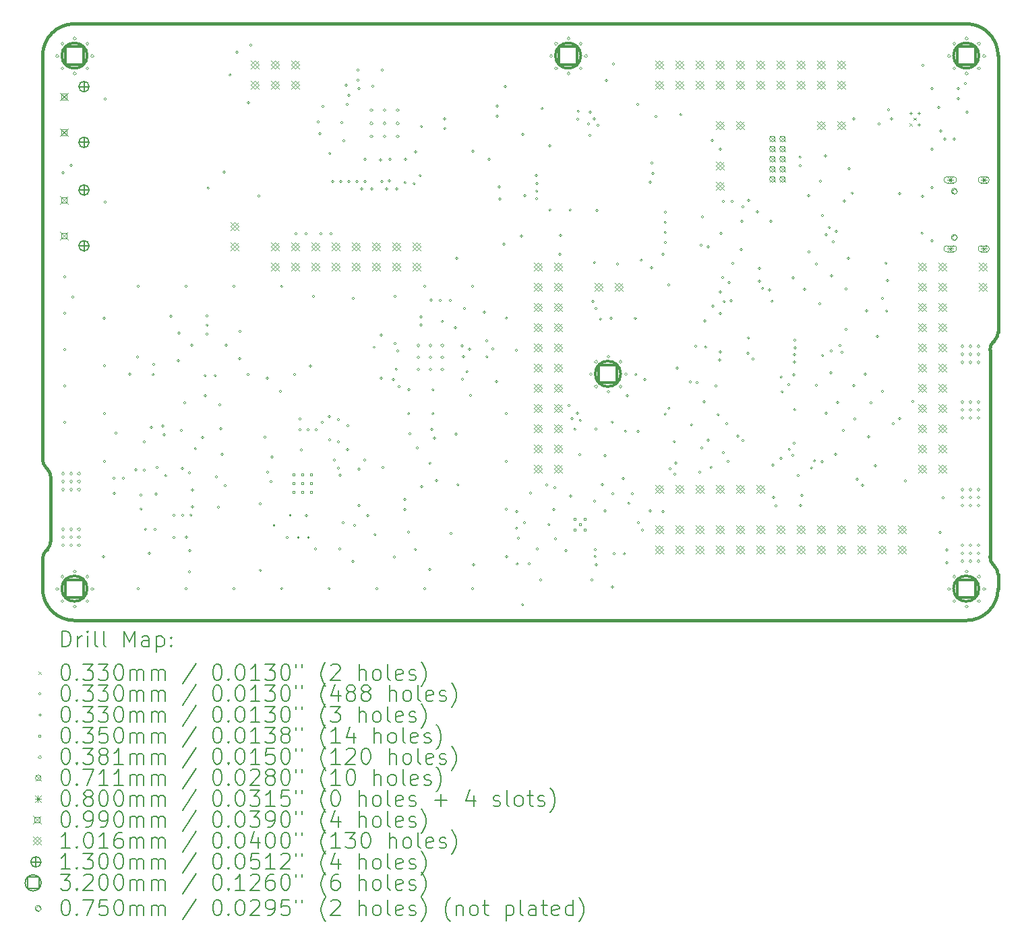
<source format=gbr>
%TF.GenerationSoftware,KiCad,Pcbnew,8.0.4*%
%TF.CreationDate,2024-10-24T18:37:48+11:00*%
%TF.ProjectId,hackrf-one,6861636b-7266-42d6-9f6e-652e6b696361,rev?*%
%TF.SameCoordinates,Original*%
%TF.FileFunction,Drillmap*%
%TF.FilePolarity,Positive*%
%FSLAX45Y45*%
G04 Gerber Fmt 4.5, Leading zero omitted, Abs format (unit mm)*
G04 Created by KiCad (PCBNEW 8.0.4) date 2024-10-24 18:37:48*
%MOMM*%
%LPD*%
G01*
G04 APERTURE LIST*
%ADD10C,0.381000*%
%ADD11C,0.200000*%
%ADD12C,0.100000*%
%ADD13C,0.101600*%
%ADD14C,0.130000*%
%ADD15C,0.320040*%
G04 APERTURE END LIST*
D10*
X4940326Y-13819494D02*
G75*
G02*
X4984260Y-13925560I-106066J-106066D01*
G01*
X16780260Y-12325560D02*
X16780260Y-14925560D01*
X5282260Y-15725560D02*
X16482260Y-15725560D01*
X4926260Y-14845560D02*
X4940260Y-14831560D01*
X4882260Y-13699560D02*
X4882260Y-8625560D01*
X16780260Y-12325560D02*
G75*
G02*
X16824194Y-12219494I150000J0D01*
G01*
X16824260Y-15031560D02*
X16838260Y-15045560D01*
X4882260Y-14951560D02*
G75*
G02*
X4926194Y-14845494I150000J0D01*
G01*
X4940260Y-13819560D02*
X4926260Y-13805560D01*
X16882260Y-10343060D02*
X16882260Y-10433060D01*
X4984260Y-14725560D02*
G75*
G02*
X4940326Y-14831626I-150000J0D01*
G01*
X4882260Y-8625560D02*
G75*
G02*
X5282260Y-8225560I400000J0D01*
G01*
X5282260Y-15725560D02*
G75*
G02*
X4882260Y-15325560I0J400000D01*
G01*
X16882260Y-15325560D02*
X16882260Y-15151560D01*
X16838326Y-15045494D02*
G75*
G02*
X16882260Y-15151560I-106066J-106066D01*
G01*
X4926194Y-13805626D02*
G75*
G02*
X4882260Y-13699560I106066J106066D01*
G01*
X16882260Y-10818060D02*
X16882260Y-10908060D01*
X16882260Y-10908060D02*
X16882260Y-12099560D01*
X16482260Y-8225560D02*
X5282260Y-8225560D01*
X16824260Y-12219560D02*
X16838260Y-12205560D01*
X16882260Y-8625560D02*
X16882260Y-10343060D01*
X4882260Y-14951560D02*
X4882260Y-15325560D01*
X4984260Y-13925560D02*
X4984260Y-14725560D01*
X16482260Y-8225560D02*
G75*
G02*
X16882260Y-8625560I0J-400000D01*
G01*
X16882260Y-15325560D02*
G75*
G02*
X16482260Y-15725560I-400000J0D01*
G01*
X16824194Y-15031626D02*
G75*
G02*
X16780260Y-14925560I106066J106066D01*
G01*
X16882260Y-12099560D02*
G75*
G02*
X16838326Y-12205626I-150000J0D01*
G01*
X16882260Y-10433060D02*
X16882260Y-10818060D01*
D11*
D12*
X15768760Y-9479180D02*
X15801760Y-9512180D01*
X15801760Y-9479180D02*
X15768760Y-9512180D01*
X15818760Y-9404180D02*
X15851760Y-9437180D01*
X15851760Y-9404180D02*
X15818760Y-9437180D01*
X5152770Y-10096920D02*
G75*
G02*
X5119750Y-10096920I-16510J0D01*
G01*
X5119750Y-10096920D02*
G75*
G02*
X5152770Y-10096920I16510J0D01*
G01*
X5178170Y-11407560D02*
G75*
G02*
X5145150Y-11407560I-16510J0D01*
G01*
X5145150Y-11407560D02*
G75*
G02*
X5178170Y-11407560I16510J0D01*
G01*
X5178170Y-11864760D02*
G75*
G02*
X5145150Y-11864760I-16510J0D01*
G01*
X5145150Y-11864760D02*
G75*
G02*
X5178170Y-11864760I16510J0D01*
G01*
X5178170Y-12319420D02*
G75*
G02*
X5145150Y-12319420I-16510J0D01*
G01*
X5145150Y-12319420D02*
G75*
G02*
X5178170Y-12319420I16510J0D01*
G01*
X5178170Y-12776620D02*
G75*
G02*
X5145150Y-12776620I-16510J0D01*
G01*
X5145150Y-12776620D02*
G75*
G02*
X5178170Y-12776620I16510J0D01*
G01*
X5178170Y-13233820D02*
G75*
G02*
X5145150Y-13233820I-16510J0D01*
G01*
X5145150Y-13233820D02*
G75*
G02*
X5178170Y-13233820I16510J0D01*
G01*
X5256910Y-10002940D02*
G75*
G02*
X5223890Y-10002940I-16510J0D01*
G01*
X5223890Y-10002940D02*
G75*
G02*
X5256910Y-10002940I16510J0D01*
G01*
X5279770Y-11661560D02*
G75*
G02*
X5246750Y-11661560I-16510J0D01*
G01*
X5246750Y-11661560D02*
G75*
G02*
X5279770Y-11661560I16510J0D01*
G01*
X5665329Y-14925560D02*
G75*
G02*
X5632309Y-14925560I-16510J0D01*
G01*
X5632309Y-14925560D02*
G75*
G02*
X5665329Y-14925560I16510J0D01*
G01*
X5673770Y-11925560D02*
G75*
G02*
X5640750Y-11925560I-16510J0D01*
G01*
X5640750Y-11925560D02*
G75*
G02*
X5673770Y-11925560I16510J0D01*
G01*
X5673770Y-12525560D02*
G75*
G02*
X5640750Y-12525560I-16510J0D01*
G01*
X5640750Y-12525560D02*
G75*
G02*
X5673770Y-12525560I16510J0D01*
G01*
X5673770Y-13125560D02*
G75*
G02*
X5640750Y-13125560I-16510J0D01*
G01*
X5640750Y-13125560D02*
G75*
G02*
X5673770Y-13125560I16510J0D01*
G01*
X5673770Y-13725560D02*
G75*
G02*
X5640750Y-13725560I-16510J0D01*
G01*
X5640750Y-13725560D02*
G75*
G02*
X5673770Y-13725560I16510J0D01*
G01*
X5686170Y-9169820D02*
G75*
G02*
X5653150Y-9169820I-16510J0D01*
G01*
X5653150Y-9169820D02*
G75*
G02*
X5686170Y-9169820I16510J0D01*
G01*
X5686170Y-10465220D02*
G75*
G02*
X5653150Y-10465220I-16510J0D01*
G01*
X5653150Y-10465220D02*
G75*
G02*
X5686170Y-10465220I16510J0D01*
G01*
X5795110Y-13940580D02*
G75*
G02*
X5762090Y-13940580I-16510J0D01*
G01*
X5762090Y-13940580D02*
G75*
G02*
X5795110Y-13940580I16510J0D01*
G01*
X5798770Y-14125560D02*
G75*
G02*
X5765750Y-14125560I-16510J0D01*
G01*
X5765750Y-14125560D02*
G75*
G02*
X5798770Y-14125560I16510J0D01*
G01*
X5820510Y-13371620D02*
G75*
G02*
X5787490Y-13371620I-16510J0D01*
G01*
X5787490Y-13371620D02*
G75*
G02*
X5820510Y-13371620I16510J0D01*
G01*
X5911950Y-13940580D02*
G75*
G02*
X5878930Y-13940580I-16510J0D01*
G01*
X5878930Y-13940580D02*
G75*
G02*
X5911950Y-13940580I16510J0D01*
G01*
X5993470Y-12632740D02*
G75*
G02*
X5960450Y-12632740I-16510J0D01*
G01*
X5960450Y-12632740D02*
G75*
G02*
X5993470Y-12632740I16510J0D01*
G01*
X6069430Y-13833900D02*
G75*
G02*
X6036410Y-13833900I-16510J0D01*
G01*
X6036410Y-13833900D02*
G75*
G02*
X6069430Y-13833900I16510J0D01*
G01*
X6089990Y-12411760D02*
G75*
G02*
X6056970Y-12411760I-16510J0D01*
G01*
X6056970Y-12411760D02*
G75*
G02*
X6089990Y-12411760I16510J0D01*
G01*
X6098770Y-11525560D02*
G75*
G02*
X6065750Y-11525560I-16510J0D01*
G01*
X6065750Y-11525560D02*
G75*
G02*
X6098770Y-11525560I16510J0D01*
G01*
X6098770Y-15325560D02*
G75*
G02*
X6065750Y-15325560I-16510J0D01*
G01*
X6065750Y-15325560D02*
G75*
G02*
X6098770Y-15325560I16510J0D01*
G01*
X6135470Y-14150260D02*
G75*
G02*
X6102450Y-14150260I-16510J0D01*
G01*
X6102450Y-14150260D02*
G75*
G02*
X6135470Y-14150260I16510J0D01*
G01*
X6135470Y-14325260D02*
G75*
G02*
X6102450Y-14325260I-16510J0D01*
G01*
X6102450Y-14325260D02*
G75*
G02*
X6135470Y-14325260I16510J0D01*
G01*
X6176110Y-13478300D02*
G75*
G02*
X6143090Y-13478300I-16510J0D01*
G01*
X6143090Y-13478300D02*
G75*
G02*
X6176110Y-13478300I16510J0D01*
G01*
X6176110Y-13833900D02*
G75*
G02*
X6143090Y-13833900I-16510J0D01*
G01*
X6143090Y-13833900D02*
G75*
G02*
X6176110Y-13833900I16510J0D01*
G01*
X6188810Y-14580660D02*
G75*
G02*
X6155790Y-14580660I-16510J0D01*
G01*
X6155790Y-14580660D02*
G75*
G02*
X6188810Y-14580660I16510J0D01*
G01*
X6237070Y-14882920D02*
G75*
G02*
X6204050Y-14882920I-16510J0D01*
G01*
X6204050Y-14882920D02*
G75*
G02*
X6237070Y-14882920I16510J0D01*
G01*
X6265010Y-13300500D02*
G75*
G02*
X6231990Y-13300500I-16510J0D01*
G01*
X6231990Y-13300500D02*
G75*
G02*
X6265010Y-13300500I16510J0D01*
G01*
X6288110Y-12635280D02*
G75*
G02*
X6255090Y-12635280I-16510J0D01*
G01*
X6255090Y-12635280D02*
G75*
G02*
X6288110Y-12635280I16510J0D01*
G01*
X6293190Y-12508280D02*
G75*
G02*
X6260170Y-12508280I-16510J0D01*
G01*
X6260170Y-12508280D02*
G75*
G02*
X6293190Y-12508280I16510J0D01*
G01*
X6310730Y-14580660D02*
G75*
G02*
X6277710Y-14580660I-16510J0D01*
G01*
X6277710Y-14580660D02*
G75*
G02*
X6310730Y-14580660I16510J0D01*
G01*
X6320890Y-14136160D02*
G75*
G02*
X6287870Y-14136160I-16510J0D01*
G01*
X6287870Y-14136160D02*
G75*
G02*
X6320890Y-14136160I16510J0D01*
G01*
X6336130Y-13805960D02*
G75*
G02*
X6303110Y-13805960I-16510J0D01*
G01*
X6303110Y-13805960D02*
G75*
G02*
X6336130Y-13805960I16510J0D01*
G01*
X6407250Y-13282720D02*
G75*
G02*
X6374230Y-13282720I-16510J0D01*
G01*
X6374230Y-13282720D02*
G75*
G02*
X6407250Y-13282720I16510J0D01*
G01*
X6425030Y-13389400D02*
G75*
G02*
X6392010Y-13389400I-16510J0D01*
G01*
X6392010Y-13389400D02*
G75*
G02*
X6425030Y-13389400I16510J0D01*
G01*
X6442810Y-13905020D02*
G75*
G02*
X6409790Y-13905020I-16510J0D01*
G01*
X6409790Y-13905020D02*
G75*
G02*
X6442810Y-13905020I16510J0D01*
G01*
X6511390Y-11900960D02*
G75*
G02*
X6478370Y-11900960I-16510J0D01*
G01*
X6478370Y-11900960D02*
G75*
G02*
X6511390Y-11900960I16510J0D01*
G01*
X6549490Y-14402860D02*
G75*
G02*
X6516470Y-14402860I-16510J0D01*
G01*
X6516470Y-14402860D02*
G75*
G02*
X6549490Y-14402860I16510J0D01*
G01*
X6549490Y-14682260D02*
G75*
G02*
X6516470Y-14682260I-16510J0D01*
G01*
X6516470Y-14682260D02*
G75*
G02*
X6549490Y-14682260I16510J0D01*
G01*
X6602830Y-12457220D02*
G75*
G02*
X6569810Y-12457220I-16510J0D01*
G01*
X6569810Y-12457220D02*
G75*
G02*
X6602830Y-12457220I16510J0D01*
G01*
X6610450Y-12114320D02*
G75*
G02*
X6577430Y-12114320I-16510J0D01*
G01*
X6577430Y-12114320D02*
G75*
G02*
X6610450Y-12114320I16510J0D01*
G01*
X6638390Y-13336060D02*
G75*
G02*
X6605370Y-13336060I-16510J0D01*
G01*
X6605370Y-13336060D02*
G75*
G02*
X6638390Y-13336060I16510J0D01*
G01*
X6656170Y-13816120D02*
G75*
G02*
X6623150Y-13816120I-16510J0D01*
G01*
X6623150Y-13816120D02*
G75*
G02*
X6656170Y-13816120I16510J0D01*
G01*
X6656170Y-14402860D02*
G75*
G02*
X6623150Y-14402860I-16510J0D01*
G01*
X6623150Y-14402860D02*
G75*
G02*
X6656170Y-14402860I16510J0D01*
G01*
X6683870Y-12990380D02*
G75*
G02*
X6650850Y-12990380I-16510J0D01*
G01*
X6650850Y-12990380D02*
G75*
G02*
X6683870Y-12990380I16510J0D01*
G01*
X6698770Y-11525560D02*
G75*
G02*
X6665750Y-11525560I-16510J0D01*
G01*
X6665750Y-11525560D02*
G75*
G02*
X6698770Y-11525560I16510J0D01*
G01*
X6698770Y-15325560D02*
G75*
G02*
X6665750Y-15325560I-16510J0D01*
G01*
X6665750Y-15325560D02*
G75*
G02*
X6698770Y-15325560I16510J0D01*
G01*
X6704430Y-14679720D02*
G75*
G02*
X6671410Y-14679720I-16510J0D01*
G01*
X6671410Y-14679720D02*
G75*
G02*
X6704430Y-14679720I16510J0D01*
G01*
X6745070Y-13869459D02*
G75*
G02*
X6712050Y-13869459I-16510J0D01*
G01*
X6712050Y-13869459D02*
G75*
G02*
X6745070Y-13869459I16510J0D01*
G01*
X6745070Y-14847360D02*
G75*
G02*
X6712050Y-14847360I-16510J0D01*
G01*
X6712050Y-14847360D02*
G75*
G02*
X6745070Y-14847360I16510J0D01*
G01*
X6745070Y-15114060D02*
G75*
G02*
X6712050Y-15114060I-16510J0D01*
G01*
X6712050Y-15114060D02*
G75*
G02*
X6745070Y-15114060I16510J0D01*
G01*
X6762850Y-14402860D02*
G75*
G02*
X6729830Y-14402860I-16510J0D01*
G01*
X6729830Y-14402860D02*
G75*
G02*
X6762850Y-14402860I16510J0D01*
G01*
X6773250Y-12266980D02*
G75*
G02*
X6740230Y-12266980I-16510J0D01*
G01*
X6740230Y-12266980D02*
G75*
G02*
X6773250Y-12266980I16510J0D01*
G01*
X6780630Y-14082820D02*
G75*
G02*
X6747610Y-14082820I-16510J0D01*
G01*
X6747610Y-14082820D02*
G75*
G02*
X6780630Y-14082820I16510J0D01*
G01*
X6780630Y-14296180D02*
G75*
G02*
X6747610Y-14296180I-16510J0D01*
G01*
X6747610Y-14296180D02*
G75*
G02*
X6780630Y-14296180I16510J0D01*
G01*
X6816190Y-13567200D02*
G75*
G02*
X6783170Y-13567200I-16510J0D01*
G01*
X6783170Y-13567200D02*
G75*
G02*
X6816190Y-13567200I16510J0D01*
G01*
X6907106Y-13422944D02*
G75*
G02*
X6874086Y-13422944I-16510J0D01*
G01*
X6874086Y-13422944D02*
G75*
G02*
X6907106Y-13422944I16510J0D01*
G01*
X6938350Y-12647980D02*
G75*
G02*
X6905330Y-12647980I-16510J0D01*
G01*
X6905330Y-12647980D02*
G75*
G02*
X6938350Y-12647980I16510J0D01*
G01*
X6940410Y-12901680D02*
G75*
G02*
X6907390Y-12901680I-16510J0D01*
G01*
X6907390Y-12901680D02*
G75*
G02*
X6940410Y-12901680I16510J0D01*
G01*
X6963750Y-11898680D02*
G75*
G02*
X6930730Y-11898680I-16510J0D01*
G01*
X6930730Y-11898680D02*
G75*
G02*
X6963750Y-11898680I16510J0D01*
G01*
X6963750Y-12012980D02*
G75*
G02*
X6930730Y-12012980I-16510J0D01*
G01*
X6930730Y-12012980D02*
G75*
G02*
X6963750Y-12012980I16510J0D01*
G01*
X6963750Y-12127280D02*
G75*
G02*
X6930730Y-12127280I-16510J0D01*
G01*
X6930730Y-12127280D02*
G75*
G02*
X6963750Y-12127280I16510J0D01*
G01*
X6976490Y-10289960D02*
G75*
G02*
X6943470Y-10289960I-16510J0D01*
G01*
X6943470Y-10289960D02*
G75*
G02*
X6976490Y-10289960I16510J0D01*
G01*
X7065350Y-12647980D02*
G75*
G02*
X7032330Y-12647980I-16510J0D01*
G01*
X7032330Y-12647980D02*
G75*
G02*
X7065350Y-12647980I16510J0D01*
G01*
X7082890Y-13922800D02*
G75*
G02*
X7049870Y-13922800I-16510J0D01*
G01*
X7049870Y-13922800D02*
G75*
G02*
X7082890Y-13922800I16510J0D01*
G01*
X7107782Y-14299736D02*
G75*
G02*
X7074762Y-14299736I-16510J0D01*
G01*
X7074762Y-14299736D02*
G75*
G02*
X7107782Y-14299736I16510J0D01*
G01*
X7125830Y-13013440D02*
G75*
G02*
X7092810Y-13013440I-16510J0D01*
G01*
X7092810Y-13013440D02*
G75*
G02*
X7125830Y-13013440I16510J0D01*
G01*
X7136230Y-13318280D02*
G75*
G02*
X7103210Y-13318280I-16510J0D01*
G01*
X7103210Y-13318280D02*
G75*
G02*
X7136230Y-13318280I16510J0D01*
G01*
X7154010Y-13638320D02*
G75*
G02*
X7120990Y-13638320I-16510J0D01*
G01*
X7120990Y-13638320D02*
G75*
G02*
X7154010Y-13638320I16510J0D01*
G01*
X7179690Y-10091840D02*
G75*
G02*
X7146670Y-10091840I-16510J0D01*
G01*
X7146670Y-10091840D02*
G75*
G02*
X7179690Y-10091840I16510J0D01*
G01*
X7189570Y-14029480D02*
G75*
G02*
X7156550Y-14029480I-16510J0D01*
G01*
X7156550Y-14029480D02*
G75*
G02*
X7189570Y-14029480I16510J0D01*
G01*
X7205050Y-12266980D02*
G75*
G02*
X7172030Y-12266980I-16510J0D01*
G01*
X7172030Y-12266980D02*
G75*
G02*
X7205050Y-12266980I16510J0D01*
G01*
X7253350Y-8867560D02*
G75*
G02*
X7220330Y-8867560I-16510J0D01*
G01*
X7220330Y-8867560D02*
G75*
G02*
X7253350Y-8867560I16510J0D01*
G01*
X7298770Y-11525560D02*
G75*
G02*
X7265750Y-11525560I-16510J0D01*
G01*
X7265750Y-11525560D02*
G75*
G02*
X7298770Y-11525560I16510J0D01*
G01*
X7301331Y-15325560D02*
G75*
G02*
X7268311Y-15325560I-16510J0D01*
G01*
X7268311Y-15325560D02*
G75*
G02*
X7301331Y-15325560I16510J0D01*
G01*
X7339710Y-8583080D02*
G75*
G02*
X7306690Y-8583080I-16510J0D01*
G01*
X7306690Y-8583080D02*
G75*
G02*
X7339710Y-8583080I16510J0D01*
G01*
X7374990Y-12434360D02*
G75*
G02*
X7341970Y-12434360I-16510J0D01*
G01*
X7341970Y-12434360D02*
G75*
G02*
X7374990Y-12434360I16510J0D01*
G01*
X7377530Y-12088920D02*
G75*
G02*
X7344510Y-12088920I-16510J0D01*
G01*
X7344510Y-12088920D02*
G75*
G02*
X7377530Y-12088920I16510J0D01*
G01*
X7476590Y-12635020D02*
G75*
G02*
X7443570Y-12635020I-16510J0D01*
G01*
X7443570Y-12635020D02*
G75*
G02*
X7476590Y-12635020I16510J0D01*
G01*
X7484490Y-9218080D02*
G75*
G02*
X7451470Y-9218080I-16510J0D01*
G01*
X7451470Y-9218080D02*
G75*
G02*
X7484490Y-9218080I16510J0D01*
G01*
X7512430Y-8494180D02*
G75*
G02*
X7479410Y-8494180I-16510J0D01*
G01*
X7479410Y-8494180D02*
G75*
G02*
X7512430Y-8494180I16510J0D01*
G01*
X7614030Y-10391560D02*
G75*
G02*
X7581010Y-10391560I-16510J0D01*
G01*
X7581010Y-10391560D02*
G75*
G02*
X7614030Y-10391560I16510J0D01*
G01*
X7634070Y-15096280D02*
G75*
G02*
X7601050Y-15096280I-16510J0D01*
G01*
X7601050Y-15096280D02*
G75*
G02*
X7634070Y-15096280I16510J0D01*
G01*
X7634070Y-14260620D02*
G75*
G02*
X7601050Y-14260620I-16510J0D01*
G01*
X7601050Y-14260620D02*
G75*
G02*
X7634070Y-14260620I16510J0D01*
G01*
X7690910Y-13417720D02*
G75*
G02*
X7657890Y-13417720I-16510J0D01*
G01*
X7657890Y-13417720D02*
G75*
G02*
X7690910Y-13417720I16510J0D01*
G01*
X7717890Y-12680740D02*
G75*
G02*
X7684870Y-12680740I-16510J0D01*
G01*
X7684870Y-12680740D02*
G75*
G02*
X7717890Y-12680740I16510J0D01*
G01*
X7725270Y-13861800D02*
G75*
G02*
X7692250Y-13861800I-16510J0D01*
G01*
X7692250Y-13861800D02*
G75*
G02*
X7725270Y-13861800I16510J0D01*
G01*
X7768450Y-13978640D02*
G75*
G02*
X7735430Y-13978640I-16510J0D01*
G01*
X7735430Y-13978640D02*
G75*
G02*
X7768450Y-13978640I16510J0D01*
G01*
X7779810Y-13671720D02*
G75*
G02*
X7746790Y-13671720I-16510J0D01*
G01*
X7746790Y-13671720D02*
G75*
G02*
X7779810Y-13671720I16510J0D01*
G01*
X7805210Y-14530240D02*
G75*
G02*
X7772190Y-14530240I-16510J0D01*
G01*
X7772190Y-14530240D02*
G75*
G02*
X7805210Y-14530240I16510J0D01*
G01*
X7887347Y-12844548D02*
G75*
G02*
X7854327Y-12844548I-16510J0D01*
G01*
X7854327Y-12844548D02*
G75*
G02*
X7887347Y-12844548I16510J0D01*
G01*
X7898770Y-11525560D02*
G75*
G02*
X7865750Y-11525560I-16510J0D01*
G01*
X7865750Y-11525560D02*
G75*
G02*
X7898770Y-11525560I16510J0D01*
G01*
X7898770Y-15325560D02*
G75*
G02*
X7865750Y-15325560I-16510J0D01*
G01*
X7865750Y-15325560D02*
G75*
G02*
X7898770Y-15325560I16510J0D01*
G01*
X7970310Y-14682640D02*
G75*
G02*
X7937290Y-14682640I-16510J0D01*
G01*
X7937290Y-14682640D02*
G75*
G02*
X7970310Y-14682640I16510J0D01*
G01*
X8008410Y-14403240D02*
G75*
G02*
X7975390Y-14403240I-16510J0D01*
G01*
X7975390Y-14403240D02*
G75*
G02*
X8008410Y-14403240I16510J0D01*
G01*
X8063330Y-12637560D02*
G75*
G02*
X8030310Y-12637560I-16510J0D01*
G01*
X8030310Y-12637560D02*
G75*
G02*
X8063330Y-12637560I16510J0D01*
G01*
X8080870Y-10863660D02*
G75*
G02*
X8047850Y-10863660I-16510J0D01*
G01*
X8047850Y-10863660D02*
G75*
G02*
X8080870Y-10863660I16510J0D01*
G01*
X8110010Y-14682640D02*
G75*
G02*
X8076990Y-14682640I-16510J0D01*
G01*
X8076990Y-14682640D02*
G75*
G02*
X8110010Y-14682640I16510J0D01*
G01*
X8132870Y-13191660D02*
G75*
G02*
X8099850Y-13191660I-16510J0D01*
G01*
X8099850Y-13191660D02*
G75*
G02*
X8132870Y-13191660I16510J0D01*
G01*
X8132870Y-13326280D02*
G75*
G02*
X8099850Y-13326280I-16510J0D01*
G01*
X8099850Y-13326280D02*
G75*
G02*
X8132870Y-13326280I16510J0D01*
G01*
X8145570Y-13582820D02*
G75*
G02*
X8112550Y-13582820I-16510J0D01*
G01*
X8112550Y-13582820D02*
G75*
G02*
X8145570Y-13582820I16510J0D01*
G01*
X8207870Y-10863660D02*
G75*
G02*
X8174850Y-10863660I-16510J0D01*
G01*
X8174850Y-10863660D02*
G75*
G02*
X8207870Y-10863660I16510J0D01*
G01*
X8209070Y-14408320D02*
G75*
G02*
X8176050Y-14408320I-16510J0D01*
G01*
X8176050Y-14408320D02*
G75*
G02*
X8209070Y-14408320I16510J0D01*
G01*
X8234470Y-13326280D02*
G75*
G02*
X8201450Y-13326280I-16510J0D01*
G01*
X8201450Y-13326280D02*
G75*
G02*
X8234470Y-13326280I16510J0D01*
G01*
X8237010Y-14682640D02*
G75*
G02*
X8203990Y-14682640I-16510J0D01*
G01*
X8203990Y-14682640D02*
G75*
G02*
X8237010Y-14682640I16510J0D01*
G01*
X8258910Y-12528340D02*
G75*
G02*
X8225890Y-12528340I-16510J0D01*
G01*
X8225890Y-12528340D02*
G75*
G02*
X8258910Y-12528340I16510J0D01*
G01*
X8298770Y-11650560D02*
G75*
G02*
X8265750Y-11650560I-16510J0D01*
G01*
X8265750Y-11650560D02*
G75*
G02*
X8298770Y-11650560I16510J0D01*
G01*
X8324950Y-14827040D02*
G75*
G02*
X8291930Y-14827040I-16510J0D01*
G01*
X8291930Y-14827040D02*
G75*
G02*
X8324950Y-14827040I16510J0D01*
G01*
X8336070Y-13326280D02*
G75*
G02*
X8303050Y-13326280I-16510J0D01*
G01*
X8303050Y-13326280D02*
G75*
G02*
X8336070Y-13326280I16510J0D01*
G01*
X8360790Y-9460650D02*
G75*
G02*
X8327770Y-9460650I-16510J0D01*
G01*
X8327770Y-9460650D02*
G75*
G02*
X8360790Y-9460650I16510J0D01*
G01*
X8381860Y-9605090D02*
G75*
G02*
X8348840Y-9605090I-16510J0D01*
G01*
X8348840Y-9605090D02*
G75*
G02*
X8381860Y-9605090I16510J0D01*
G01*
X8393290Y-10863660D02*
G75*
G02*
X8360270Y-10863660I-16510J0D01*
G01*
X8360270Y-10863660D02*
G75*
G02*
X8393290Y-10863660I16510J0D01*
G01*
X8411590Y-13236360D02*
G75*
G02*
X8378570Y-13236360I-16510J0D01*
G01*
X8378570Y-13236360D02*
G75*
G02*
X8411590Y-13236360I16510J0D01*
G01*
X8419960Y-9262190D02*
G75*
G02*
X8386940Y-9262190I-16510J0D01*
G01*
X8386940Y-9262190D02*
G75*
G02*
X8419960Y-9262190I16510J0D01*
G01*
X8498770Y-15325560D02*
G75*
G02*
X8465750Y-15325560I-16510J0D01*
G01*
X8465750Y-15325560D02*
G75*
G02*
X8498770Y-15325560I16510J0D01*
G01*
X8501170Y-13163720D02*
G75*
G02*
X8468150Y-13163720I-16510J0D01*
G01*
X8468150Y-13163720D02*
G75*
G02*
X8501170Y-13163720I16510J0D01*
G01*
X8501170Y-13455820D02*
G75*
G02*
X8468150Y-13455820I-16510J0D01*
G01*
X8468150Y-13455820D02*
G75*
G02*
X8501170Y-13455820I16510J0D01*
G01*
X8506840Y-9855620D02*
G75*
G02*
X8473820Y-9855620I-16510J0D01*
G01*
X8473820Y-9855620D02*
G75*
G02*
X8506840Y-9855620I16510J0D01*
G01*
X8520810Y-10864000D02*
G75*
G02*
X8487790Y-10864000I-16510J0D01*
G01*
X8487790Y-10864000D02*
G75*
G02*
X8520810Y-10864000I16510J0D01*
G01*
X8540610Y-10208340D02*
G75*
G02*
X8507590Y-10208340I-16510J0D01*
G01*
X8507590Y-10208340D02*
G75*
G02*
X8540610Y-10208340I16510J0D01*
G01*
X8564670Y-13709820D02*
G75*
G02*
X8531650Y-13709820I-16510J0D01*
G01*
X8531650Y-13709820D02*
G75*
G02*
X8564670Y-13709820I16510J0D01*
G01*
X8611730Y-13811000D02*
G75*
G02*
X8578710Y-13811000I-16510J0D01*
G01*
X8578710Y-13811000D02*
G75*
G02*
X8611730Y-13811000I16510J0D01*
G01*
X8615470Y-13201820D02*
G75*
G02*
X8582450Y-13201820I-16510J0D01*
G01*
X8582450Y-13201820D02*
G75*
G02*
X8615470Y-13201820I16510J0D01*
G01*
X8615470Y-13481220D02*
G75*
G02*
X8582450Y-13481220I-16510J0D01*
G01*
X8582450Y-13481220D02*
G75*
G02*
X8615470Y-13481220I16510J0D01*
G01*
X8627210Y-14827040D02*
G75*
G02*
X8594190Y-14827040I-16510J0D01*
G01*
X8594190Y-14827040D02*
G75*
G02*
X8627210Y-14827040I16510J0D01*
G01*
X8635790Y-13900320D02*
G75*
G02*
X8602770Y-13900320I-16510J0D01*
G01*
X8602770Y-13900320D02*
G75*
G02*
X8635790Y-13900320I16510J0D01*
G01*
X8642210Y-10208340D02*
G75*
G02*
X8609190Y-10208340I-16510J0D01*
G01*
X8609190Y-10208340D02*
G75*
G02*
X8642210Y-10208340I16510J0D01*
G01*
X8659240Y-9467000D02*
G75*
G02*
X8626220Y-9467000I-16510J0D01*
G01*
X8626220Y-9467000D02*
G75*
G02*
X8659240Y-9467000I16510J0D01*
G01*
X8671350Y-14497220D02*
G75*
G02*
X8638330Y-14497220I-16510J0D01*
G01*
X8638330Y-14497220D02*
G75*
G02*
X8671350Y-14497220I16510J0D01*
G01*
X8681580Y-9699070D02*
G75*
G02*
X8648560Y-9699070I-16510J0D01*
G01*
X8648560Y-9699070D02*
G75*
G02*
X8681580Y-9699070I16510J0D01*
G01*
X8712060Y-8995490D02*
G75*
G02*
X8679040Y-8995490I-16510J0D01*
G01*
X8679040Y-8995490D02*
G75*
G02*
X8712060Y-8995490I16510J0D01*
G01*
X8724010Y-9240940D02*
G75*
G02*
X8690990Y-9240940I-16510J0D01*
G01*
X8690990Y-9240940D02*
G75*
G02*
X8724010Y-9240940I16510J0D01*
G01*
X8728570Y-13577320D02*
G75*
G02*
X8695550Y-13577320I-16510J0D01*
G01*
X8695550Y-13577320D02*
G75*
G02*
X8728570Y-13577320I16510J0D01*
G01*
X8729770Y-13278020D02*
G75*
G02*
X8696750Y-13278020I-16510J0D01*
G01*
X8696750Y-13278020D02*
G75*
G02*
X8729770Y-13278020I16510J0D01*
G01*
X8743810Y-10208340D02*
G75*
G02*
X8710790Y-10208340I-16510J0D01*
G01*
X8710790Y-10208340D02*
G75*
G02*
X8743810Y-10208340I16510J0D01*
G01*
X8745080Y-9125030D02*
G75*
G02*
X8712060Y-9125030I-16510J0D01*
G01*
X8712060Y-9125030D02*
G75*
G02*
X8745080Y-9125030I16510J0D01*
G01*
X8795810Y-14979820D02*
G75*
G02*
X8762790Y-14979820I-16510J0D01*
G01*
X8762790Y-14979820D02*
G75*
G02*
X8795810Y-14979820I16510J0D01*
G01*
X8798770Y-11675560D02*
G75*
G02*
X8765750Y-11675560I-16510J0D01*
G01*
X8765750Y-11675560D02*
G75*
G02*
X8798770Y-11675560I16510J0D01*
G01*
X8817470Y-14532360D02*
G75*
G02*
X8784450Y-14532360I-16510J0D01*
G01*
X8784450Y-14532360D02*
G75*
G02*
X8817470Y-14532360I16510J0D01*
G01*
X8845410Y-10208340D02*
G75*
G02*
X8812390Y-10208340I-16510J0D01*
G01*
X8812390Y-10208340D02*
G75*
G02*
X8845410Y-10208340I16510J0D01*
G01*
X8858630Y-8931060D02*
G75*
G02*
X8825610Y-8931060I-16510J0D01*
G01*
X8825610Y-8931060D02*
G75*
G02*
X8858630Y-8931060I16510J0D01*
G01*
X8861920Y-8807530D02*
G75*
G02*
X8828900Y-8807530I-16510J0D01*
G01*
X8828900Y-8807530D02*
G75*
G02*
X8861920Y-8807530I16510J0D01*
G01*
X8869470Y-13824120D02*
G75*
G02*
X8836450Y-13824120I-16510J0D01*
G01*
X8836450Y-13824120D02*
G75*
G02*
X8869470Y-13824120I16510J0D01*
G01*
X8870810Y-14280900D02*
G75*
G02*
X8837790Y-14280900I-16510J0D01*
G01*
X8837790Y-14280900D02*
G75*
G02*
X8870810Y-14280900I16510J0D01*
G01*
X8872854Y-9040280D02*
G75*
G02*
X8839834Y-9040280I-16510J0D01*
G01*
X8839834Y-9040280D02*
G75*
G02*
X8872854Y-9040280I16510J0D01*
G01*
X8906370Y-10302320D02*
G75*
G02*
X8873350Y-10302320I-16510J0D01*
G01*
X8873350Y-10302320D02*
G75*
G02*
X8906370Y-10302320I16510J0D01*
G01*
X8941930Y-13709400D02*
G75*
G02*
X8908910Y-13709400I-16510J0D01*
G01*
X8908910Y-13709400D02*
G75*
G02*
X8941930Y-13709400I16510J0D01*
G01*
X8947010Y-9928940D02*
G75*
G02*
X8913990Y-9928940I-16510J0D01*
G01*
X8913990Y-9928940D02*
G75*
G02*
X8947010Y-9928940I16510J0D01*
G01*
X8947010Y-10208340D02*
G75*
G02*
X8913990Y-10208340I-16510J0D01*
G01*
X8913990Y-10208340D02*
G75*
G02*
X8947010Y-10208340I16510J0D01*
G01*
X8983770Y-14408320D02*
G75*
G02*
X8950750Y-14408320I-16510J0D01*
G01*
X8950750Y-14408320D02*
G75*
G02*
X8983770Y-14408320I16510J0D01*
G01*
X9033370Y-10302320D02*
G75*
G02*
X9000350Y-10302320I-16510J0D01*
G01*
X9000350Y-10302320D02*
G75*
G02*
X9033370Y-10302320I16510J0D01*
G01*
X9044800Y-9008190D02*
G75*
G02*
X9011780Y-9008190I-16510J0D01*
G01*
X9011780Y-9008190D02*
G75*
G02*
X9044800Y-9008190I16510J0D01*
G01*
X9062580Y-12290810D02*
G75*
G02*
X9029560Y-12290810I-16510J0D01*
G01*
X9029560Y-12290810D02*
G75*
G02*
X9062580Y-12290810I16510J0D01*
G01*
X9071990Y-14646060D02*
G75*
G02*
X9038970Y-14646060I-16510J0D01*
G01*
X9038970Y-14646060D02*
G75*
G02*
X9071990Y-14646060I16510J0D01*
G01*
X9098770Y-15325560D02*
G75*
G02*
X9065750Y-15325560I-16510J0D01*
G01*
X9065750Y-15325560D02*
G75*
G02*
X9098770Y-15325560I16510J0D01*
G01*
X9143860Y-9935290D02*
G75*
G02*
X9110840Y-9935290I-16510J0D01*
G01*
X9110840Y-9935290D02*
G75*
G02*
X9143860Y-9935290I16510J0D01*
G01*
X9151480Y-12135870D02*
G75*
G02*
X9118460Y-12135870I-16510J0D01*
G01*
X9118460Y-12135870D02*
G75*
G02*
X9151480Y-12135870I16510J0D01*
G01*
X9151480Y-12681970D02*
G75*
G02*
X9118460Y-12681970I-16510J0D01*
G01*
X9118460Y-12681970D02*
G75*
G02*
X9151480Y-12681970I16510J0D01*
G01*
X9160370Y-10208340D02*
G75*
G02*
X9127350Y-10208340I-16510J0D01*
G01*
X9127350Y-10208340D02*
G75*
G02*
X9160370Y-10208340I16510J0D01*
G01*
X9163430Y-8809140D02*
G75*
G02*
X9130410Y-8809140I-16510J0D01*
G01*
X9130410Y-8809140D02*
G75*
G02*
X9163430Y-8809140I16510J0D01*
G01*
X9170770Y-13803420D02*
G75*
G02*
X9137750Y-13803420I-16510J0D01*
G01*
X9137750Y-13803420D02*
G75*
G02*
X9170770Y-13803420I16510J0D01*
G01*
X9218790Y-10302320D02*
G75*
G02*
X9185770Y-10302320I-16510J0D01*
G01*
X9185770Y-10302320D02*
G75*
G02*
X9218790Y-10302320I16510J0D01*
G01*
X9251810Y-10198180D02*
G75*
G02*
X9218790Y-10198180I-16510J0D01*
G01*
X9218790Y-10198180D02*
G75*
G02*
X9251810Y-10198180I16510J0D01*
G01*
X9264510Y-9928940D02*
G75*
G02*
X9231490Y-9928940I-16510J0D01*
G01*
X9231490Y-9928940D02*
G75*
G02*
X9264510Y-9928940I16510J0D01*
G01*
X9302610Y-12698480D02*
G75*
G02*
X9269590Y-12698480I-16510J0D01*
G01*
X9269590Y-12698480D02*
G75*
G02*
X9302610Y-12698480I16510J0D01*
G01*
X9315070Y-14930780D02*
G75*
G02*
X9282050Y-14930780I-16510J0D01*
G01*
X9282050Y-14930780D02*
G75*
G02*
X9315070Y-14930780I16510J0D01*
G01*
X9323770Y-11650560D02*
G75*
G02*
X9290750Y-11650560I-16510J0D01*
G01*
X9290750Y-11650560D02*
G75*
G02*
X9323770Y-11650560I16510J0D01*
G01*
X9326740Y-12245090D02*
G75*
G02*
X9293720Y-12245090I-16510J0D01*
G01*
X9293720Y-12245090D02*
G75*
G02*
X9326740Y-12245090I16510J0D01*
G01*
X9339440Y-12567670D02*
G75*
G02*
X9306420Y-12567670I-16510J0D01*
G01*
X9306420Y-12567670D02*
G75*
G02*
X9339440Y-12567670I16510J0D01*
G01*
X9345790Y-10302320D02*
G75*
G02*
X9312770Y-10302320I-16510J0D01*
G01*
X9312770Y-10302320D02*
G75*
G02*
X9345790Y-10302320I16510J0D01*
G01*
X9357220Y-12336530D02*
G75*
G02*
X9324200Y-12336530I-16510J0D01*
G01*
X9324200Y-12336530D02*
G75*
G02*
X9357220Y-12336530I16510J0D01*
G01*
X9373730Y-12787380D02*
G75*
G02*
X9340710Y-12787380I-16510J0D01*
G01*
X9340710Y-12787380D02*
G75*
G02*
X9373730Y-12787380I16510J0D01*
G01*
X9447630Y-14204740D02*
G75*
G02*
X9414610Y-14204740I-16510J0D01*
G01*
X9414610Y-14204740D02*
G75*
G02*
X9447630Y-14204740I16510J0D01*
G01*
X9447910Y-10221380D02*
G75*
G02*
X9414890Y-10221380I-16510J0D01*
G01*
X9414890Y-10221380D02*
G75*
G02*
X9447910Y-10221380I16510J0D01*
G01*
X9450170Y-14331740D02*
G75*
G02*
X9417150Y-14331740I-16510J0D01*
G01*
X9417150Y-14331740D02*
G75*
G02*
X9450170Y-14331740I16510J0D01*
G01*
X9455010Y-9931480D02*
G75*
G02*
X9421990Y-9931480I-16510J0D01*
G01*
X9421990Y-9931480D02*
G75*
G02*
X9455010Y-9931480I16510J0D01*
G01*
X9495890Y-14613680D02*
G75*
G02*
X9462870Y-14613680I-16510J0D01*
G01*
X9462870Y-14613680D02*
G75*
G02*
X9495890Y-14613680I16510J0D01*
G01*
X9496920Y-12824210D02*
G75*
G02*
X9463900Y-12824210I-16510J0D01*
G01*
X9463900Y-12824210D02*
G75*
G02*
X9496920Y-12824210I16510J0D01*
G01*
X9496920Y-13126470D02*
G75*
G02*
X9463900Y-13126470I-16510J0D01*
G01*
X9463900Y-13126470D02*
G75*
G02*
X9496920Y-13126470I16510J0D01*
G01*
X9512160Y-13380470D02*
G75*
G02*
X9479140Y-13380470I-16510J0D01*
G01*
X9479140Y-13380470D02*
G75*
G02*
X9512160Y-13380470I16510J0D01*
G01*
X9564750Y-10236620D02*
G75*
G02*
X9531730Y-10236620I-16510J0D01*
G01*
X9531730Y-10236620D02*
G75*
G02*
X9564750Y-10236620I16510J0D01*
G01*
X9582250Y-14834660D02*
G75*
G02*
X9549230Y-14834660I-16510J0D01*
G01*
X9549230Y-14834660D02*
G75*
G02*
X9582250Y-14834660I16510J0D01*
G01*
X9583280Y-9836230D02*
G75*
G02*
X9550260Y-9836230I-16510J0D01*
G01*
X9550260Y-9836230D02*
G75*
G02*
X9583280Y-9836230I16510J0D01*
G01*
X9604870Y-13557037D02*
G75*
G02*
X9571850Y-13557037I-16510J0D01*
G01*
X9571850Y-13557037D02*
G75*
G02*
X9604870Y-13557037I16510J0D01*
G01*
X9640430Y-10134680D02*
G75*
G02*
X9607410Y-10134680I-16510J0D01*
G01*
X9607410Y-10134680D02*
G75*
G02*
X9640430Y-10134680I16510J0D01*
G01*
X9650590Y-11911080D02*
G75*
G02*
X9617570Y-11911080I-16510J0D01*
G01*
X9617570Y-11911080D02*
G75*
G02*
X9650590Y-11911080I16510J0D01*
G01*
X9650590Y-12010140D02*
G75*
G02*
X9617570Y-12010140I-16510J0D01*
G01*
X9617570Y-12010140D02*
G75*
G02*
X9650590Y-12010140I16510J0D01*
G01*
X9658730Y-9517800D02*
G75*
G02*
X9625710Y-9517800I-16510J0D01*
G01*
X9625710Y-9517800D02*
G75*
G02*
X9658730Y-9517800I16510J0D01*
G01*
X9660990Y-14044720D02*
G75*
G02*
X9627970Y-14044720I-16510J0D01*
G01*
X9627970Y-14044720D02*
G75*
G02*
X9660990Y-14044720I16510J0D01*
G01*
X9698770Y-11525560D02*
G75*
G02*
X9665750Y-11525560I-16510J0D01*
G01*
X9665750Y-11525560D02*
G75*
G02*
X9698770Y-11525560I16510J0D01*
G01*
X9698770Y-15325560D02*
G75*
G02*
X9665750Y-15325560I-16510J0D01*
G01*
X9665750Y-15325560D02*
G75*
G02*
X9698770Y-15325560I16510J0D01*
G01*
X9762110Y-15083180D02*
G75*
G02*
X9729090Y-15083180I-16510J0D01*
G01*
X9729090Y-15083180D02*
G75*
G02*
X9762110Y-15083180I16510J0D01*
G01*
X9762590Y-13750080D02*
G75*
G02*
X9729570Y-13750080I-16510J0D01*
G01*
X9729570Y-13750080D02*
G75*
G02*
X9762590Y-13750080I16510J0D01*
G01*
X9775050Y-11697720D02*
G75*
G02*
X9742030Y-11697720I-16510J0D01*
G01*
X9742030Y-11697720D02*
G75*
G02*
X9775050Y-11697720I16510J0D01*
G01*
X9783940Y-13324590D02*
G75*
G02*
X9750920Y-13324590I-16510J0D01*
G01*
X9750920Y-13324590D02*
G75*
G02*
X9783940Y-13324590I16510J0D01*
G01*
X9801720Y-12826750D02*
G75*
G02*
X9768700Y-12826750I-16510J0D01*
G01*
X9768700Y-12826750D02*
G75*
G02*
X9801720Y-12826750I16510J0D01*
G01*
X9801720Y-13126470D02*
G75*
G02*
X9768700Y-13126470I-16510J0D01*
G01*
X9768700Y-13126470D02*
G75*
G02*
X9801720Y-13126470I16510J0D01*
G01*
X9819500Y-13436350D02*
G75*
G02*
X9786480Y-13436350I-16510J0D01*
G01*
X9786480Y-13436350D02*
G75*
G02*
X9819500Y-13436350I16510J0D01*
G01*
X9847440Y-13965647D02*
G75*
G02*
X9814420Y-13965647I-16510J0D01*
G01*
X9814420Y-13965647D02*
G75*
G02*
X9847440Y-13965647I16510J0D01*
G01*
X9890620Y-11701530D02*
G75*
G02*
X9857600Y-11701530I-16510J0D01*
G01*
X9857600Y-11701530D02*
G75*
G02*
X9890620Y-11701530I16510J0D01*
G01*
X9918560Y-11968230D02*
G75*
G02*
X9885540Y-11968230I-16510J0D01*
G01*
X9885540Y-11968230D02*
G75*
G02*
X9918560Y-11968230I16510J0D01*
G01*
X9949040Y-9419670D02*
G75*
G02*
X9916020Y-9419670I-16510J0D01*
G01*
X9916020Y-9419670D02*
G75*
G02*
X9949040Y-9419670I16510J0D01*
G01*
X9949040Y-9541590D02*
G75*
G02*
X9916020Y-9541590I-16510J0D01*
G01*
X9916020Y-9541590D02*
G75*
G02*
X9949040Y-9541590I16510J0D01*
G01*
X10017620Y-11701530D02*
G75*
G02*
X9984600Y-11701530I-16510J0D01*
G01*
X9984600Y-11701530D02*
G75*
G02*
X10017620Y-11701530I16510J0D01*
G01*
X10026750Y-14634000D02*
G75*
G02*
X9993730Y-14634000I-16510J0D01*
G01*
X9993730Y-14634000D02*
G75*
G02*
X10026750Y-14634000I16510J0D01*
G01*
X10081120Y-12044430D02*
G75*
G02*
X10048100Y-12044430I-16510J0D01*
G01*
X10048100Y-12044430D02*
G75*
G02*
X10081120Y-12044430I16510J0D01*
G01*
X10091280Y-13380470D02*
G75*
G02*
X10058260Y-13380470I-16510J0D01*
G01*
X10058260Y-13380470D02*
G75*
G02*
X10091280Y-13380470I16510J0D01*
G01*
X10098770Y-11175560D02*
G75*
G02*
X10065750Y-11175560I-16510J0D01*
G01*
X10065750Y-11175560D02*
G75*
G02*
X10098770Y-11175560I16510J0D01*
G01*
X10115410Y-14021592D02*
G75*
G02*
X10082390Y-14021592I-16510J0D01*
G01*
X10082390Y-14021592D02*
G75*
G02*
X10115410Y-14021592I16510J0D01*
G01*
X10170020Y-12273030D02*
G75*
G02*
X10137000Y-12273030I-16510J0D01*
G01*
X10137000Y-12273030D02*
G75*
G02*
X10170020Y-12273030I16510J0D01*
G01*
X10170020Y-12694670D02*
G75*
G02*
X10137000Y-12694670I-16510J0D01*
G01*
X10137000Y-12694670D02*
G75*
G02*
X10170020Y-12694670I16510J0D01*
G01*
X10185260Y-12410190D02*
G75*
G02*
X10152240Y-12410190I-16510J0D01*
G01*
X10152240Y-12410190D02*
G75*
G02*
X10185260Y-12410190I16510J0D01*
G01*
X10195420Y-11803130D02*
G75*
G02*
X10162400Y-11803130I-16510J0D01*
G01*
X10162400Y-11803130D02*
G75*
G02*
X10195420Y-11803130I16510J0D01*
G01*
X10227690Y-12598820D02*
G75*
G02*
X10194670Y-12598820I-16510J0D01*
G01*
X10194670Y-12598820D02*
G75*
G02*
X10227690Y-12598820I16510J0D01*
G01*
X10258920Y-12316210D02*
G75*
G02*
X10225900Y-12316210I-16510J0D01*
G01*
X10225900Y-12316210D02*
G75*
G02*
X10258920Y-12316210I16510J0D01*
G01*
X10271620Y-12897870D02*
G75*
G02*
X10238600Y-12897870I-16510J0D01*
G01*
X10238600Y-12897870D02*
G75*
G02*
X10271620Y-12897870I16510J0D01*
G01*
X10298770Y-11525560D02*
G75*
G02*
X10265750Y-11525560I-16510J0D01*
G01*
X10265750Y-11525560D02*
G75*
G02*
X10298770Y-11525560I16510J0D01*
G01*
X10298770Y-15325560D02*
G75*
G02*
X10265750Y-15325560I-16510J0D01*
G01*
X10265750Y-15325560D02*
G75*
G02*
X10298770Y-15325560I16510J0D01*
G01*
X10303370Y-9825740D02*
G75*
G02*
X10270350Y-9825740I-16510J0D01*
G01*
X10270350Y-9825740D02*
G75*
G02*
X10303370Y-9825740I16510J0D01*
G01*
X10311230Y-15022620D02*
G75*
G02*
X10278210Y-15022620I-16510J0D01*
G01*
X10278210Y-15022620D02*
G75*
G02*
X10311230Y-15022620I16510J0D01*
G01*
X10445610Y-11850120D02*
G75*
G02*
X10412590Y-11850120I-16510J0D01*
G01*
X10412590Y-11850120D02*
G75*
G02*
X10445610Y-11850120I16510J0D01*
G01*
X10474820Y-12212070D02*
G75*
G02*
X10441800Y-12212070I-16510J0D01*
G01*
X10441800Y-12212070D02*
G75*
G02*
X10474820Y-12212070I16510J0D01*
G01*
X10477360Y-12410190D02*
G75*
G02*
X10444340Y-12410190I-16510J0D01*
G01*
X10444340Y-12410190D02*
G75*
G02*
X10477360Y-12410190I16510J0D01*
G01*
X10506570Y-9927340D02*
G75*
G02*
X10473550Y-9927340I-16510J0D01*
G01*
X10473550Y-9927340D02*
G75*
G02*
X10506570Y-9927340I16510J0D01*
G01*
X10551020Y-12313670D02*
G75*
G02*
X10518000Y-12313670I-16510J0D01*
G01*
X10518000Y-12313670D02*
G75*
G02*
X10551020Y-12313670I16510J0D01*
G01*
X10598770Y-12725560D02*
G75*
G02*
X10565750Y-12725560I-16510J0D01*
G01*
X10565750Y-12725560D02*
G75*
G02*
X10598770Y-12725560I16510J0D01*
G01*
X10608170Y-9261860D02*
G75*
G02*
X10575150Y-9261860I-16510J0D01*
G01*
X10575150Y-9261860D02*
G75*
G02*
X10608170Y-9261860I16510J0D01*
G01*
X10608170Y-9383780D02*
G75*
G02*
X10575150Y-9383780I-16510J0D01*
G01*
X10575150Y-9383780D02*
G75*
G02*
X10608170Y-9383780I16510J0D01*
G01*
X10631550Y-10277260D02*
G75*
G02*
X10598530Y-10277260I-16510J0D01*
G01*
X10598530Y-10277260D02*
G75*
G02*
X10631550Y-10277260I16510J0D01*
G01*
X10641710Y-10429660D02*
G75*
G02*
X10608690Y-10429660I-16510J0D01*
G01*
X10608690Y-10429660D02*
G75*
G02*
X10641710Y-10429660I16510J0D01*
G01*
X10695050Y-10996080D02*
G75*
G02*
X10662030Y-10996080I-16510J0D01*
G01*
X10662030Y-10996080D02*
G75*
G02*
X10695050Y-10996080I16510J0D01*
G01*
X10709770Y-9012940D02*
G75*
G02*
X10676750Y-9012940I-16510J0D01*
G01*
X10676750Y-9012940D02*
G75*
G02*
X10709770Y-9012940I16510J0D01*
G01*
X10723770Y-11925560D02*
G75*
G02*
X10690750Y-11925560I-16510J0D01*
G01*
X10690750Y-11925560D02*
G75*
G02*
X10723770Y-11925560I16510J0D01*
G01*
X10723770Y-13125560D02*
G75*
G02*
X10690750Y-13125560I-16510J0D01*
G01*
X10690750Y-13125560D02*
G75*
G02*
X10723770Y-13125560I16510J0D01*
G01*
X10723770Y-13725560D02*
G75*
G02*
X10690750Y-13725560I-16510J0D01*
G01*
X10690750Y-13725560D02*
G75*
G02*
X10723770Y-13725560I16510J0D01*
G01*
X10723770Y-14325560D02*
G75*
G02*
X10690750Y-14325560I-16510J0D01*
G01*
X10690750Y-14325560D02*
G75*
G02*
X10723770Y-14325560I16510J0D01*
G01*
X10723770Y-14925560D02*
G75*
G02*
X10690750Y-14925560I-16510J0D01*
G01*
X10690750Y-14925560D02*
G75*
G02*
X10723770Y-14925560I16510J0D01*
G01*
X10848770Y-12325560D02*
G75*
G02*
X10815750Y-12325560I-16510J0D01*
G01*
X10815750Y-12325560D02*
G75*
G02*
X10848770Y-12325560I16510J0D01*
G01*
X10849990Y-14567320D02*
G75*
G02*
X10816970Y-14567320I-16510J0D01*
G01*
X10816970Y-14567320D02*
G75*
G02*
X10849990Y-14567320I16510J0D01*
G01*
X10854550Y-14357100D02*
G75*
G02*
X10821530Y-14357100I-16510J0D01*
G01*
X10821530Y-14357100D02*
G75*
G02*
X10854550Y-14357100I16510J0D01*
G01*
X10857610Y-15016900D02*
G75*
G02*
X10824590Y-15016900I-16510J0D01*
G01*
X10824590Y-15016900D02*
G75*
G02*
X10857610Y-15016900I16510J0D01*
G01*
X10872850Y-14691780D02*
G75*
G02*
X10839830Y-14691780I-16510J0D01*
G01*
X10839830Y-14691780D02*
G75*
G02*
X10872850Y-14691780I16510J0D01*
G01*
X10912970Y-10892540D02*
G75*
G02*
X10879950Y-10892540I-16510J0D01*
G01*
X10879950Y-10892540D02*
G75*
G02*
X10912970Y-10892540I16510J0D01*
G01*
X10928210Y-9617460D02*
G75*
G02*
X10895190Y-9617460I-16510J0D01*
G01*
X10895190Y-9617460D02*
G75*
G02*
X10928210Y-9617460I16510J0D01*
G01*
X10928210Y-15528040D02*
G75*
G02*
X10895190Y-15528040I-16510J0D01*
G01*
X10895190Y-15528040D02*
G75*
G02*
X10928210Y-15528040I16510J0D01*
G01*
X10951590Y-14496200D02*
G75*
G02*
X10918570Y-14496200I-16510J0D01*
G01*
X10918570Y-14496200D02*
G75*
G02*
X10951590Y-14496200I16510J0D01*
G01*
X10954130Y-10383940D02*
G75*
G02*
X10921110Y-10383940I-16510J0D01*
G01*
X10921110Y-10383940D02*
G75*
G02*
X10954130Y-10383940I16510J0D01*
G01*
X11006790Y-15013340D02*
G75*
G02*
X10973770Y-15013340I-16510J0D01*
G01*
X10973770Y-15013340D02*
G75*
G02*
X11006790Y-15013340I16510J0D01*
G01*
X11025250Y-14125360D02*
G75*
G02*
X10992230Y-14125360I-16510J0D01*
G01*
X10992230Y-14125360D02*
G75*
G02*
X11025250Y-14125360I16510J0D01*
G01*
X11101450Y-10132480D02*
G75*
G02*
X11068430Y-10132480I-16510J0D01*
G01*
X11068430Y-10132480D02*
G75*
G02*
X11101450Y-10132480I16510J0D01*
G01*
X11101450Y-10424580D02*
G75*
G02*
X11068430Y-10424580I-16510J0D01*
G01*
X11068430Y-10424580D02*
G75*
G02*
X11101450Y-10424580I16510J0D01*
G01*
X11103990Y-10328060D02*
G75*
G02*
X11070970Y-10328060I-16510J0D01*
G01*
X11070970Y-10328060D02*
G75*
G02*
X11103990Y-10328060I16510J0D01*
G01*
X11106530Y-10231540D02*
G75*
G02*
X11073510Y-10231540I-16510J0D01*
G01*
X11073510Y-10231540D02*
G75*
G02*
X11106530Y-10231540I16510J0D01*
G01*
X11112290Y-14825500D02*
G75*
G02*
X11079270Y-14825500I-16510J0D01*
G01*
X11079270Y-14825500D02*
G75*
G02*
X11112290Y-14825500I16510J0D01*
G01*
X11151730Y-15215620D02*
G75*
G02*
X11118710Y-15215620I-16510J0D01*
G01*
X11118710Y-15215620D02*
G75*
G02*
X11151730Y-15215620I16510J0D01*
G01*
X11174590Y-9289800D02*
G75*
G02*
X11141570Y-9289800I-16510J0D01*
G01*
X11141570Y-9289800D02*
G75*
G02*
X11174590Y-9289800I16510J0D01*
G01*
X11228450Y-14021220D02*
G75*
G02*
X11195430Y-14021220I-16510J0D01*
G01*
X11195430Y-14021220D02*
G75*
G02*
X11228450Y-14021220I16510J0D01*
G01*
X11256390Y-14519060D02*
G75*
G02*
X11223370Y-14519060I-16510J0D01*
G01*
X11223370Y-14519060D02*
G75*
G02*
X11256390Y-14519060I16510J0D01*
G01*
X11268570Y-9759700D02*
G75*
G02*
X11235550Y-9759700I-16510J0D01*
G01*
X11235550Y-9759700D02*
G75*
G02*
X11268570Y-9759700I16510J0D01*
G01*
X11269090Y-10566820D02*
G75*
G02*
X11236070Y-10566820I-16510J0D01*
G01*
X11236070Y-10566820D02*
G75*
G02*
X11269090Y-10566820I16510J0D01*
G01*
X11319890Y-14333640D02*
G75*
G02*
X11286870Y-14333640I-16510J0D01*
G01*
X11286870Y-14333640D02*
G75*
G02*
X11319890Y-14333640I16510J0D01*
G01*
X11332590Y-14056780D02*
G75*
G02*
X11299570Y-14056780I-16510J0D01*
G01*
X11299570Y-14056780D02*
G75*
G02*
X11332590Y-14056780I16510J0D01*
G01*
X11339690Y-14697460D02*
G75*
G02*
X11306670Y-14697460I-16510J0D01*
G01*
X11306670Y-14697460D02*
G75*
G02*
X11339690Y-14697460I16510J0D01*
G01*
X11393550Y-11123080D02*
G75*
G02*
X11360530Y-11123080I-16510J0D01*
G01*
X11360530Y-11123080D02*
G75*
G02*
X11393550Y-11123080I16510J0D01*
G01*
X11403710Y-10886860D02*
G75*
G02*
X11370690Y-10886860I-16510J0D01*
G01*
X11370690Y-10886860D02*
G75*
G02*
X11403710Y-10886860I16510J0D01*
G01*
X11467890Y-14848360D02*
G75*
G02*
X11434870Y-14848360I-16510J0D01*
G01*
X11434870Y-14848360D02*
G75*
G02*
X11467890Y-14848360I16510J0D01*
G01*
X11507850Y-13023000D02*
G75*
G02*
X11474830Y-13023000I-16510J0D01*
G01*
X11474830Y-13023000D02*
G75*
G02*
X11507850Y-13023000I16510J0D01*
G01*
X11525110Y-10564880D02*
G75*
G02*
X11492090Y-10564880I-16510J0D01*
G01*
X11492090Y-10564880D02*
G75*
G02*
X11525110Y-10564880I16510J0D01*
G01*
X11531390Y-14162560D02*
G75*
G02*
X11498370Y-14162560I-16510J0D01*
G01*
X11498370Y-14162560D02*
G75*
G02*
X11531390Y-14162560I16510J0D01*
G01*
X11545950Y-13188100D02*
G75*
G02*
X11512930Y-13188100I-16510J0D01*
G01*
X11512930Y-13188100D02*
G75*
G02*
X11545950Y-13188100I16510J0D01*
G01*
X11584050Y-13322720D02*
G75*
G02*
X11551030Y-13322720I-16510J0D01*
G01*
X11551030Y-13322720D02*
G75*
G02*
X11584050Y-13322720I16510J0D01*
G01*
X11614530Y-13122060D02*
G75*
G02*
X11581510Y-13122060I-16510J0D01*
G01*
X11581510Y-13122060D02*
G75*
G02*
X11614530Y-13122060I16510J0D01*
G01*
X11619610Y-9423820D02*
G75*
G02*
X11586590Y-9423820I-16510J0D01*
G01*
X11586590Y-9423820D02*
G75*
G02*
X11619610Y-9423820I16510J0D01*
G01*
X11624690Y-9324760D02*
G75*
G02*
X11591670Y-9324760I-16510J0D01*
G01*
X11591670Y-9324760D02*
G75*
G02*
X11624690Y-9324760I16510J0D01*
G01*
X11645010Y-13642760D02*
G75*
G02*
X11611990Y-13642760I-16510J0D01*
G01*
X11611990Y-13642760D02*
G75*
G02*
X11645010Y-13642760I16510J0D01*
G01*
X11650090Y-13210960D02*
G75*
G02*
X11617070Y-13210960I-16510J0D01*
G01*
X11617070Y-13210960D02*
G75*
G02*
X11650090Y-13210960I16510J0D01*
G01*
X11751690Y-9484780D02*
G75*
G02*
X11718670Y-9484780I-16510J0D01*
G01*
X11718670Y-9484780D02*
G75*
G02*
X11751690Y-9484780I16510J0D01*
G01*
X11769470Y-9629560D02*
G75*
G02*
X11736450Y-9629560I-16510J0D01*
G01*
X11736450Y-9629560D02*
G75*
G02*
X11769470Y-9629560I16510J0D01*
G01*
X11774550Y-9337460D02*
G75*
G02*
X11741530Y-9337460I-16510J0D01*
G01*
X11741530Y-9337460D02*
G75*
G02*
X11774550Y-9337460I16510J0D01*
G01*
X11794350Y-15215620D02*
G75*
G02*
X11761330Y-15215620I-16510J0D01*
G01*
X11761330Y-15215620D02*
G75*
G02*
X11794350Y-15215620I16510J0D01*
G01*
X11810110Y-11714900D02*
G75*
G02*
X11777090Y-11714900I-16510J0D01*
G01*
X11777090Y-11714900D02*
G75*
G02*
X11810110Y-11714900I16510J0D01*
G01*
X11825350Y-9418740D02*
G75*
G02*
X11792330Y-9418740I-16510J0D01*
G01*
X11792330Y-9418740D02*
G75*
G02*
X11825350Y-9418740I16510J0D01*
G01*
X11829910Y-14227560D02*
G75*
G02*
X11796890Y-14227560I-16510J0D01*
G01*
X11796890Y-14227560D02*
G75*
G02*
X11829910Y-14227560I16510J0D01*
G01*
X11830430Y-11224680D02*
G75*
G02*
X11797410Y-11224680I-16510J0D01*
G01*
X11797410Y-11224680D02*
G75*
G02*
X11830430Y-11224680I16510J0D01*
G01*
X11836190Y-14835660D02*
G75*
G02*
X11803170Y-14835660I-16510J0D01*
G01*
X11803170Y-14835660D02*
G75*
G02*
X11836190Y-14835660I16510J0D01*
G01*
X11838050Y-14922920D02*
G75*
G02*
X11805030Y-14922920I-16510J0D01*
G01*
X11805030Y-14922920D02*
G75*
G02*
X11838050Y-14922920I16510J0D01*
G01*
X11845670Y-11803800D02*
G75*
G02*
X11812650Y-11803800I-16510J0D01*
G01*
X11812650Y-11803800D02*
G75*
G02*
X11845670Y-11803800I16510J0D01*
G01*
X11848210Y-13322720D02*
G75*
G02*
X11815190Y-13322720I-16510J0D01*
G01*
X11815190Y-13322720D02*
G75*
G02*
X11848210Y-13322720I16510J0D01*
G01*
X11848890Y-15026160D02*
G75*
G02*
X11815870Y-15026160I-16510J0D01*
G01*
X11815870Y-15026160D02*
G75*
G02*
X11848890Y-15026160I16510J0D01*
G01*
X11860910Y-10571900D02*
G75*
G02*
X11827890Y-10571900I-16510J0D01*
G01*
X11827890Y-10571900D02*
G75*
G02*
X11860910Y-10571900I16510J0D01*
G01*
X11873610Y-9502560D02*
G75*
G02*
X11840590Y-9502560I-16510J0D01*
G01*
X11840590Y-9502560D02*
G75*
G02*
X11873610Y-9502560I16510J0D01*
G01*
X11904090Y-11938420D02*
G75*
G02*
X11871070Y-11938420I-16510J0D01*
G01*
X11871070Y-11938420D02*
G75*
G02*
X11904090Y-11938420I16510J0D01*
G01*
X11926950Y-14018680D02*
G75*
G02*
X11893930Y-14018680I-16510J0D01*
G01*
X11893930Y-14018680D02*
G75*
G02*
X11926950Y-14018680I16510J0D01*
G01*
X11962510Y-13652920D02*
G75*
G02*
X11929490Y-13652920I-16510J0D01*
G01*
X11929490Y-13652920D02*
G75*
G02*
X11962510Y-13652920I16510J0D01*
G01*
X11962510Y-14346340D02*
G75*
G02*
X11929490Y-14346340I-16510J0D01*
G01*
X11929490Y-14346340D02*
G75*
G02*
X11962510Y-14346340I16510J0D01*
G01*
X11979770Y-8936740D02*
G75*
G02*
X11946750Y-8936740I-16510J0D01*
G01*
X11946750Y-8936740D02*
G75*
G02*
X11979770Y-8936740I16510J0D01*
G01*
X12038710Y-11925720D02*
G75*
G02*
X12005690Y-11925720I-16510J0D01*
G01*
X12005690Y-11925720D02*
G75*
G02*
X12038710Y-11925720I16510J0D01*
G01*
X12053950Y-13233820D02*
G75*
G02*
X12020930Y-13233820I-16510J0D01*
G01*
X12020930Y-13233820D02*
G75*
G02*
X12053950Y-13233820I16510J0D01*
G01*
X12056490Y-15303920D02*
G75*
G02*
X12023470Y-15303920I-16510J0D01*
G01*
X12023470Y-15303920D02*
G75*
G02*
X12056490Y-15303920I16510J0D01*
G01*
X12061570Y-14132980D02*
G75*
G02*
X12028550Y-14132980I-16510J0D01*
G01*
X12028550Y-14132980D02*
G75*
G02*
X12061570Y-14132980I16510J0D01*
G01*
X12068670Y-8731000D02*
G75*
G02*
X12035650Y-8731000I-16510J0D01*
G01*
X12035650Y-8731000D02*
G75*
G02*
X12068670Y-8731000I16510J0D01*
G01*
X12077490Y-14886460D02*
G75*
G02*
X12044470Y-14886460I-16510J0D01*
G01*
X12044470Y-14886460D02*
G75*
G02*
X12077490Y-14886460I16510J0D01*
G01*
X12119990Y-11247540D02*
G75*
G02*
X12086970Y-11247540I-16510J0D01*
G01*
X12086970Y-11247540D02*
G75*
G02*
X12119990Y-11247540I16510J0D01*
G01*
X12188570Y-13942480D02*
G75*
G02*
X12155550Y-13942480I-16510J0D01*
G01*
X12155550Y-13942480D02*
G75*
G02*
X12188570Y-13942480I16510J0D01*
G01*
X12203810Y-14889900D02*
G75*
G02*
X12170790Y-14889900I-16510J0D01*
G01*
X12170790Y-14889900D02*
G75*
G02*
X12203810Y-14889900I16510J0D01*
G01*
X12219050Y-13348120D02*
G75*
G02*
X12186030Y-13348120I-16510J0D01*
G01*
X12186030Y-13348120D02*
G75*
G02*
X12219050Y-13348120I16510J0D01*
G01*
X12241910Y-12903620D02*
G75*
G02*
X12208890Y-12903620I-16510J0D01*
G01*
X12208890Y-12903620D02*
G75*
G02*
X12241910Y-12903620I16510J0D01*
G01*
X12262230Y-14254900D02*
G75*
G02*
X12229210Y-14254900I-16510J0D01*
G01*
X12229210Y-14254900D02*
G75*
G02*
X12262230Y-14254900I16510J0D01*
G01*
X12307950Y-14132980D02*
G75*
G02*
X12274930Y-14132980I-16510J0D01*
G01*
X12274930Y-14132980D02*
G75*
G02*
X12307950Y-14132980I16510J0D01*
G01*
X12340011Y-11927474D02*
G75*
G02*
X12306991Y-11927474I-16510J0D01*
G01*
X12306991Y-11927474D02*
G75*
G02*
X12340011Y-11927474I16510J0D01*
G01*
X12350787Y-12635118D02*
G75*
G02*
X12317767Y-12635118I-16510J0D01*
G01*
X12317767Y-12635118D02*
G75*
G02*
X12350787Y-12635118I16510J0D01*
G01*
X12373990Y-9239670D02*
G75*
G02*
X12340970Y-9239670I-16510J0D01*
G01*
X12340970Y-9239670D02*
G75*
G02*
X12373990Y-9239670I16510J0D01*
G01*
X12379070Y-13350660D02*
G75*
G02*
X12346050Y-13350660I-16510J0D01*
G01*
X12346050Y-13350660D02*
G75*
G02*
X12379070Y-13350660I16510J0D01*
G01*
X12381610Y-14493660D02*
G75*
G02*
X12348590Y-14493660I-16510J0D01*
G01*
X12348590Y-14493660D02*
G75*
G02*
X12381610Y-14493660I16510J0D01*
G01*
X12417424Y-11196994D02*
G75*
G02*
X12384404Y-11196994I-16510J0D01*
G01*
X12384404Y-11196994D02*
G75*
G02*
X12417424Y-11196994I16510J0D01*
G01*
X12434950Y-14590180D02*
G75*
G02*
X12401930Y-14590180I-16510J0D01*
G01*
X12401930Y-14590180D02*
G75*
G02*
X12434950Y-14590180I16510J0D01*
G01*
X12460350Y-12695340D02*
G75*
G02*
X12427330Y-12695340I-16510J0D01*
G01*
X12427330Y-12695340D02*
G75*
G02*
X12460350Y-12695340I16510J0D01*
G01*
X12528930Y-10216300D02*
G75*
G02*
X12495910Y-10216300I-16510J0D01*
G01*
X12495910Y-10216300D02*
G75*
G02*
X12528930Y-10216300I16510J0D01*
G01*
X12528930Y-14351420D02*
G75*
G02*
X12495910Y-14351420I-16510J0D01*
G01*
X12495910Y-14351420D02*
G75*
G02*
X12528930Y-14351420I16510J0D01*
G01*
X12546557Y-11289876D02*
G75*
G02*
X12513537Y-11289876I-16510J0D01*
G01*
X12513537Y-11289876D02*
G75*
G02*
X12546557Y-11289876I16510J0D01*
G01*
X12551270Y-9978140D02*
G75*
G02*
X12518250Y-9978140I-16510J0D01*
G01*
X12518250Y-9978140D02*
G75*
G02*
X12551270Y-9978140I16510J0D01*
G01*
X12563970Y-10105140D02*
G75*
G02*
X12530950Y-10105140I-16510J0D01*
G01*
X12530950Y-10105140D02*
G75*
G02*
X12563970Y-10105140I16510J0D01*
G01*
X12602070Y-9393940D02*
G75*
G02*
X12569050Y-9393940I-16510J0D01*
G01*
X12569050Y-9393940D02*
G75*
G02*
X12602070Y-9393940I16510J0D01*
G01*
X12688950Y-14356500D02*
G75*
G02*
X12655930Y-14356500I-16510J0D01*
G01*
X12655930Y-14356500D02*
G75*
G02*
X12688950Y-14356500I16510J0D01*
G01*
X12691490Y-11123080D02*
G75*
G02*
X12658470Y-11123080I-16510J0D01*
G01*
X12658470Y-11123080D02*
G75*
G02*
X12691490Y-11123080I16510J0D01*
G01*
X12716890Y-13132220D02*
G75*
G02*
X12683870Y-13132220I-16510J0D01*
G01*
X12683870Y-13132220D02*
G75*
G02*
X12716890Y-13132220I16510J0D01*
G01*
X12719430Y-10594760D02*
G75*
G02*
X12686410Y-10594760I-16510J0D01*
G01*
X12686410Y-10594760D02*
G75*
G02*
X12719430Y-10594760I16510J0D01*
G01*
X12719430Y-10724300D02*
G75*
G02*
X12686410Y-10724300I-16510J0D01*
G01*
X12686410Y-10724300D02*
G75*
G02*
X12719430Y-10724300I16510J0D01*
G01*
X12719430Y-10851300D02*
G75*
G02*
X12686410Y-10851300I-16510J0D01*
G01*
X12686410Y-10851300D02*
G75*
G02*
X12719430Y-10851300I16510J0D01*
G01*
X12721970Y-10975760D02*
G75*
G02*
X12688950Y-10975760I-16510J0D01*
G01*
X12688950Y-10975760D02*
G75*
G02*
X12721970Y-10975760I16510J0D01*
G01*
X12762083Y-11505402D02*
G75*
G02*
X12729063Y-11505402I-16510J0D01*
G01*
X12729063Y-11505402D02*
G75*
G02*
X12762083Y-11505402I16510J0D01*
G01*
X12762610Y-13061100D02*
G75*
G02*
X12729590Y-13061100I-16510J0D01*
G01*
X12729590Y-13061100D02*
G75*
G02*
X12762610Y-13061100I16510J0D01*
G01*
X12780390Y-13819290D02*
G75*
G02*
X12747370Y-13819290I-16510J0D01*
G01*
X12747370Y-13819290D02*
G75*
G02*
X12780390Y-13819290I16510J0D01*
G01*
X12833730Y-13480200D02*
G75*
G02*
X12800710Y-13480200I-16510J0D01*
G01*
X12800710Y-13480200D02*
G75*
G02*
X12833730Y-13480200I16510J0D01*
G01*
X12840080Y-13889140D02*
G75*
G02*
X12807060Y-13889140I-16510J0D01*
G01*
X12807060Y-13889140D02*
G75*
G02*
X12840080Y-13889140I16510J0D01*
G01*
X12851510Y-13744360D02*
G75*
G02*
X12818490Y-13744360I-16510J0D01*
G01*
X12818490Y-13744360D02*
G75*
G02*
X12851510Y-13744360I16510J0D01*
G01*
X12866230Y-12553700D02*
G75*
G02*
X12833210Y-12553700I-16510J0D01*
G01*
X12833210Y-12553700D02*
G75*
G02*
X12866230Y-12553700I16510J0D01*
G01*
X12912470Y-9367940D02*
G75*
G02*
X12879450Y-9367940I-16510J0D01*
G01*
X12879450Y-9367940D02*
G75*
G02*
X12912470Y-9367940I16510J0D01*
G01*
X13031850Y-12725820D02*
G75*
G02*
X12998830Y-12725820I-16510J0D01*
G01*
X12998830Y-12725820D02*
G75*
G02*
X13031850Y-12725820I16510J0D01*
G01*
X13049451Y-13265532D02*
G75*
G02*
X13016431Y-13265532I-16510J0D01*
G01*
X13016431Y-13265532D02*
G75*
G02*
X13049451Y-13265532I16510J0D01*
G01*
X13102450Y-12276840D02*
G75*
G02*
X13069430Y-12276840I-16510J0D01*
G01*
X13069430Y-12276840D02*
G75*
G02*
X13102450Y-12276840I16510J0D01*
G01*
X13118210Y-12733440D02*
G75*
G02*
X13085190Y-12733440I-16510J0D01*
G01*
X13085190Y-12733440D02*
G75*
G02*
X13118210Y-12733440I16510J0D01*
G01*
X13151230Y-13863740D02*
G75*
G02*
X13118210Y-13863740I-16510J0D01*
G01*
X13118210Y-13863740D02*
G75*
G02*
X13151230Y-13863740I16510J0D01*
G01*
X13169010Y-11011320D02*
G75*
G02*
X13135990Y-11011320I-16510J0D01*
G01*
X13135990Y-11011320D02*
G75*
G02*
X13169010Y-11011320I16510J0D01*
G01*
X13176630Y-13556400D02*
G75*
G02*
X13143610Y-13556400I-16510J0D01*
G01*
X13143610Y-13556400D02*
G75*
G02*
X13176630Y-13556400I16510J0D01*
G01*
X13184155Y-10652278D02*
G75*
G02*
X13151135Y-10652278I-16510J0D01*
G01*
X13151135Y-10652278D02*
G75*
G02*
X13184155Y-10652278I16510J0D01*
G01*
X13207110Y-12974740D02*
G75*
G02*
X13174090Y-12974740I-16510J0D01*
G01*
X13174090Y-12974740D02*
G75*
G02*
X13207110Y-12974740I16510J0D01*
G01*
X13212190Y-11961280D02*
G75*
G02*
X13179170Y-11961280I-16510J0D01*
G01*
X13179170Y-11961280D02*
G75*
G02*
X13212190Y-11961280I16510J0D01*
G01*
X13226910Y-12289540D02*
G75*
G02*
X13193890Y-12289540I-16510J0D01*
G01*
X13193890Y-12289540D02*
G75*
G02*
X13226910Y-12289540I16510J0D01*
G01*
X13259589Y-11029449D02*
G75*
G02*
X13226569Y-11029449I-16510J0D01*
G01*
X13226569Y-11029449D02*
G75*
G02*
X13259589Y-11029449I16510J0D01*
G01*
X13261385Y-13459506D02*
G75*
G02*
X13228365Y-13459506I-16510J0D01*
G01*
X13228365Y-13459506D02*
G75*
G02*
X13261385Y-13459506I16510J0D01*
G01*
X13293470Y-13800240D02*
G75*
G02*
X13260450Y-13800240I-16510J0D01*
G01*
X13260450Y-13800240D02*
G75*
G02*
X13293470Y-13800240I16510J0D01*
G01*
X13306170Y-9693060D02*
G75*
G02*
X13273150Y-9693060I-16510J0D01*
G01*
X13273150Y-9693060D02*
G75*
G02*
X13306170Y-9693060I16510J0D01*
G01*
X13317063Y-11773014D02*
G75*
G02*
X13284043Y-11773014I-16510J0D01*
G01*
X13284043Y-11773014D02*
G75*
G02*
X13317063Y-11773014I16510J0D01*
G01*
X13354430Y-12776620D02*
G75*
G02*
X13321410Y-12776620I-16510J0D01*
G01*
X13321410Y-12776620D02*
G75*
G02*
X13354430Y-12776620I16510J0D01*
G01*
X13382370Y-13139840D02*
G75*
G02*
X13349350Y-13139840I-16510J0D01*
G01*
X13349350Y-13139840D02*
G75*
G02*
X13382370Y-13139840I16510J0D01*
G01*
X13400150Y-12451500D02*
G75*
G02*
X13367130Y-12451500I-16510J0D01*
G01*
X13367130Y-12451500D02*
G75*
G02*
X13400150Y-12451500I16510J0D01*
G01*
X13407770Y-9802280D02*
G75*
G02*
X13374750Y-9802280I-16510J0D01*
G01*
X13374750Y-9802280D02*
G75*
G02*
X13407770Y-9802280I16510J0D01*
G01*
X13407770Y-11867300D02*
G75*
G02*
X13374750Y-11867300I-16510J0D01*
G01*
X13374750Y-11867300D02*
G75*
G02*
X13407770Y-11867300I16510J0D01*
G01*
X13407770Y-12349900D02*
G75*
G02*
X13374750Y-12349900I-16510J0D01*
G01*
X13374750Y-12349900D02*
G75*
G02*
X13407770Y-12349900I16510J0D01*
G01*
X13410310Y-11595520D02*
G75*
G02*
X13377290Y-11595520I-16510J0D01*
G01*
X13377290Y-11595520D02*
G75*
G02*
X13410310Y-11595520I16510J0D01*
G01*
X13419438Y-10858824D02*
G75*
G02*
X13386418Y-10858824I-16510J0D01*
G01*
X13386418Y-10858824D02*
G75*
G02*
X13419438Y-10858824I16510J0D01*
G01*
X13440790Y-11412640D02*
G75*
G02*
X13407770Y-11412640I-16510J0D01*
G01*
X13407770Y-11412640D02*
G75*
G02*
X13440790Y-11412640I16510J0D01*
G01*
X13448410Y-10460140D02*
G75*
G02*
X13415390Y-10460140I-16510J0D01*
G01*
X13415390Y-10460140D02*
G75*
G02*
X13448410Y-10460140I16510J0D01*
G01*
X13448410Y-13617360D02*
G75*
G02*
X13415390Y-13617360I-16510J0D01*
G01*
X13415390Y-13617360D02*
G75*
G02*
X13448410Y-13617360I16510J0D01*
G01*
X13458570Y-11717440D02*
G75*
G02*
X13425550Y-11717440I-16510J0D01*
G01*
X13425550Y-11717440D02*
G75*
G02*
X13458570Y-11717440I16510J0D01*
G01*
X13489050Y-13254140D02*
G75*
G02*
X13456030Y-13254140I-16510J0D01*
G01*
X13456030Y-13254140D02*
G75*
G02*
X13489050Y-13254140I16510J0D01*
G01*
X13507444Y-13723525D02*
G75*
G02*
X13474424Y-13723525I-16510J0D01*
G01*
X13474424Y-13723525D02*
G75*
G02*
X13507444Y-13723525I16510J0D01*
G01*
X13519530Y-11478680D02*
G75*
G02*
X13486510Y-11478680I-16510J0D01*
G01*
X13486510Y-11478680D02*
G75*
G02*
X13519530Y-11478680I16510J0D01*
G01*
X13544930Y-11707280D02*
G75*
G02*
X13511910Y-11707280I-16510J0D01*
G01*
X13511910Y-11707280D02*
G75*
G02*
X13544930Y-11707280I16510J0D01*
G01*
X13557630Y-10457600D02*
G75*
G02*
X13524610Y-10457600I-16510J0D01*
G01*
X13524610Y-10457600D02*
G75*
G02*
X13557630Y-10457600I16510J0D01*
G01*
X13565250Y-11237380D02*
G75*
G02*
X13532230Y-11237380I-16510J0D01*
G01*
X13532230Y-11237380D02*
G75*
G02*
X13565250Y-11237380I16510J0D01*
G01*
X13631290Y-13406540D02*
G75*
G02*
X13598270Y-13406540I-16510J0D01*
G01*
X13598270Y-13406540D02*
G75*
G02*
X13631290Y-13406540I16510J0D01*
G01*
X13672681Y-11065370D02*
G75*
G02*
X13639661Y-11065370I-16510J0D01*
G01*
X13639661Y-11065370D02*
G75*
G02*
X13672681Y-11065370I16510J0D01*
G01*
X13678069Y-10707955D02*
G75*
G02*
X13645049Y-10707955I-16510J0D01*
G01*
X13645049Y-10707955D02*
G75*
G02*
X13678069Y-10707955I16510J0D01*
G01*
X13694790Y-10526180D02*
G75*
G02*
X13661770Y-10526180I-16510J0D01*
G01*
X13661770Y-10526180D02*
G75*
G02*
X13694790Y-10526180I16510J0D01*
G01*
X13694790Y-13464960D02*
G75*
G02*
X13661770Y-13464960I-16510J0D01*
G01*
X13661770Y-13464960D02*
G75*
G02*
X13694790Y-13464960I16510J0D01*
G01*
X13758290Y-12365140D02*
G75*
G02*
X13725270Y-12365140I-16510J0D01*
G01*
X13725270Y-12365140D02*
G75*
G02*
X13758290Y-12365140I16510J0D01*
G01*
X13763370Y-10444900D02*
G75*
G02*
X13730350Y-10444900I-16510J0D01*
G01*
X13730350Y-10444900D02*
G75*
G02*
X13763370Y-10444900I16510J0D01*
G01*
X13763370Y-12174640D02*
G75*
G02*
X13730350Y-12174640I-16510J0D01*
G01*
X13730350Y-12174640D02*
G75*
G02*
X13763370Y-12174640I16510J0D01*
G01*
X13819250Y-12438800D02*
G75*
G02*
X13786230Y-12438800I-16510J0D01*
G01*
X13786230Y-12438800D02*
G75*
G02*
X13819250Y-12438800I16510J0D01*
G01*
X13875635Y-10589416D02*
G75*
G02*
X13842615Y-10589416I-16510J0D01*
G01*
X13842615Y-10589416D02*
G75*
G02*
X13875635Y-10589416I16510J0D01*
G01*
X13900530Y-11460900D02*
G75*
G02*
X13867510Y-11460900I-16510J0D01*
G01*
X13867510Y-11460900D02*
G75*
G02*
X13900530Y-11460900I16510J0D01*
G01*
X13902576Y-11302448D02*
G75*
G02*
X13869556Y-11302448I-16510J0D01*
G01*
X13869556Y-11302448D02*
G75*
G02*
X13902576Y-11302448I16510J0D01*
G01*
X13941170Y-11552340D02*
G75*
G02*
X13908150Y-11552340I-16510J0D01*
G01*
X13908150Y-11552340D02*
G75*
G02*
X13941170Y-11552340I16510J0D01*
G01*
X14030070Y-11570120D02*
G75*
G02*
X13997050Y-11570120I-16510J0D01*
G01*
X13997050Y-11570120D02*
G75*
G02*
X14030070Y-11570120I16510J0D01*
G01*
X14046260Y-10706159D02*
G75*
G02*
X14013240Y-10706159I-16510J0D01*
G01*
X14013240Y-10706159D02*
G75*
G02*
X14046260Y-10706159I16510J0D01*
G01*
X14060550Y-11712360D02*
G75*
G02*
X14027530Y-11712360I-16510J0D01*
G01*
X14027530Y-11712360D02*
G75*
G02*
X14060550Y-11712360I16510J0D01*
G01*
X14073200Y-13772019D02*
G75*
G02*
X14040180Y-13772019I-16510J0D01*
G01*
X14040180Y-13772019D02*
G75*
G02*
X14073200Y-13772019I16510J0D01*
G01*
X14080870Y-14178700D02*
G75*
G02*
X14047850Y-14178700I-16510J0D01*
G01*
X14047850Y-14178700D02*
G75*
G02*
X14080870Y-14178700I16510J0D01*
G01*
X14108290Y-14283440D02*
G75*
G02*
X14075270Y-14283440I-16510J0D01*
G01*
X14075270Y-14283440D02*
G75*
G02*
X14108290Y-14283440I16510J0D01*
G01*
X14171983Y-13687604D02*
G75*
G02*
X14138963Y-13687604I-16510J0D01*
G01*
X14138963Y-13687604D02*
G75*
G02*
X14171983Y-13687604I16510J0D01*
G01*
X14172310Y-12667400D02*
G75*
G02*
X14139290Y-12667400I-16510J0D01*
G01*
X14139290Y-12667400D02*
G75*
G02*
X14172310Y-12667400I16510J0D01*
G01*
X14185010Y-12850280D02*
G75*
G02*
X14151990Y-12850280I-16510J0D01*
G01*
X14151990Y-12850280D02*
G75*
G02*
X14185010Y-12850280I16510J0D01*
G01*
X14268830Y-12761380D02*
G75*
G02*
X14235810Y-12761380I-16510J0D01*
G01*
X14235810Y-12761380D02*
G75*
G02*
X14268830Y-12761380I16510J0D01*
G01*
X14276450Y-13576720D02*
G75*
G02*
X14243430Y-13576720I-16510J0D01*
G01*
X14243430Y-13576720D02*
G75*
G02*
X14276450Y-13576720I16510J0D01*
G01*
X14319630Y-13650380D02*
G75*
G02*
X14286610Y-13650380I-16510J0D01*
G01*
X14286610Y-13650380D02*
G75*
G02*
X14319630Y-13650380I16510J0D01*
G01*
X14324648Y-11415599D02*
G75*
G02*
X14291628Y-11415599I-16510J0D01*
G01*
X14291628Y-11415599D02*
G75*
G02*
X14324648Y-11415599I16510J0D01*
G01*
X14332330Y-12639460D02*
G75*
G02*
X14299310Y-12639460I-16510J0D01*
G01*
X14299310Y-12639460D02*
G75*
G02*
X14332330Y-12639460I16510J0D01*
G01*
X14335424Y-13499019D02*
G75*
G02*
X14302404Y-13499019I-16510J0D01*
G01*
X14302404Y-13499019D02*
G75*
G02*
X14335424Y-13499019I16510J0D01*
G01*
X14339950Y-12382920D02*
G75*
G02*
X14306930Y-12382920I-16510J0D01*
G01*
X14306930Y-12382920D02*
G75*
G02*
X14339950Y-12382920I16510J0D01*
G01*
X14341970Y-13074400D02*
G75*
G02*
X14308950Y-13074400I-16510J0D01*
G01*
X14308950Y-13074400D02*
G75*
G02*
X14341970Y-13074400I16510J0D01*
G01*
X14342490Y-12476900D02*
G75*
G02*
X14309470Y-12476900I-16510J0D01*
G01*
X14309470Y-12476900D02*
G75*
G02*
X14342490Y-12476900I16510J0D01*
G01*
X14345030Y-12205120D02*
G75*
G02*
X14312010Y-12205120I-16510J0D01*
G01*
X14312010Y-12205120D02*
G75*
G02*
X14345030Y-12205120I16510J0D01*
G01*
X14352650Y-12299100D02*
G75*
G02*
X14319630Y-12299100I-16510J0D01*
G01*
X14319630Y-12299100D02*
G75*
G02*
X14352650Y-12299100I16510J0D01*
G01*
X14387509Y-13903130D02*
G75*
G02*
X14354489Y-13903130I-16510J0D01*
G01*
X14354489Y-13903130D02*
G75*
G02*
X14387509Y-13903130I16510J0D01*
G01*
X14413010Y-9903360D02*
G75*
G02*
X14379990Y-9903360I-16510J0D01*
G01*
X14379990Y-9903360D02*
G75*
G02*
X14413010Y-9903360I16510J0D01*
G01*
X14413610Y-10008020D02*
G75*
G02*
X14380590Y-10008020I-16510J0D01*
G01*
X14380590Y-10008020D02*
G75*
G02*
X14413610Y-10008020I16510J0D01*
G01*
X14420710Y-14280900D02*
G75*
G02*
X14387690Y-14280900I-16510J0D01*
G01*
X14387690Y-14280900D02*
G75*
G02*
X14420710Y-14280900I16510J0D01*
G01*
X14435950Y-14151360D02*
G75*
G02*
X14402930Y-14151360I-16510J0D01*
G01*
X14402930Y-14151360D02*
G75*
G02*
X14435950Y-14151360I16510J0D01*
G01*
X14468332Y-11559284D02*
G75*
G02*
X14435312Y-11559284I-16510J0D01*
G01*
X14435312Y-11559284D02*
G75*
G02*
X14468332Y-11559284I16510J0D01*
G01*
X14517750Y-10386480D02*
G75*
G02*
X14484730Y-10386480I-16510J0D01*
G01*
X14484730Y-10386480D02*
G75*
G02*
X14517750Y-10386480I16510J0D01*
G01*
X14522213Y-11092310D02*
G75*
G02*
X14489193Y-11092310I-16510J0D01*
G01*
X14489193Y-11092310D02*
G75*
G02*
X14522213Y-11092310I16510J0D01*
G01*
X14553310Y-13810400D02*
G75*
G02*
X14520290Y-13810400I-16510J0D01*
G01*
X14520290Y-13810400D02*
G75*
G02*
X14553310Y-13810400I16510J0D01*
G01*
X14591410Y-13721500D02*
G75*
G02*
X14558390Y-13721500I-16510J0D01*
G01*
X14558390Y-13721500D02*
G75*
G02*
X14591410Y-13721500I16510J0D01*
G01*
X14614270Y-11245000D02*
G75*
G02*
X14581250Y-11245000I-16510J0D01*
G01*
X14581250Y-11245000D02*
G75*
G02*
X14614270Y-11245000I16510J0D01*
G01*
X14616810Y-12769000D02*
G75*
G02*
X14583790Y-12769000I-16510J0D01*
G01*
X14583790Y-12769000D02*
G75*
G02*
X14616810Y-12769000I16510J0D01*
G01*
X14657450Y-11745380D02*
G75*
G02*
X14624430Y-11745380I-16510J0D01*
G01*
X14624430Y-11745380D02*
G75*
G02*
X14657450Y-11745380I16510J0D01*
G01*
X14667610Y-10201060D02*
G75*
G02*
X14634590Y-10201060I-16510J0D01*
G01*
X14634590Y-10201060D02*
G75*
G02*
X14667610Y-10201060I16510J0D01*
G01*
X14690470Y-13731660D02*
G75*
G02*
X14657450Y-13731660I-16510J0D01*
G01*
X14657450Y-13731660D02*
G75*
G02*
X14690470Y-13731660I16510J0D01*
G01*
X14694280Y-10635560D02*
G75*
G02*
X14661260Y-10635560I-16510J0D01*
G01*
X14661260Y-10635560D02*
G75*
G02*
X14694280Y-10635560I16510J0D01*
G01*
X14695550Y-12395620D02*
G75*
G02*
X14662530Y-12395620I-16510J0D01*
G01*
X14662530Y-12395620D02*
G75*
G02*
X14695550Y-12395620I16510J0D01*
G01*
X14728770Y-9885560D02*
G75*
G02*
X14695750Y-9885560I-16510J0D01*
G01*
X14695750Y-9885560D02*
G75*
G02*
X14728770Y-9885560I16510J0D01*
G01*
X14737739Y-10876784D02*
G75*
G02*
X14704719Y-10876784I-16510J0D01*
G01*
X14704719Y-10876784D02*
G75*
G02*
X14737739Y-10876784I16510J0D01*
G01*
X14737739Y-13121848D02*
G75*
G02*
X14704719Y-13121848I-16510J0D01*
G01*
X14704719Y-13121848D02*
G75*
G02*
X14737739Y-13121848I16510J0D01*
G01*
X14778770Y-10785560D02*
G75*
G02*
X14745750Y-10785560I-16510J0D01*
G01*
X14745750Y-10785560D02*
G75*
G02*
X14778770Y-10785560I16510J0D01*
G01*
X14797009Y-12613566D02*
G75*
G02*
X14763989Y-12613566I-16510J0D01*
G01*
X14763989Y-12613566D02*
G75*
G02*
X14797009Y-12613566I16510J0D01*
G01*
X14800601Y-12336974D02*
G75*
G02*
X14767581Y-12336974I-16510J0D01*
G01*
X14767581Y-12336974D02*
G75*
G02*
X14800601Y-12336974I16510J0D01*
G01*
X14804912Y-11394406D02*
G75*
G02*
X14771892Y-11394406I-16510J0D01*
G01*
X14771892Y-11394406D02*
G75*
G02*
X14804912Y-11394406I16510J0D01*
G01*
X14827542Y-10966587D02*
G75*
G02*
X14794522Y-10966587I-16510J0D01*
G01*
X14794522Y-10966587D02*
G75*
G02*
X14827542Y-10966587I16510J0D01*
G01*
X14858110Y-13640220D02*
G75*
G02*
X14825090Y-13640220I-16510J0D01*
G01*
X14825090Y-13640220D02*
G75*
G02*
X14858110Y-13640220I16510J0D01*
G01*
X14868770Y-10835560D02*
G75*
G02*
X14835750Y-10835560I-16510J0D01*
G01*
X14835750Y-10835560D02*
G75*
G02*
X14868770Y-10835560I16510J0D01*
G01*
X14886050Y-12984900D02*
G75*
G02*
X14853030Y-12984900I-16510J0D01*
G01*
X14853030Y-12984900D02*
G75*
G02*
X14886050Y-12984900I16510J0D01*
G01*
X14911956Y-12268724D02*
G75*
G02*
X14878936Y-12268724I-16510J0D01*
G01*
X14878936Y-12268724D02*
G75*
G02*
X14911956Y-12268724I16510J0D01*
G01*
X14938897Y-12356730D02*
G75*
G02*
X14905877Y-12356730I-16510J0D01*
G01*
X14905877Y-12356730D02*
G75*
G02*
X14938897Y-12356730I16510J0D01*
G01*
X14953266Y-13337374D02*
G75*
G02*
X14920246Y-13337374I-16510J0D01*
G01*
X14920246Y-13337374D02*
G75*
G02*
X14953266Y-13337374I16510J0D01*
G01*
X14968770Y-10455560D02*
G75*
G02*
X14935750Y-10455560I-16510J0D01*
G01*
X14935750Y-10455560D02*
G75*
G02*
X14968770Y-10455560I16510J0D01*
G01*
X14989187Y-11559284D02*
G75*
G02*
X14956167Y-11559284I-16510J0D01*
G01*
X14956167Y-11559284D02*
G75*
G02*
X14989187Y-11559284I16510J0D01*
G01*
X14990983Y-12067566D02*
G75*
G02*
X14957963Y-12067566I-16510J0D01*
G01*
X14957963Y-12067566D02*
G75*
G02*
X14990983Y-12067566I16510J0D01*
G01*
X15017923Y-11171337D02*
G75*
G02*
X14984903Y-11171337I-16510J0D01*
G01*
X14984903Y-11171337D02*
G75*
G02*
X15017923Y-11171337I16510J0D01*
G01*
X15028712Y-10048032D02*
G75*
G02*
X14995692Y-10048032I-16510J0D01*
G01*
X14995692Y-10048032D02*
G75*
G02*
X15028712Y-10048032I16510J0D01*
G01*
X15068770Y-10355560D02*
G75*
G02*
X15035750Y-10355560I-16510J0D01*
G01*
X15035750Y-10355560D02*
G75*
G02*
X15068770Y-10355560I16510J0D01*
G01*
X15087969Y-12771618D02*
G75*
G02*
X15054949Y-12771618I-16510J0D01*
G01*
X15054949Y-12771618D02*
G75*
G02*
X15087969Y-12771618I16510J0D01*
G01*
X15089770Y-9420680D02*
G75*
G02*
X15056750Y-9420680I-16510J0D01*
G01*
X15056750Y-9420680D02*
G75*
G02*
X15089770Y-9420680I16510J0D01*
G01*
X15096950Y-13193690D02*
G75*
G02*
X15063930Y-13193690I-16510J0D01*
G01*
X15063930Y-13193690D02*
G75*
G02*
X15096950Y-13193690I16510J0D01*
G01*
X15129370Y-13950700D02*
G75*
G02*
X15096350Y-13950700I-16510J0D01*
G01*
X15096350Y-13950700D02*
G75*
G02*
X15129370Y-13950700I16510J0D01*
G01*
X15197950Y-14026900D02*
G75*
G02*
X15164930Y-14026900I-16510J0D01*
G01*
X15164930Y-14026900D02*
G75*
G02*
X15197950Y-14026900I16510J0D01*
G01*
X15231654Y-12627934D02*
G75*
G02*
X15198634Y-12627934I-16510J0D01*
G01*
X15198634Y-12627934D02*
G75*
G02*
X15231654Y-12627934I16510J0D01*
G01*
X15248000Y-11836820D02*
G75*
G02*
X15214980Y-11836820I-16510J0D01*
G01*
X15214980Y-11836820D02*
G75*
G02*
X15248000Y-11836820I16510J0D01*
G01*
X15274670Y-13416700D02*
G75*
G02*
X15241650Y-13416700I-16510J0D01*
G01*
X15241650Y-13416700D02*
G75*
G02*
X15274670Y-13416700I16510J0D01*
G01*
X15303496Y-12987144D02*
G75*
G02*
X15270476Y-12987144I-16510J0D01*
G01*
X15270476Y-12987144D02*
G75*
G02*
X15303496Y-12987144I16510J0D01*
G01*
X15355430Y-13780520D02*
G75*
G02*
X15322410Y-13780520I-16510J0D01*
G01*
X15322410Y-13780520D02*
G75*
G02*
X15355430Y-13780520I16510J0D01*
G01*
X15383370Y-12157460D02*
G75*
G02*
X15350350Y-12157460I-16510J0D01*
G01*
X15350350Y-12157460D02*
G75*
G02*
X15383370Y-12157460I16510J0D01*
G01*
X15407270Y-9484180D02*
G75*
G02*
X15374250Y-9484180I-16510J0D01*
G01*
X15374250Y-9484180D02*
G75*
G02*
X15407270Y-9484180I16510J0D01*
G01*
X15447180Y-11676027D02*
G75*
G02*
X15414160Y-11676027I-16510J0D01*
G01*
X15414160Y-11676027D02*
G75*
G02*
X15447180Y-11676027I16510J0D01*
G01*
X15447180Y-12843460D02*
G75*
G02*
X15414160Y-12843460I-16510J0D01*
G01*
X15414160Y-12843460D02*
G75*
G02*
X15447180Y-12843460I16510J0D01*
G01*
X15492081Y-11235994D02*
G75*
G02*
X15459061Y-11235994I-16510J0D01*
G01*
X15459061Y-11235994D02*
G75*
G02*
X15492081Y-11235994I16510J0D01*
G01*
X15501061Y-11837671D02*
G75*
G02*
X15468041Y-11837671I-16510J0D01*
G01*
X15468041Y-11837671D02*
G75*
G02*
X15501061Y-11837671I16510J0D01*
G01*
X15510041Y-11451520D02*
G75*
G02*
X15477021Y-11451520I-16510J0D01*
G01*
X15477021Y-11451520D02*
G75*
G02*
X15510041Y-11451520I16510J0D01*
G01*
X15521570Y-9306380D02*
G75*
G02*
X15488550Y-9306380I-16510J0D01*
G01*
X15488550Y-9306380D02*
G75*
G02*
X15521570Y-9306380I16510J0D01*
G01*
X15559670Y-9420680D02*
G75*
G02*
X15526650Y-9420680I-16510J0D01*
G01*
X15526650Y-9420680D02*
G75*
G02*
X15559670Y-9420680I16510J0D01*
G01*
X15582010Y-13249060D02*
G75*
G02*
X15548990Y-13249060I-16510J0D01*
G01*
X15548990Y-13249060D02*
G75*
G02*
X15582010Y-13249060I16510J0D01*
G01*
X15658770Y-10360560D02*
G75*
G02*
X15625750Y-10360560I-16510J0D01*
G01*
X15625750Y-10360560D02*
G75*
G02*
X15658770Y-10360560I16510J0D01*
G01*
X15660230Y-13188700D02*
G75*
G02*
X15627210Y-13188700I-16510J0D01*
G01*
X15627210Y-13188700D02*
G75*
G02*
X15660230Y-13188700I16510J0D01*
G01*
X15733890Y-13968480D02*
G75*
G02*
X15700870Y-13968480I-16510J0D01*
G01*
X15700870Y-13968480D02*
G75*
G02*
X15733890Y-13968480I16510J0D01*
G01*
X15827870Y-12972800D02*
G75*
G02*
X15794850Y-12972800I-16510J0D01*
G01*
X15794850Y-12972800D02*
G75*
G02*
X15827870Y-12972800I16510J0D01*
G01*
X15945002Y-10859365D02*
G75*
G02*
X15911982Y-10859365I-16510J0D01*
G01*
X15911982Y-10859365D02*
G75*
G02*
X15945002Y-10859365I16510J0D01*
G01*
X15948770Y-10395560D02*
G75*
G02*
X15915750Y-10395560I-16510J0D01*
G01*
X15915750Y-10395560D02*
G75*
G02*
X15948770Y-10395560I16510J0D01*
G01*
X15953370Y-8747580D02*
G75*
G02*
X15920350Y-8747580I-16510J0D01*
G01*
X15920350Y-8747580D02*
G75*
G02*
X15953370Y-8747580I16510J0D01*
G01*
X16067670Y-9039680D02*
G75*
G02*
X16034650Y-9039680I-16510J0D01*
G01*
X16034650Y-9039680D02*
G75*
G02*
X16067670Y-9039680I16510J0D01*
G01*
X16067670Y-9801680D02*
G75*
G02*
X16034650Y-9801680I-16510J0D01*
G01*
X16034650Y-9801680D02*
G75*
G02*
X16067670Y-9801680I16510J0D01*
G01*
X16068770Y-10285560D02*
G75*
G02*
X16035750Y-10285560I-16510J0D01*
G01*
X16035750Y-10285560D02*
G75*
G02*
X16068770Y-10285560I16510J0D01*
G01*
X16068770Y-10955560D02*
G75*
G02*
X16035750Y-10955560I-16510J0D01*
G01*
X16035750Y-10955560D02*
G75*
G02*
X16068770Y-10955560I16510J0D01*
G01*
X16154030Y-9275900D02*
G75*
G02*
X16121010Y-9275900I-16510J0D01*
G01*
X16121010Y-9275900D02*
G75*
G02*
X16154030Y-9275900I16510J0D01*
G01*
X16168470Y-14618760D02*
G75*
G02*
X16135450Y-14618760I-16510J0D01*
G01*
X16135450Y-14618760D02*
G75*
G02*
X16168470Y-14618760I16510J0D01*
G01*
X16181970Y-9573080D02*
G75*
G02*
X16148950Y-9573080I-16510J0D01*
G01*
X16148950Y-9573080D02*
G75*
G02*
X16181970Y-9573080I16510J0D01*
G01*
X16209110Y-14181880D02*
G75*
G02*
X16176090Y-14181880I-16510J0D01*
G01*
X16176090Y-14181880D02*
G75*
G02*
X16209110Y-14181880I16510J0D01*
G01*
X16227690Y-9674680D02*
G75*
G02*
X16194670Y-9674680I-16510J0D01*
G01*
X16194670Y-9674680D02*
G75*
G02*
X16227690Y-9674680I16510J0D01*
G01*
X16254830Y-14842280D02*
G75*
G02*
X16221810Y-14842280I-16510J0D01*
G01*
X16221810Y-14842280D02*
G75*
G02*
X16254830Y-14842280I16510J0D01*
G01*
X16254830Y-14997220D02*
G75*
G02*
X16221810Y-14997220I-16510J0D01*
G01*
X16221810Y-14997220D02*
G75*
G02*
X16254830Y-14997220I16510J0D01*
G01*
X16347070Y-9674680D02*
G75*
G02*
X16314050Y-9674680I-16510J0D01*
G01*
X16314050Y-9674680D02*
G75*
G02*
X16347070Y-9674680I16510J0D01*
G01*
X16397870Y-9166680D02*
G75*
G02*
X16364850Y-9166680I-16510J0D01*
G01*
X16364850Y-9166680D02*
G75*
G02*
X16397870Y-9166680I16510J0D01*
G01*
X16400410Y-9039680D02*
G75*
G02*
X16367390Y-9039680I-16510J0D01*
G01*
X16367390Y-9039680D02*
G75*
G02*
X16400410Y-9039680I16510J0D01*
G01*
X16488282Y-8978812D02*
G75*
G02*
X16455262Y-8978812I-16510J0D01*
G01*
X16455262Y-8978812D02*
G75*
G02*
X16488282Y-8978812I16510J0D01*
G01*
X16507078Y-9337714D02*
G75*
G02*
X16474058Y-9337714I-16510J0D01*
G01*
X16474058Y-9337714D02*
G75*
G02*
X16507078Y-9337714I16510J0D01*
G01*
X15785260Y-9329170D02*
X15785260Y-9362190D01*
X15768750Y-9345680D02*
X15801770Y-9345680D01*
X15885260Y-9329170D02*
X15885260Y-9362190D01*
X15868750Y-9345680D02*
X15901770Y-9345680D01*
X15885260Y-9479170D02*
X15885260Y-9512190D01*
X15868750Y-9495680D02*
X15901770Y-9495680D01*
X8046674Y-13904294D02*
X8046674Y-13879545D01*
X8021925Y-13879545D01*
X8021925Y-13904294D01*
X8046674Y-13904294D01*
X8046674Y-14014294D02*
X8046674Y-13989545D01*
X8021925Y-13989545D01*
X8021925Y-14014294D01*
X8046674Y-14014294D01*
X8046674Y-14124294D02*
X8046674Y-14099545D01*
X8021925Y-14099545D01*
X8021925Y-14124294D01*
X8046674Y-14124294D01*
X8156674Y-13904294D02*
X8156674Y-13879545D01*
X8131925Y-13879545D01*
X8131925Y-13904294D01*
X8156674Y-13904294D01*
X8156674Y-14014294D02*
X8156674Y-13989545D01*
X8131925Y-13989545D01*
X8131925Y-14014294D01*
X8156674Y-14014294D01*
X8156674Y-14124294D02*
X8156674Y-14099545D01*
X8131925Y-14099545D01*
X8131925Y-14124294D01*
X8156674Y-14124294D01*
X8266674Y-13904294D02*
X8266674Y-13879545D01*
X8241925Y-13879545D01*
X8241925Y-13904294D01*
X8266674Y-13904294D01*
X8266674Y-14014294D02*
X8266674Y-13989545D01*
X8241925Y-13989545D01*
X8241925Y-14014294D01*
X8266674Y-14014294D01*
X8266674Y-14124294D02*
X8266674Y-14099545D01*
X8241925Y-14099545D01*
X8241925Y-14124294D01*
X8266674Y-14124294D01*
X11575554Y-14464534D02*
X11575554Y-14439785D01*
X11550805Y-14439785D01*
X11550805Y-14464534D01*
X11575554Y-14464534D01*
X11575554Y-14596534D02*
X11575554Y-14571785D01*
X11550805Y-14571785D01*
X11550805Y-14596534D01*
X11575554Y-14596534D01*
X11641554Y-14530534D02*
X11641554Y-14505785D01*
X11616805Y-14505785D01*
X11616805Y-14530534D01*
X11641554Y-14530534D01*
X11707554Y-14464534D02*
X11707554Y-14439785D01*
X11682805Y-14439785D01*
X11682805Y-14464534D01*
X11707554Y-14464534D01*
X11707554Y-14596534D02*
X11707554Y-14571785D01*
X11682805Y-14571785D01*
X11682805Y-14596534D01*
X11707554Y-14596534D01*
X5062260Y-8644610D02*
X5081310Y-8625560D01*
X5062260Y-8606510D01*
X5043210Y-8625560D01*
X5062260Y-8644610D01*
X5062260Y-15344610D02*
X5081310Y-15325560D01*
X5062260Y-15306510D01*
X5043210Y-15325560D01*
X5062260Y-15344610D01*
X5127260Y-8489610D02*
X5146310Y-8470560D01*
X5127260Y-8451510D01*
X5108210Y-8470560D01*
X5127260Y-8489610D01*
X5127260Y-8799610D02*
X5146310Y-8780560D01*
X5127260Y-8761510D01*
X5108210Y-8780560D01*
X5127260Y-8799610D01*
X5127260Y-15189610D02*
X5146310Y-15170560D01*
X5127260Y-15151510D01*
X5108210Y-15170560D01*
X5127260Y-15189610D01*
X5127260Y-15499610D02*
X5146310Y-15480560D01*
X5127260Y-15461510D01*
X5108210Y-15480560D01*
X5127260Y-15499610D01*
X5134260Y-13894610D02*
X5153310Y-13875560D01*
X5134260Y-13856510D01*
X5115210Y-13875560D01*
X5134260Y-13894610D01*
X5134260Y-13994610D02*
X5153310Y-13975560D01*
X5134260Y-13956510D01*
X5115210Y-13975560D01*
X5134260Y-13994610D01*
X5134260Y-14094610D02*
X5153310Y-14075560D01*
X5134260Y-14056510D01*
X5115210Y-14075560D01*
X5134260Y-14094610D01*
X5134260Y-14594610D02*
X5153310Y-14575560D01*
X5134260Y-14556510D01*
X5115210Y-14575560D01*
X5134260Y-14594610D01*
X5134260Y-14694610D02*
X5153310Y-14675560D01*
X5134260Y-14656510D01*
X5115210Y-14675560D01*
X5134260Y-14694610D01*
X5134260Y-14794610D02*
X5153310Y-14775560D01*
X5134260Y-14756510D01*
X5115210Y-14775560D01*
X5134260Y-14794610D01*
X5234260Y-13894610D02*
X5253310Y-13875560D01*
X5234260Y-13856510D01*
X5215210Y-13875560D01*
X5234260Y-13894610D01*
X5234260Y-13994610D02*
X5253310Y-13975560D01*
X5234260Y-13956510D01*
X5215210Y-13975560D01*
X5234260Y-13994610D01*
X5234260Y-14094610D02*
X5253310Y-14075560D01*
X5234260Y-14056510D01*
X5215210Y-14075560D01*
X5234260Y-14094610D01*
X5234260Y-14594610D02*
X5253310Y-14575560D01*
X5234260Y-14556510D01*
X5215210Y-14575560D01*
X5234260Y-14594610D01*
X5234260Y-14694610D02*
X5253310Y-14675560D01*
X5234260Y-14656510D01*
X5215210Y-14675560D01*
X5234260Y-14694610D01*
X5234260Y-14794610D02*
X5253310Y-14775560D01*
X5234260Y-14756510D01*
X5215210Y-14775560D01*
X5234260Y-14794610D01*
X5282260Y-8424610D02*
X5301310Y-8405560D01*
X5282260Y-8386510D01*
X5263210Y-8405560D01*
X5282260Y-8424610D01*
X5282260Y-8864610D02*
X5301310Y-8845560D01*
X5282260Y-8826510D01*
X5263210Y-8845560D01*
X5282260Y-8864610D01*
X5282260Y-15124610D02*
X5301310Y-15105560D01*
X5282260Y-15086510D01*
X5263210Y-15105560D01*
X5282260Y-15124610D01*
X5282260Y-15564610D02*
X5301310Y-15545560D01*
X5282260Y-15526510D01*
X5263210Y-15545560D01*
X5282260Y-15564610D01*
X5334260Y-13894610D02*
X5353310Y-13875560D01*
X5334260Y-13856510D01*
X5315210Y-13875560D01*
X5334260Y-13894610D01*
X5334260Y-13994610D02*
X5353310Y-13975560D01*
X5334260Y-13956510D01*
X5315210Y-13975560D01*
X5334260Y-13994610D01*
X5334260Y-14094610D02*
X5353310Y-14075560D01*
X5334260Y-14056510D01*
X5315210Y-14075560D01*
X5334260Y-14094610D01*
X5334260Y-14594610D02*
X5353310Y-14575560D01*
X5334260Y-14556510D01*
X5315210Y-14575560D01*
X5334260Y-14594610D01*
X5334260Y-14694610D02*
X5353310Y-14675560D01*
X5334260Y-14656510D01*
X5315210Y-14675560D01*
X5334260Y-14694610D01*
X5334260Y-14794610D02*
X5353310Y-14775560D01*
X5334260Y-14756510D01*
X5315210Y-14775560D01*
X5334260Y-14794610D01*
X5437260Y-8489610D02*
X5456310Y-8470560D01*
X5437260Y-8451510D01*
X5418210Y-8470560D01*
X5437260Y-8489610D01*
X5437260Y-8799610D02*
X5456310Y-8780560D01*
X5437260Y-8761510D01*
X5418210Y-8780560D01*
X5437260Y-8799610D01*
X5437260Y-15189610D02*
X5456310Y-15170560D01*
X5437260Y-15151510D01*
X5418210Y-15170560D01*
X5437260Y-15189610D01*
X5437260Y-15499610D02*
X5456310Y-15480560D01*
X5437260Y-15461510D01*
X5418210Y-15480560D01*
X5437260Y-15499610D01*
X5502260Y-8644610D02*
X5521310Y-8625560D01*
X5502260Y-8606510D01*
X5483210Y-8625560D01*
X5502260Y-8644610D01*
X5502260Y-15344610D02*
X5521310Y-15325560D01*
X5502260Y-15306510D01*
X5483210Y-15325560D01*
X5502260Y-15344610D01*
X9006800Y-9325790D02*
X9025850Y-9306740D01*
X9006800Y-9287690D01*
X8987750Y-9306740D01*
X9006800Y-9325790D01*
X9006800Y-9490790D02*
X9025850Y-9471740D01*
X9006800Y-9452690D01*
X8987750Y-9471740D01*
X9006800Y-9490790D01*
X9006800Y-9655790D02*
X9025850Y-9636740D01*
X9006800Y-9617690D01*
X8987750Y-9636740D01*
X9006800Y-9655790D01*
X9171800Y-9325790D02*
X9190850Y-9306740D01*
X9171800Y-9287690D01*
X9152750Y-9306740D01*
X9171800Y-9325790D01*
X9171800Y-9490790D02*
X9190850Y-9471740D01*
X9171800Y-9452690D01*
X9152750Y-9471740D01*
X9171800Y-9490790D01*
X9171800Y-9655790D02*
X9190850Y-9636740D01*
X9171800Y-9617690D01*
X9152750Y-9636740D01*
X9171800Y-9655790D01*
X9336800Y-9325790D02*
X9355850Y-9306740D01*
X9336800Y-9287690D01*
X9317750Y-9306740D01*
X9336800Y-9325790D01*
X9336800Y-9490790D02*
X9355850Y-9471740D01*
X9336800Y-9452690D01*
X9317750Y-9471740D01*
X9336800Y-9490790D01*
X9336800Y-9655790D02*
X9355850Y-9636740D01*
X9336800Y-9617690D01*
X9317750Y-9636740D01*
X9336800Y-9655790D01*
X9597110Y-12284320D02*
X9616160Y-12265270D01*
X9597110Y-12246220D01*
X9578060Y-12265270D01*
X9597110Y-12284320D01*
X9597110Y-12434320D02*
X9616160Y-12415270D01*
X9597110Y-12396220D01*
X9578060Y-12415270D01*
X9597110Y-12434320D01*
X9597110Y-12584320D02*
X9616160Y-12565270D01*
X9597110Y-12546220D01*
X9578060Y-12565270D01*
X9597110Y-12584320D01*
X9747110Y-12284320D02*
X9766160Y-12265270D01*
X9747110Y-12246220D01*
X9728060Y-12265270D01*
X9747110Y-12284320D01*
X9747110Y-12434320D02*
X9766160Y-12415270D01*
X9747110Y-12396220D01*
X9728060Y-12415270D01*
X9747110Y-12434320D01*
X9747110Y-12584320D02*
X9766160Y-12565270D01*
X9747110Y-12546220D01*
X9728060Y-12565270D01*
X9747110Y-12584320D01*
X9897110Y-12284320D02*
X9916160Y-12265270D01*
X9897110Y-12246220D01*
X9878060Y-12265270D01*
X9897110Y-12284320D01*
X9897110Y-12434320D02*
X9916160Y-12415270D01*
X9897110Y-12396220D01*
X9878060Y-12415270D01*
X9897110Y-12434320D01*
X9897110Y-12584320D02*
X9916160Y-12565270D01*
X9897110Y-12546220D01*
X9878060Y-12565270D01*
X9897110Y-12584320D01*
X11262260Y-8644610D02*
X11281310Y-8625560D01*
X11262260Y-8606510D01*
X11243210Y-8625560D01*
X11262260Y-8644610D01*
X11327260Y-8489610D02*
X11346310Y-8470560D01*
X11327260Y-8451510D01*
X11308210Y-8470560D01*
X11327260Y-8489610D01*
X11327260Y-8799610D02*
X11346310Y-8780560D01*
X11327260Y-8761510D01*
X11308210Y-8780560D01*
X11327260Y-8799610D01*
X11482260Y-8424610D02*
X11501310Y-8405560D01*
X11482260Y-8386510D01*
X11463210Y-8405560D01*
X11482260Y-8424610D01*
X11482260Y-8864610D02*
X11501310Y-8845560D01*
X11482260Y-8826510D01*
X11463210Y-8845560D01*
X11482260Y-8864610D01*
X11637260Y-8489610D02*
X11656310Y-8470560D01*
X11637260Y-8451510D01*
X11618210Y-8470560D01*
X11637260Y-8489610D01*
X11637260Y-8799610D02*
X11656310Y-8780560D01*
X11637260Y-8761510D01*
X11618210Y-8780560D01*
X11637260Y-8799610D01*
X11702260Y-8644610D02*
X11721310Y-8625560D01*
X11702260Y-8606510D01*
X11683210Y-8625560D01*
X11702260Y-8644610D01*
X11762260Y-12644610D02*
X11781310Y-12625560D01*
X11762260Y-12606510D01*
X11743210Y-12625560D01*
X11762260Y-12644610D01*
X11827260Y-12489610D02*
X11846310Y-12470560D01*
X11827260Y-12451510D01*
X11808210Y-12470560D01*
X11827260Y-12489610D01*
X11827260Y-12799610D02*
X11846310Y-12780560D01*
X11827260Y-12761510D01*
X11808210Y-12780560D01*
X11827260Y-12799610D01*
X11982260Y-12424610D02*
X12001310Y-12405560D01*
X11982260Y-12386510D01*
X11963210Y-12405560D01*
X11982260Y-12424610D01*
X11982260Y-12864610D02*
X12001310Y-12845560D01*
X11982260Y-12826510D01*
X11963210Y-12845560D01*
X11982260Y-12864610D01*
X12137260Y-12489610D02*
X12156310Y-12470560D01*
X12137260Y-12451510D01*
X12118210Y-12470560D01*
X12137260Y-12489610D01*
X12137260Y-12799610D02*
X12156310Y-12780560D01*
X12137260Y-12761510D01*
X12118210Y-12780560D01*
X12137260Y-12799610D01*
X12202260Y-12644610D02*
X12221310Y-12625560D01*
X12202260Y-12606510D01*
X12183210Y-12625560D01*
X12202260Y-12644610D01*
X16262260Y-8644610D02*
X16281310Y-8625560D01*
X16262260Y-8606510D01*
X16243210Y-8625560D01*
X16262260Y-8644610D01*
X16262260Y-15344610D02*
X16281310Y-15325560D01*
X16262260Y-15306510D01*
X16243210Y-15325560D01*
X16262260Y-15344610D01*
X16327260Y-8489610D02*
X16346310Y-8470560D01*
X16327260Y-8451510D01*
X16308210Y-8470560D01*
X16327260Y-8489610D01*
X16327260Y-8799610D02*
X16346310Y-8780560D01*
X16327260Y-8761510D01*
X16308210Y-8780560D01*
X16327260Y-8799610D01*
X16327260Y-15189610D02*
X16346310Y-15170560D01*
X16327260Y-15151510D01*
X16308210Y-15170560D01*
X16327260Y-15189610D01*
X16327260Y-15499610D02*
X16346310Y-15480560D01*
X16327260Y-15461510D01*
X16308210Y-15480560D01*
X16327260Y-15499610D01*
X16430260Y-12294610D02*
X16449310Y-12275560D01*
X16430260Y-12256510D01*
X16411210Y-12275560D01*
X16430260Y-12294610D01*
X16430260Y-12394610D02*
X16449310Y-12375560D01*
X16430260Y-12356510D01*
X16411210Y-12375560D01*
X16430260Y-12394610D01*
X16430260Y-12494610D02*
X16449310Y-12475560D01*
X16430260Y-12456510D01*
X16411210Y-12475560D01*
X16430260Y-12494610D01*
X16430260Y-12994610D02*
X16449310Y-12975560D01*
X16430260Y-12956510D01*
X16411210Y-12975560D01*
X16430260Y-12994610D01*
X16430260Y-13094610D02*
X16449310Y-13075560D01*
X16430260Y-13056510D01*
X16411210Y-13075560D01*
X16430260Y-13094610D01*
X16430260Y-13194610D02*
X16449310Y-13175560D01*
X16430260Y-13156510D01*
X16411210Y-13175560D01*
X16430260Y-13194610D01*
X16430260Y-14094610D02*
X16449310Y-14075560D01*
X16430260Y-14056510D01*
X16411210Y-14075560D01*
X16430260Y-14094610D01*
X16430260Y-14194610D02*
X16449310Y-14175560D01*
X16430260Y-14156510D01*
X16411210Y-14175560D01*
X16430260Y-14194610D01*
X16430260Y-14294610D02*
X16449310Y-14275560D01*
X16430260Y-14256510D01*
X16411210Y-14275560D01*
X16430260Y-14294610D01*
X16430260Y-14794610D02*
X16449310Y-14775560D01*
X16430260Y-14756510D01*
X16411210Y-14775560D01*
X16430260Y-14794610D01*
X16430260Y-14894610D02*
X16449310Y-14875560D01*
X16430260Y-14856510D01*
X16411210Y-14875560D01*
X16430260Y-14894610D01*
X16430260Y-14994610D02*
X16449310Y-14975560D01*
X16430260Y-14956510D01*
X16411210Y-14975560D01*
X16430260Y-14994610D01*
X16482260Y-8424610D02*
X16501310Y-8405560D01*
X16482260Y-8386510D01*
X16463210Y-8405560D01*
X16482260Y-8424610D01*
X16482260Y-8864610D02*
X16501310Y-8845560D01*
X16482260Y-8826510D01*
X16463210Y-8845560D01*
X16482260Y-8864610D01*
X16482260Y-15124610D02*
X16501310Y-15105560D01*
X16482260Y-15086510D01*
X16463210Y-15105560D01*
X16482260Y-15124610D01*
X16482260Y-15564610D02*
X16501310Y-15545560D01*
X16482260Y-15526510D01*
X16463210Y-15545560D01*
X16482260Y-15564610D01*
X16530260Y-12294610D02*
X16549310Y-12275560D01*
X16530260Y-12256510D01*
X16511210Y-12275560D01*
X16530260Y-12294610D01*
X16530260Y-12394610D02*
X16549310Y-12375560D01*
X16530260Y-12356510D01*
X16511210Y-12375560D01*
X16530260Y-12394610D01*
X16530260Y-12494610D02*
X16549310Y-12475560D01*
X16530260Y-12456510D01*
X16511210Y-12475560D01*
X16530260Y-12494610D01*
X16530260Y-12994610D02*
X16549310Y-12975560D01*
X16530260Y-12956510D01*
X16511210Y-12975560D01*
X16530260Y-12994610D01*
X16530260Y-13094610D02*
X16549310Y-13075560D01*
X16530260Y-13056510D01*
X16511210Y-13075560D01*
X16530260Y-13094610D01*
X16530260Y-13194610D02*
X16549310Y-13175560D01*
X16530260Y-13156510D01*
X16511210Y-13175560D01*
X16530260Y-13194610D01*
X16530260Y-14094610D02*
X16549310Y-14075560D01*
X16530260Y-14056510D01*
X16511210Y-14075560D01*
X16530260Y-14094610D01*
X16530260Y-14194610D02*
X16549310Y-14175560D01*
X16530260Y-14156510D01*
X16511210Y-14175560D01*
X16530260Y-14194610D01*
X16530260Y-14294610D02*
X16549310Y-14275560D01*
X16530260Y-14256510D01*
X16511210Y-14275560D01*
X16530260Y-14294610D01*
X16530260Y-14794610D02*
X16549310Y-14775560D01*
X16530260Y-14756510D01*
X16511210Y-14775560D01*
X16530260Y-14794610D01*
X16530260Y-14894610D02*
X16549310Y-14875560D01*
X16530260Y-14856510D01*
X16511210Y-14875560D01*
X16530260Y-14894610D01*
X16530260Y-14994610D02*
X16549310Y-14975560D01*
X16530260Y-14956510D01*
X16511210Y-14975560D01*
X16530260Y-14994610D01*
X16630260Y-12294610D02*
X16649310Y-12275560D01*
X16630260Y-12256510D01*
X16611210Y-12275560D01*
X16630260Y-12294610D01*
X16630260Y-12394610D02*
X16649310Y-12375560D01*
X16630260Y-12356510D01*
X16611210Y-12375560D01*
X16630260Y-12394610D01*
X16630260Y-12494610D02*
X16649310Y-12475560D01*
X16630260Y-12456510D01*
X16611210Y-12475560D01*
X16630260Y-12494610D01*
X16630260Y-12994610D02*
X16649310Y-12975560D01*
X16630260Y-12956510D01*
X16611210Y-12975560D01*
X16630260Y-12994610D01*
X16630260Y-13094610D02*
X16649310Y-13075560D01*
X16630260Y-13056510D01*
X16611210Y-13075560D01*
X16630260Y-13094610D01*
X16630260Y-13194610D02*
X16649310Y-13175560D01*
X16630260Y-13156510D01*
X16611210Y-13175560D01*
X16630260Y-13194610D01*
X16630260Y-14094610D02*
X16649310Y-14075560D01*
X16630260Y-14056510D01*
X16611210Y-14075560D01*
X16630260Y-14094610D01*
X16630260Y-14194610D02*
X16649310Y-14175560D01*
X16630260Y-14156510D01*
X16611210Y-14175560D01*
X16630260Y-14194610D01*
X16630260Y-14294610D02*
X16649310Y-14275560D01*
X16630260Y-14256510D01*
X16611210Y-14275560D01*
X16630260Y-14294610D01*
X16630260Y-14794610D02*
X16649310Y-14775560D01*
X16630260Y-14756510D01*
X16611210Y-14775560D01*
X16630260Y-14794610D01*
X16630260Y-14894610D02*
X16649310Y-14875560D01*
X16630260Y-14856510D01*
X16611210Y-14875560D01*
X16630260Y-14894610D01*
X16630260Y-14994610D02*
X16649310Y-14975560D01*
X16630260Y-14956510D01*
X16611210Y-14975560D01*
X16630260Y-14994610D01*
X16637260Y-8489610D02*
X16656310Y-8470560D01*
X16637260Y-8451510D01*
X16618210Y-8470560D01*
X16637260Y-8489610D01*
X16637260Y-8799610D02*
X16656310Y-8780560D01*
X16637260Y-8761510D01*
X16618210Y-8780560D01*
X16637260Y-8799610D01*
X16637260Y-15189610D02*
X16656310Y-15170560D01*
X16637260Y-15151510D01*
X16618210Y-15170560D01*
X16637260Y-15189610D01*
X16637260Y-15499610D02*
X16656310Y-15480560D01*
X16637260Y-15461510D01*
X16618210Y-15480560D01*
X16637260Y-15499610D01*
X16702260Y-8644610D02*
X16721310Y-8625560D01*
X16702260Y-8606510D01*
X16683210Y-8625560D01*
X16702260Y-8644610D01*
X16702260Y-15344610D02*
X16721310Y-15325560D01*
X16702260Y-15306510D01*
X16683210Y-15325560D01*
X16702260Y-15344610D01*
X14012960Y-9636660D02*
X14084080Y-9707780D01*
X14084080Y-9636660D02*
X14012960Y-9707780D01*
X14084080Y-9672220D02*
G75*
G02*
X14012960Y-9672220I-35560J0D01*
G01*
X14012960Y-9672220D02*
G75*
G02*
X14084080Y-9672220I35560J0D01*
G01*
X14012960Y-9763660D02*
X14084080Y-9834780D01*
X14084080Y-9763660D02*
X14012960Y-9834780D01*
X14084080Y-9799220D02*
G75*
G02*
X14012960Y-9799220I-35560J0D01*
G01*
X14012960Y-9799220D02*
G75*
G02*
X14084080Y-9799220I35560J0D01*
G01*
X14012960Y-9890660D02*
X14084080Y-9961780D01*
X14084080Y-9890660D02*
X14012960Y-9961780D01*
X14084080Y-9926220D02*
G75*
G02*
X14012960Y-9926220I-35560J0D01*
G01*
X14012960Y-9926220D02*
G75*
G02*
X14084080Y-9926220I35560J0D01*
G01*
X14012960Y-10017660D02*
X14084080Y-10088780D01*
X14084080Y-10017660D02*
X14012960Y-10088780D01*
X14084080Y-10053220D02*
G75*
G02*
X14012960Y-10053220I-35560J0D01*
G01*
X14012960Y-10053220D02*
G75*
G02*
X14084080Y-10053220I35560J0D01*
G01*
X14012960Y-10144660D02*
X14084080Y-10215780D01*
X14084080Y-10144660D02*
X14012960Y-10215780D01*
X14084080Y-10180220D02*
G75*
G02*
X14012960Y-10180220I-35560J0D01*
G01*
X14012960Y-10180220D02*
G75*
G02*
X14084080Y-10180220I35560J0D01*
G01*
X14139960Y-9636660D02*
X14211080Y-9707780D01*
X14211080Y-9636660D02*
X14139960Y-9707780D01*
X14211080Y-9672220D02*
G75*
G02*
X14139960Y-9672220I-35560J0D01*
G01*
X14139960Y-9672220D02*
G75*
G02*
X14211080Y-9672220I35560J0D01*
G01*
X14139960Y-9763660D02*
X14211080Y-9834780D01*
X14211080Y-9763660D02*
X14139960Y-9834780D01*
X14211080Y-9799220D02*
G75*
G02*
X14139960Y-9799220I-35560J0D01*
G01*
X14139960Y-9799220D02*
G75*
G02*
X14211080Y-9799220I35560J0D01*
G01*
X14139960Y-9890660D02*
X14211080Y-9961780D01*
X14211080Y-9890660D02*
X14139960Y-9961780D01*
X14211080Y-9926220D02*
G75*
G02*
X14139960Y-9926220I-35560J0D01*
G01*
X14139960Y-9926220D02*
G75*
G02*
X14211080Y-9926220I35560J0D01*
G01*
X14139960Y-10017660D02*
X14211080Y-10088780D01*
X14211080Y-10017660D02*
X14139960Y-10088780D01*
X14211080Y-10053220D02*
G75*
G02*
X14139960Y-10053220I-35560J0D01*
G01*
X14139960Y-10053220D02*
G75*
G02*
X14211080Y-10053220I35560J0D01*
G01*
X14139960Y-10144660D02*
X14211080Y-10215780D01*
X14211080Y-10144660D02*
X14139960Y-10215780D01*
X14211080Y-10180220D02*
G75*
G02*
X14139960Y-10180220I-35560J0D01*
G01*
X14139960Y-10180220D02*
G75*
G02*
X14211080Y-10180220I35560J0D01*
G01*
X16241810Y-10148060D02*
X16321810Y-10228060D01*
X16321810Y-10148060D02*
X16241810Y-10228060D01*
X16281810Y-10148060D02*
X16281810Y-10228060D01*
X16241810Y-10188060D02*
X16321810Y-10188060D01*
X16241810Y-10228060D02*
X16321810Y-10228060D01*
X16321810Y-10148060D02*
G75*
G02*
X16321810Y-10228060I0J-40000D01*
G01*
X16321810Y-10148060D02*
X16241810Y-10148060D01*
X16241810Y-10148060D02*
G75*
G03*
X16241810Y-10228060I0J-40000D01*
G01*
X16241810Y-11013060D02*
X16321810Y-11093060D01*
X16321810Y-11013060D02*
X16241810Y-11093060D01*
X16281810Y-11013060D02*
X16281810Y-11093060D01*
X16241810Y-11053060D02*
X16321810Y-11053060D01*
X16241810Y-11093060D02*
X16321810Y-11093060D01*
X16321810Y-11013060D02*
G75*
G02*
X16321810Y-11093060I0J-40000D01*
G01*
X16321810Y-11013060D02*
X16241810Y-11013060D01*
X16241810Y-11013060D02*
G75*
G03*
X16241810Y-11093060I0J-40000D01*
G01*
X16661810Y-10148060D02*
X16741810Y-10228060D01*
X16741810Y-10148060D02*
X16661810Y-10228060D01*
X16701810Y-10148060D02*
X16701810Y-10228060D01*
X16661810Y-10188060D02*
X16741810Y-10188060D01*
X16671810Y-10228060D02*
X16731810Y-10228060D01*
X16731810Y-10148060D02*
G75*
G02*
X16731810Y-10228060I0J-40000D01*
G01*
X16731810Y-10148060D02*
X16671810Y-10148060D01*
X16671810Y-10148060D02*
G75*
G03*
X16671810Y-10228060I0J-40000D01*
G01*
X16661810Y-11013060D02*
X16741810Y-11093060D01*
X16741810Y-11013060D02*
X16661810Y-11093060D01*
X16701810Y-11013060D02*
X16701810Y-11093060D01*
X16661810Y-11053060D02*
X16741810Y-11053060D01*
X16671810Y-11093060D02*
X16731810Y-11093060D01*
X16731810Y-11013060D02*
G75*
G02*
X16731810Y-11093060I0J-40000D01*
G01*
X16731810Y-11013060D02*
X16671810Y-11013060D01*
X16671810Y-11013060D02*
G75*
G03*
X16671810Y-11093060I0J-40000D01*
G01*
X5102760Y-9091060D02*
X5201760Y-9190060D01*
X5201760Y-9091060D02*
X5102760Y-9190060D01*
X5187262Y-9175562D02*
X5187262Y-9105558D01*
X5117258Y-9105558D01*
X5117258Y-9175562D01*
X5187262Y-9175562D01*
X5102760Y-9541060D02*
X5201760Y-9640060D01*
X5201760Y-9541060D02*
X5102760Y-9640060D01*
X5187262Y-9625562D02*
X5187262Y-9555558D01*
X5117258Y-9555558D01*
X5117258Y-9625562D01*
X5187262Y-9625562D01*
X5102760Y-10391060D02*
X5201760Y-10490060D01*
X5201760Y-10391060D02*
X5102760Y-10490060D01*
X5187262Y-10475562D02*
X5187262Y-10405558D01*
X5117258Y-10405558D01*
X5117258Y-10475562D01*
X5187262Y-10475562D01*
X5102760Y-10841060D02*
X5201760Y-10940060D01*
X5201760Y-10841060D02*
X5102760Y-10940060D01*
X5187262Y-10925562D02*
X5187262Y-10855558D01*
X5117258Y-10855558D01*
X5117258Y-10925562D01*
X5187262Y-10925562D01*
D13*
X7244460Y-10721760D02*
X7346060Y-10823360D01*
X7346060Y-10721760D02*
X7244460Y-10823360D01*
X7295260Y-10823360D02*
X7346060Y-10772560D01*
X7295260Y-10721760D01*
X7244460Y-10772560D01*
X7295260Y-10823360D01*
X7244460Y-10975760D02*
X7346060Y-11077360D01*
X7346060Y-10975760D02*
X7244460Y-11077360D01*
X7295260Y-11077360D02*
X7346060Y-11026560D01*
X7295260Y-10975760D01*
X7244460Y-11026560D01*
X7295260Y-11077360D01*
X7498460Y-8689760D02*
X7600060Y-8791360D01*
X7600060Y-8689760D02*
X7498460Y-8791360D01*
X7549260Y-8791360D02*
X7600060Y-8740560D01*
X7549260Y-8689760D01*
X7498460Y-8740560D01*
X7549260Y-8791360D01*
X7498460Y-8943760D02*
X7600060Y-9045360D01*
X7600060Y-8943760D02*
X7498460Y-9045360D01*
X7549260Y-9045360D02*
X7600060Y-8994560D01*
X7549260Y-8943760D01*
X7498460Y-8994560D01*
X7549260Y-9045360D01*
X7752460Y-8689760D02*
X7854060Y-8791360D01*
X7854060Y-8689760D02*
X7752460Y-8791360D01*
X7803260Y-8791360D02*
X7854060Y-8740560D01*
X7803260Y-8689760D01*
X7752460Y-8740560D01*
X7803260Y-8791360D01*
X7752460Y-8943760D02*
X7854060Y-9045360D01*
X7854060Y-8943760D02*
X7752460Y-9045360D01*
X7803260Y-9045360D02*
X7854060Y-8994560D01*
X7803260Y-8943760D01*
X7752460Y-8994560D01*
X7803260Y-9045360D01*
X7752460Y-10975760D02*
X7854060Y-11077360D01*
X7854060Y-10975760D02*
X7752460Y-11077360D01*
X7803260Y-11077360D02*
X7854060Y-11026560D01*
X7803260Y-10975760D01*
X7752460Y-11026560D01*
X7803260Y-11077360D01*
X7752460Y-11229760D02*
X7854060Y-11331360D01*
X7854060Y-11229760D02*
X7752460Y-11331360D01*
X7803260Y-11331360D02*
X7854060Y-11280560D01*
X7803260Y-11229760D01*
X7752460Y-11280560D01*
X7803260Y-11331360D01*
X8006460Y-8689760D02*
X8108060Y-8791360D01*
X8108060Y-8689760D02*
X8006460Y-8791360D01*
X8057260Y-8791360D02*
X8108060Y-8740560D01*
X8057260Y-8689760D01*
X8006460Y-8740560D01*
X8057260Y-8791360D01*
X8006460Y-8943760D02*
X8108060Y-9045360D01*
X8108060Y-8943760D02*
X8006460Y-9045360D01*
X8057260Y-9045360D02*
X8108060Y-8994560D01*
X8057260Y-8943760D01*
X8006460Y-8994560D01*
X8057260Y-9045360D01*
X8006460Y-10975760D02*
X8108060Y-11077360D01*
X8108060Y-10975760D02*
X8006460Y-11077360D01*
X8057260Y-11077360D02*
X8108060Y-11026560D01*
X8057260Y-10975760D01*
X8006460Y-11026560D01*
X8057260Y-11077360D01*
X8006460Y-11229760D02*
X8108060Y-11331360D01*
X8108060Y-11229760D02*
X8006460Y-11331360D01*
X8057260Y-11331360D02*
X8108060Y-11280560D01*
X8057260Y-11229760D01*
X8006460Y-11280560D01*
X8057260Y-11331360D01*
X8260460Y-10975760D02*
X8362060Y-11077360D01*
X8362060Y-10975760D02*
X8260460Y-11077360D01*
X8311260Y-11077360D02*
X8362060Y-11026560D01*
X8311260Y-10975760D01*
X8260460Y-11026560D01*
X8311260Y-11077360D01*
X8260460Y-11229760D02*
X8362060Y-11331360D01*
X8362060Y-11229760D02*
X8260460Y-11331360D01*
X8311260Y-11331360D02*
X8362060Y-11280560D01*
X8311260Y-11229760D01*
X8260460Y-11280560D01*
X8311260Y-11331360D01*
X8514460Y-10975760D02*
X8616060Y-11077360D01*
X8616060Y-10975760D02*
X8514460Y-11077360D01*
X8565260Y-11077360D02*
X8616060Y-11026560D01*
X8565260Y-10975760D01*
X8514460Y-11026560D01*
X8565260Y-11077360D01*
X8514460Y-11229760D02*
X8616060Y-11331360D01*
X8616060Y-11229760D02*
X8514460Y-11331360D01*
X8565260Y-11331360D02*
X8616060Y-11280560D01*
X8565260Y-11229760D01*
X8514460Y-11280560D01*
X8565260Y-11331360D01*
X8768460Y-10975760D02*
X8870060Y-11077360D01*
X8870060Y-10975760D02*
X8768460Y-11077360D01*
X8819260Y-11077360D02*
X8870060Y-11026560D01*
X8819260Y-10975760D01*
X8768460Y-11026560D01*
X8819260Y-11077360D01*
X8768460Y-11229760D02*
X8870060Y-11331360D01*
X8870060Y-11229760D02*
X8768460Y-11331360D01*
X8819260Y-11331360D02*
X8870060Y-11280560D01*
X8819260Y-11229760D01*
X8768460Y-11280560D01*
X8819260Y-11331360D01*
X9022460Y-10975760D02*
X9124060Y-11077360D01*
X9124060Y-10975760D02*
X9022460Y-11077360D01*
X9073260Y-11077360D02*
X9124060Y-11026560D01*
X9073260Y-10975760D01*
X9022460Y-11026560D01*
X9073260Y-11077360D01*
X9022460Y-11229760D02*
X9124060Y-11331360D01*
X9124060Y-11229760D02*
X9022460Y-11331360D01*
X9073260Y-11331360D02*
X9124060Y-11280560D01*
X9073260Y-11229760D01*
X9022460Y-11280560D01*
X9073260Y-11331360D01*
X9276460Y-10975760D02*
X9378060Y-11077360D01*
X9378060Y-10975760D02*
X9276460Y-11077360D01*
X9327260Y-11077360D02*
X9378060Y-11026560D01*
X9327260Y-10975760D01*
X9276460Y-11026560D01*
X9327260Y-11077360D01*
X9276460Y-11229760D02*
X9378060Y-11331360D01*
X9378060Y-11229760D02*
X9276460Y-11331360D01*
X9327260Y-11331360D02*
X9378060Y-11280560D01*
X9327260Y-11229760D01*
X9276460Y-11280560D01*
X9327260Y-11331360D01*
X9530460Y-10975760D02*
X9632060Y-11077360D01*
X9632060Y-10975760D02*
X9530460Y-11077360D01*
X9581260Y-11077360D02*
X9632060Y-11026560D01*
X9581260Y-10975760D01*
X9530460Y-11026560D01*
X9581260Y-11077360D01*
X9530460Y-11229760D02*
X9632060Y-11331360D01*
X9632060Y-11229760D02*
X9530460Y-11331360D01*
X9581260Y-11331360D02*
X9632060Y-11280560D01*
X9581260Y-11229760D01*
X9530460Y-11280560D01*
X9581260Y-11331360D01*
X11054460Y-11229760D02*
X11156060Y-11331360D01*
X11156060Y-11229760D02*
X11054460Y-11331360D01*
X11105260Y-11331360D02*
X11156060Y-11280560D01*
X11105260Y-11229760D01*
X11054460Y-11280560D01*
X11105260Y-11331360D01*
X11054460Y-11483760D02*
X11156060Y-11585360D01*
X11156060Y-11483760D02*
X11054460Y-11585360D01*
X11105260Y-11585360D02*
X11156060Y-11534560D01*
X11105260Y-11483760D01*
X11054460Y-11534560D01*
X11105260Y-11585360D01*
X11054460Y-11737760D02*
X11156060Y-11839360D01*
X11156060Y-11737760D02*
X11054460Y-11839360D01*
X11105260Y-11839360D02*
X11156060Y-11788560D01*
X11105260Y-11737760D01*
X11054460Y-11788560D01*
X11105260Y-11839360D01*
X11054460Y-11991760D02*
X11156060Y-12093360D01*
X11156060Y-11991760D02*
X11054460Y-12093360D01*
X11105260Y-12093360D02*
X11156060Y-12042560D01*
X11105260Y-11991760D01*
X11054460Y-12042560D01*
X11105260Y-12093360D01*
X11054460Y-12245760D02*
X11156060Y-12347360D01*
X11156060Y-12245760D02*
X11054460Y-12347360D01*
X11105260Y-12347360D02*
X11156060Y-12296560D01*
X11105260Y-12245760D01*
X11054460Y-12296560D01*
X11105260Y-12347360D01*
X11054460Y-12499760D02*
X11156060Y-12601360D01*
X11156060Y-12499760D02*
X11054460Y-12601360D01*
X11105260Y-12601360D02*
X11156060Y-12550560D01*
X11105260Y-12499760D01*
X11054460Y-12550560D01*
X11105260Y-12601360D01*
X11054460Y-12753760D02*
X11156060Y-12855360D01*
X11156060Y-12753760D02*
X11054460Y-12855360D01*
X11105260Y-12855360D02*
X11156060Y-12804560D01*
X11105260Y-12753760D01*
X11054460Y-12804560D01*
X11105260Y-12855360D01*
X11054460Y-13007760D02*
X11156060Y-13109360D01*
X11156060Y-13007760D02*
X11054460Y-13109360D01*
X11105260Y-13109360D02*
X11156060Y-13058560D01*
X11105260Y-13007760D01*
X11054460Y-13058560D01*
X11105260Y-13109360D01*
X11054460Y-13261760D02*
X11156060Y-13363360D01*
X11156060Y-13261760D02*
X11054460Y-13363360D01*
X11105260Y-13363360D02*
X11156060Y-13312560D01*
X11105260Y-13261760D01*
X11054460Y-13312560D01*
X11105260Y-13363360D01*
X11054460Y-13515760D02*
X11156060Y-13617360D01*
X11156060Y-13515760D02*
X11054460Y-13617360D01*
X11105260Y-13617360D02*
X11156060Y-13566560D01*
X11105260Y-13515760D01*
X11054460Y-13566560D01*
X11105260Y-13617360D01*
X11054460Y-13769760D02*
X11156060Y-13871360D01*
X11156060Y-13769760D02*
X11054460Y-13871360D01*
X11105260Y-13871360D02*
X11156060Y-13820560D01*
X11105260Y-13769760D01*
X11054460Y-13820560D01*
X11105260Y-13871360D01*
X11308460Y-11229760D02*
X11410060Y-11331360D01*
X11410060Y-11229760D02*
X11308460Y-11331360D01*
X11359260Y-11331360D02*
X11410060Y-11280560D01*
X11359260Y-11229760D01*
X11308460Y-11280560D01*
X11359260Y-11331360D01*
X11308460Y-11483760D02*
X11410060Y-11585360D01*
X11410060Y-11483760D02*
X11308460Y-11585360D01*
X11359260Y-11585360D02*
X11410060Y-11534560D01*
X11359260Y-11483760D01*
X11308460Y-11534560D01*
X11359260Y-11585360D01*
X11308460Y-11737760D02*
X11410060Y-11839360D01*
X11410060Y-11737760D02*
X11308460Y-11839360D01*
X11359260Y-11839360D02*
X11410060Y-11788560D01*
X11359260Y-11737760D01*
X11308460Y-11788560D01*
X11359260Y-11839360D01*
X11308460Y-11991760D02*
X11410060Y-12093360D01*
X11410060Y-11991760D02*
X11308460Y-12093360D01*
X11359260Y-12093360D02*
X11410060Y-12042560D01*
X11359260Y-11991760D01*
X11308460Y-12042560D01*
X11359260Y-12093360D01*
X11308460Y-12245760D02*
X11410060Y-12347360D01*
X11410060Y-12245760D02*
X11308460Y-12347360D01*
X11359260Y-12347360D02*
X11410060Y-12296560D01*
X11359260Y-12245760D01*
X11308460Y-12296560D01*
X11359260Y-12347360D01*
X11308460Y-12499760D02*
X11410060Y-12601360D01*
X11410060Y-12499760D02*
X11308460Y-12601360D01*
X11359260Y-12601360D02*
X11410060Y-12550560D01*
X11359260Y-12499760D01*
X11308460Y-12550560D01*
X11359260Y-12601360D01*
X11308460Y-12753760D02*
X11410060Y-12855360D01*
X11410060Y-12753760D02*
X11308460Y-12855360D01*
X11359260Y-12855360D02*
X11410060Y-12804560D01*
X11359260Y-12753760D01*
X11308460Y-12804560D01*
X11359260Y-12855360D01*
X11308460Y-13007760D02*
X11410060Y-13109360D01*
X11410060Y-13007760D02*
X11308460Y-13109360D01*
X11359260Y-13109360D02*
X11410060Y-13058560D01*
X11359260Y-13007760D01*
X11308460Y-13058560D01*
X11359260Y-13109360D01*
X11308460Y-13261760D02*
X11410060Y-13363360D01*
X11410060Y-13261760D02*
X11308460Y-13363360D01*
X11359260Y-13363360D02*
X11410060Y-13312560D01*
X11359260Y-13261760D01*
X11308460Y-13312560D01*
X11359260Y-13363360D01*
X11308460Y-13515760D02*
X11410060Y-13617360D01*
X11410060Y-13515760D02*
X11308460Y-13617360D01*
X11359260Y-13617360D02*
X11410060Y-13566560D01*
X11359260Y-13515760D01*
X11308460Y-13566560D01*
X11359260Y-13617360D01*
X11308460Y-13769760D02*
X11410060Y-13871360D01*
X11410060Y-13769760D02*
X11308460Y-13871360D01*
X11359260Y-13871360D02*
X11410060Y-13820560D01*
X11359260Y-13769760D01*
X11308460Y-13820560D01*
X11359260Y-13871360D01*
X11816460Y-11483760D02*
X11918060Y-11585360D01*
X11918060Y-11483760D02*
X11816460Y-11585360D01*
X11867260Y-11585360D02*
X11918060Y-11534560D01*
X11867260Y-11483760D01*
X11816460Y-11534560D01*
X11867260Y-11585360D01*
X12070460Y-11483760D02*
X12172060Y-11585360D01*
X12172060Y-11483760D02*
X12070460Y-11585360D01*
X12121260Y-11585360D02*
X12172060Y-11534560D01*
X12121260Y-11483760D01*
X12070460Y-11534560D01*
X12121260Y-11585360D01*
X12578460Y-8689760D02*
X12680060Y-8791360D01*
X12680060Y-8689760D02*
X12578460Y-8791360D01*
X12629260Y-8791360D02*
X12680060Y-8740560D01*
X12629260Y-8689760D01*
X12578460Y-8740560D01*
X12629260Y-8791360D01*
X12578460Y-8943760D02*
X12680060Y-9045360D01*
X12680060Y-8943760D02*
X12578460Y-9045360D01*
X12629260Y-9045360D02*
X12680060Y-8994560D01*
X12629260Y-8943760D01*
X12578460Y-8994560D01*
X12629260Y-9045360D01*
X12578460Y-14023760D02*
X12680060Y-14125360D01*
X12680060Y-14023760D02*
X12578460Y-14125360D01*
X12629260Y-14125360D02*
X12680060Y-14074560D01*
X12629260Y-14023760D01*
X12578460Y-14074560D01*
X12629260Y-14125360D01*
X12578460Y-14531760D02*
X12680060Y-14633360D01*
X12680060Y-14531760D02*
X12578460Y-14633360D01*
X12629260Y-14633360D02*
X12680060Y-14582560D01*
X12629260Y-14531760D01*
X12578460Y-14582560D01*
X12629260Y-14633360D01*
X12578460Y-14785760D02*
X12680060Y-14887360D01*
X12680060Y-14785760D02*
X12578460Y-14887360D01*
X12629260Y-14887360D02*
X12680060Y-14836560D01*
X12629260Y-14785760D01*
X12578460Y-14836560D01*
X12629260Y-14887360D01*
X12832460Y-8689760D02*
X12934060Y-8791360D01*
X12934060Y-8689760D02*
X12832460Y-8791360D01*
X12883260Y-8791360D02*
X12934060Y-8740560D01*
X12883260Y-8689760D01*
X12832460Y-8740560D01*
X12883260Y-8791360D01*
X12832460Y-8943760D02*
X12934060Y-9045360D01*
X12934060Y-8943760D02*
X12832460Y-9045360D01*
X12883260Y-9045360D02*
X12934060Y-8994560D01*
X12883260Y-8943760D01*
X12832460Y-8994560D01*
X12883260Y-9045360D01*
X12832460Y-14023760D02*
X12934060Y-14125360D01*
X12934060Y-14023760D02*
X12832460Y-14125360D01*
X12883260Y-14125360D02*
X12934060Y-14074560D01*
X12883260Y-14023760D01*
X12832460Y-14074560D01*
X12883260Y-14125360D01*
X12832460Y-14531760D02*
X12934060Y-14633360D01*
X12934060Y-14531760D02*
X12832460Y-14633360D01*
X12883260Y-14633360D02*
X12934060Y-14582560D01*
X12883260Y-14531760D01*
X12832460Y-14582560D01*
X12883260Y-14633360D01*
X12832460Y-14785760D02*
X12934060Y-14887360D01*
X12934060Y-14785760D02*
X12832460Y-14887360D01*
X12883260Y-14887360D02*
X12934060Y-14836560D01*
X12883260Y-14785760D01*
X12832460Y-14836560D01*
X12883260Y-14887360D01*
X13086460Y-8689760D02*
X13188060Y-8791360D01*
X13188060Y-8689760D02*
X13086460Y-8791360D01*
X13137260Y-8791360D02*
X13188060Y-8740560D01*
X13137260Y-8689760D01*
X13086460Y-8740560D01*
X13137260Y-8791360D01*
X13086460Y-8943760D02*
X13188060Y-9045360D01*
X13188060Y-8943760D02*
X13086460Y-9045360D01*
X13137260Y-9045360D02*
X13188060Y-8994560D01*
X13137260Y-8943760D01*
X13086460Y-8994560D01*
X13137260Y-9045360D01*
X13086460Y-14023760D02*
X13188060Y-14125360D01*
X13188060Y-14023760D02*
X13086460Y-14125360D01*
X13137260Y-14125360D02*
X13188060Y-14074560D01*
X13137260Y-14023760D01*
X13086460Y-14074560D01*
X13137260Y-14125360D01*
X13086460Y-14531760D02*
X13188060Y-14633360D01*
X13188060Y-14531760D02*
X13086460Y-14633360D01*
X13137260Y-14633360D02*
X13188060Y-14582560D01*
X13137260Y-14531760D01*
X13086460Y-14582560D01*
X13137260Y-14633360D01*
X13086460Y-14785760D02*
X13188060Y-14887360D01*
X13188060Y-14785760D02*
X13086460Y-14887360D01*
X13137260Y-14887360D02*
X13188060Y-14836560D01*
X13137260Y-14785760D01*
X13086460Y-14836560D01*
X13137260Y-14887360D01*
X13340460Y-8689760D02*
X13442060Y-8791360D01*
X13442060Y-8689760D02*
X13340460Y-8791360D01*
X13391260Y-8791360D02*
X13442060Y-8740560D01*
X13391260Y-8689760D01*
X13340460Y-8740560D01*
X13391260Y-8791360D01*
X13340460Y-8943760D02*
X13442060Y-9045360D01*
X13442060Y-8943760D02*
X13340460Y-9045360D01*
X13391260Y-9045360D02*
X13442060Y-8994560D01*
X13391260Y-8943760D01*
X13340460Y-8994560D01*
X13391260Y-9045360D01*
X13340460Y-9451760D02*
X13442060Y-9553360D01*
X13442060Y-9451760D02*
X13340460Y-9553360D01*
X13391260Y-9553360D02*
X13442060Y-9502560D01*
X13391260Y-9451760D01*
X13340460Y-9502560D01*
X13391260Y-9553360D01*
X13340460Y-9959760D02*
X13442060Y-10061360D01*
X13442060Y-9959760D02*
X13340460Y-10061360D01*
X13391260Y-10061360D02*
X13442060Y-10010560D01*
X13391260Y-9959760D01*
X13340460Y-10010560D01*
X13391260Y-10061360D01*
X13340460Y-10213760D02*
X13442060Y-10315360D01*
X13442060Y-10213760D02*
X13340460Y-10315360D01*
X13391260Y-10315360D02*
X13442060Y-10264560D01*
X13391260Y-10213760D01*
X13340460Y-10264560D01*
X13391260Y-10315360D01*
X13340460Y-14023760D02*
X13442060Y-14125360D01*
X13442060Y-14023760D02*
X13340460Y-14125360D01*
X13391260Y-14125360D02*
X13442060Y-14074560D01*
X13391260Y-14023760D01*
X13340460Y-14074560D01*
X13391260Y-14125360D01*
X13340460Y-14531760D02*
X13442060Y-14633360D01*
X13442060Y-14531760D02*
X13340460Y-14633360D01*
X13391260Y-14633360D02*
X13442060Y-14582560D01*
X13391260Y-14531760D01*
X13340460Y-14582560D01*
X13391260Y-14633360D01*
X13340460Y-14785760D02*
X13442060Y-14887360D01*
X13442060Y-14785760D02*
X13340460Y-14887360D01*
X13391260Y-14887360D02*
X13442060Y-14836560D01*
X13391260Y-14785760D01*
X13340460Y-14836560D01*
X13391260Y-14887360D01*
X13594460Y-8689760D02*
X13696060Y-8791360D01*
X13696060Y-8689760D02*
X13594460Y-8791360D01*
X13645260Y-8791360D02*
X13696060Y-8740560D01*
X13645260Y-8689760D01*
X13594460Y-8740560D01*
X13645260Y-8791360D01*
X13594460Y-8943760D02*
X13696060Y-9045360D01*
X13696060Y-8943760D02*
X13594460Y-9045360D01*
X13645260Y-9045360D02*
X13696060Y-8994560D01*
X13645260Y-8943760D01*
X13594460Y-8994560D01*
X13645260Y-9045360D01*
X13594460Y-9451760D02*
X13696060Y-9553360D01*
X13696060Y-9451760D02*
X13594460Y-9553360D01*
X13645260Y-9553360D02*
X13696060Y-9502560D01*
X13645260Y-9451760D01*
X13594460Y-9502560D01*
X13645260Y-9553360D01*
X13594460Y-14023760D02*
X13696060Y-14125360D01*
X13696060Y-14023760D02*
X13594460Y-14125360D01*
X13645260Y-14125360D02*
X13696060Y-14074560D01*
X13645260Y-14023760D01*
X13594460Y-14074560D01*
X13645260Y-14125360D01*
X13594460Y-14531760D02*
X13696060Y-14633360D01*
X13696060Y-14531760D02*
X13594460Y-14633360D01*
X13645260Y-14633360D02*
X13696060Y-14582560D01*
X13645260Y-14531760D01*
X13594460Y-14582560D01*
X13645260Y-14633360D01*
X13594460Y-14785760D02*
X13696060Y-14887360D01*
X13696060Y-14785760D02*
X13594460Y-14887360D01*
X13645260Y-14887360D02*
X13696060Y-14836560D01*
X13645260Y-14785760D01*
X13594460Y-14836560D01*
X13645260Y-14887360D01*
X13848460Y-8689760D02*
X13950060Y-8791360D01*
X13950060Y-8689760D02*
X13848460Y-8791360D01*
X13899260Y-8791360D02*
X13950060Y-8740560D01*
X13899260Y-8689760D01*
X13848460Y-8740560D01*
X13899260Y-8791360D01*
X13848460Y-8943760D02*
X13950060Y-9045360D01*
X13950060Y-8943760D02*
X13848460Y-9045360D01*
X13899260Y-9045360D02*
X13950060Y-8994560D01*
X13899260Y-8943760D01*
X13848460Y-8994560D01*
X13899260Y-9045360D01*
X13848460Y-14023760D02*
X13950060Y-14125360D01*
X13950060Y-14023760D02*
X13848460Y-14125360D01*
X13899260Y-14125360D02*
X13950060Y-14074560D01*
X13899260Y-14023760D01*
X13848460Y-14074560D01*
X13899260Y-14125360D01*
X13848460Y-14531760D02*
X13950060Y-14633360D01*
X13950060Y-14531760D02*
X13848460Y-14633360D01*
X13899260Y-14633360D02*
X13950060Y-14582560D01*
X13899260Y-14531760D01*
X13848460Y-14582560D01*
X13899260Y-14633360D01*
X13848460Y-14785760D02*
X13950060Y-14887360D01*
X13950060Y-14785760D02*
X13848460Y-14887360D01*
X13899260Y-14887360D02*
X13950060Y-14836560D01*
X13899260Y-14785760D01*
X13848460Y-14836560D01*
X13899260Y-14887360D01*
X14102460Y-8689760D02*
X14204060Y-8791360D01*
X14204060Y-8689760D02*
X14102460Y-8791360D01*
X14153260Y-8791360D02*
X14204060Y-8740560D01*
X14153260Y-8689760D01*
X14102460Y-8740560D01*
X14153260Y-8791360D01*
X14102460Y-8943760D02*
X14204060Y-9045360D01*
X14204060Y-8943760D02*
X14102460Y-9045360D01*
X14153260Y-9045360D02*
X14204060Y-8994560D01*
X14153260Y-8943760D01*
X14102460Y-8994560D01*
X14153260Y-9045360D01*
X14102460Y-14531760D02*
X14204060Y-14633360D01*
X14204060Y-14531760D02*
X14102460Y-14633360D01*
X14153260Y-14633360D02*
X14204060Y-14582560D01*
X14153260Y-14531760D01*
X14102460Y-14582560D01*
X14153260Y-14633360D01*
X14102460Y-14785760D02*
X14204060Y-14887360D01*
X14204060Y-14785760D02*
X14102460Y-14887360D01*
X14153260Y-14887360D02*
X14204060Y-14836560D01*
X14153260Y-14785760D01*
X14102460Y-14836560D01*
X14153260Y-14887360D01*
X14356460Y-8689760D02*
X14458060Y-8791360D01*
X14458060Y-8689760D02*
X14356460Y-8791360D01*
X14407260Y-8791360D02*
X14458060Y-8740560D01*
X14407260Y-8689760D01*
X14356460Y-8740560D01*
X14407260Y-8791360D01*
X14356460Y-8943760D02*
X14458060Y-9045360D01*
X14458060Y-8943760D02*
X14356460Y-9045360D01*
X14407260Y-9045360D02*
X14458060Y-8994560D01*
X14407260Y-8943760D01*
X14356460Y-8994560D01*
X14407260Y-9045360D01*
X14356460Y-14531760D02*
X14458060Y-14633360D01*
X14458060Y-14531760D02*
X14356460Y-14633360D01*
X14407260Y-14633360D02*
X14458060Y-14582560D01*
X14407260Y-14531760D01*
X14356460Y-14582560D01*
X14407260Y-14633360D01*
X14356460Y-14785760D02*
X14458060Y-14887360D01*
X14458060Y-14785760D02*
X14356460Y-14887360D01*
X14407260Y-14887360D02*
X14458060Y-14836560D01*
X14407260Y-14785760D01*
X14356460Y-14836560D01*
X14407260Y-14887360D01*
X14610460Y-8689760D02*
X14712060Y-8791360D01*
X14712060Y-8689760D02*
X14610460Y-8791360D01*
X14661260Y-8791360D02*
X14712060Y-8740560D01*
X14661260Y-8689760D01*
X14610460Y-8740560D01*
X14661260Y-8791360D01*
X14610460Y-8943760D02*
X14712060Y-9045360D01*
X14712060Y-8943760D02*
X14610460Y-9045360D01*
X14661260Y-9045360D02*
X14712060Y-8994560D01*
X14661260Y-8943760D01*
X14610460Y-8994560D01*
X14661260Y-9045360D01*
X14610460Y-9451760D02*
X14712060Y-9553360D01*
X14712060Y-9451760D02*
X14610460Y-9553360D01*
X14661260Y-9553360D02*
X14712060Y-9502560D01*
X14661260Y-9451760D01*
X14610460Y-9502560D01*
X14661260Y-9553360D01*
X14610460Y-14531760D02*
X14712060Y-14633360D01*
X14712060Y-14531760D02*
X14610460Y-14633360D01*
X14661260Y-14633360D02*
X14712060Y-14582560D01*
X14661260Y-14531760D01*
X14610460Y-14582560D01*
X14661260Y-14633360D01*
X14610460Y-14785760D02*
X14712060Y-14887360D01*
X14712060Y-14785760D02*
X14610460Y-14887360D01*
X14661260Y-14887360D02*
X14712060Y-14836560D01*
X14661260Y-14785760D01*
X14610460Y-14836560D01*
X14661260Y-14887360D01*
X14864460Y-8689760D02*
X14966060Y-8791360D01*
X14966060Y-8689760D02*
X14864460Y-8791360D01*
X14915260Y-8791360D02*
X14966060Y-8740560D01*
X14915260Y-8689760D01*
X14864460Y-8740560D01*
X14915260Y-8791360D01*
X14864460Y-8943760D02*
X14966060Y-9045360D01*
X14966060Y-8943760D02*
X14864460Y-9045360D01*
X14915260Y-9045360D02*
X14966060Y-8994560D01*
X14915260Y-8943760D01*
X14864460Y-8994560D01*
X14915260Y-9045360D01*
X14864460Y-9451760D02*
X14966060Y-9553360D01*
X14966060Y-9451760D02*
X14864460Y-9553360D01*
X14915260Y-9553360D02*
X14966060Y-9502560D01*
X14915260Y-9451760D01*
X14864460Y-9502560D01*
X14915260Y-9553360D01*
X14864460Y-14531760D02*
X14966060Y-14633360D01*
X14966060Y-14531760D02*
X14864460Y-14633360D01*
X14915260Y-14633360D02*
X14966060Y-14582560D01*
X14915260Y-14531760D01*
X14864460Y-14582560D01*
X14915260Y-14633360D01*
X14864460Y-14785760D02*
X14966060Y-14887360D01*
X14966060Y-14785760D02*
X14864460Y-14887360D01*
X14915260Y-14887360D02*
X14966060Y-14836560D01*
X14915260Y-14785760D01*
X14864460Y-14836560D01*
X14915260Y-14887360D01*
X15118460Y-14531760D02*
X15220060Y-14633360D01*
X15220060Y-14531760D02*
X15118460Y-14633360D01*
X15169260Y-14633360D02*
X15220060Y-14582560D01*
X15169260Y-14531760D01*
X15118460Y-14582560D01*
X15169260Y-14633360D01*
X15118460Y-14785760D02*
X15220060Y-14887360D01*
X15220060Y-14785760D02*
X15118460Y-14887360D01*
X15169260Y-14887360D02*
X15220060Y-14836560D01*
X15169260Y-14785760D01*
X15118460Y-14836560D01*
X15169260Y-14887360D01*
X15372460Y-14531760D02*
X15474060Y-14633360D01*
X15474060Y-14531760D02*
X15372460Y-14633360D01*
X15423260Y-14633360D02*
X15474060Y-14582560D01*
X15423260Y-14531760D01*
X15372460Y-14582560D01*
X15423260Y-14633360D01*
X15372460Y-14785760D02*
X15474060Y-14887360D01*
X15474060Y-14785760D02*
X15372460Y-14887360D01*
X15423260Y-14887360D02*
X15474060Y-14836560D01*
X15423260Y-14785760D01*
X15372460Y-14836560D01*
X15423260Y-14887360D01*
X15626460Y-14531760D02*
X15728060Y-14633360D01*
X15728060Y-14531760D02*
X15626460Y-14633360D01*
X15677260Y-14633360D02*
X15728060Y-14582560D01*
X15677260Y-14531760D01*
X15626460Y-14582560D01*
X15677260Y-14633360D01*
X15626460Y-14785760D02*
X15728060Y-14887360D01*
X15728060Y-14785760D02*
X15626460Y-14887360D01*
X15677260Y-14887360D02*
X15728060Y-14836560D01*
X15677260Y-14785760D01*
X15626460Y-14836560D01*
X15677260Y-14887360D01*
X15880460Y-11229760D02*
X15982060Y-11331360D01*
X15982060Y-11229760D02*
X15880460Y-11331360D01*
X15931260Y-11331360D02*
X15982060Y-11280560D01*
X15931260Y-11229760D01*
X15880460Y-11280560D01*
X15931260Y-11331360D01*
X15880460Y-11483760D02*
X15982060Y-11585360D01*
X15982060Y-11483760D02*
X15880460Y-11585360D01*
X15931260Y-11585360D02*
X15982060Y-11534560D01*
X15931260Y-11483760D01*
X15880460Y-11534560D01*
X15931260Y-11585360D01*
X15880460Y-11737760D02*
X15982060Y-11839360D01*
X15982060Y-11737760D02*
X15880460Y-11839360D01*
X15931260Y-11839360D02*
X15982060Y-11788560D01*
X15931260Y-11737760D01*
X15880460Y-11788560D01*
X15931260Y-11839360D01*
X15880460Y-11991760D02*
X15982060Y-12093360D01*
X15982060Y-11991760D02*
X15880460Y-12093360D01*
X15931260Y-12093360D02*
X15982060Y-12042560D01*
X15931260Y-11991760D01*
X15880460Y-12042560D01*
X15931260Y-12093360D01*
X15880460Y-12245760D02*
X15982060Y-12347360D01*
X15982060Y-12245760D02*
X15880460Y-12347360D01*
X15931260Y-12347360D02*
X15982060Y-12296560D01*
X15931260Y-12245760D01*
X15880460Y-12296560D01*
X15931260Y-12347360D01*
X15880460Y-12499760D02*
X15982060Y-12601360D01*
X15982060Y-12499760D02*
X15880460Y-12601360D01*
X15931260Y-12601360D02*
X15982060Y-12550560D01*
X15931260Y-12499760D01*
X15880460Y-12550560D01*
X15931260Y-12601360D01*
X15880460Y-12753760D02*
X15982060Y-12855360D01*
X15982060Y-12753760D02*
X15880460Y-12855360D01*
X15931260Y-12855360D02*
X15982060Y-12804560D01*
X15931260Y-12753760D01*
X15880460Y-12804560D01*
X15931260Y-12855360D01*
X15880460Y-13007760D02*
X15982060Y-13109360D01*
X15982060Y-13007760D02*
X15880460Y-13109360D01*
X15931260Y-13109360D02*
X15982060Y-13058560D01*
X15931260Y-13007760D01*
X15880460Y-13058560D01*
X15931260Y-13109360D01*
X15880460Y-13261760D02*
X15982060Y-13363360D01*
X15982060Y-13261760D02*
X15880460Y-13363360D01*
X15931260Y-13363360D02*
X15982060Y-13312560D01*
X15931260Y-13261760D01*
X15880460Y-13312560D01*
X15931260Y-13363360D01*
X15880460Y-13515760D02*
X15982060Y-13617360D01*
X15982060Y-13515760D02*
X15880460Y-13617360D01*
X15931260Y-13617360D02*
X15982060Y-13566560D01*
X15931260Y-13515760D01*
X15880460Y-13566560D01*
X15931260Y-13617360D01*
X15880460Y-13769760D02*
X15982060Y-13871360D01*
X15982060Y-13769760D02*
X15880460Y-13871360D01*
X15931260Y-13871360D02*
X15982060Y-13820560D01*
X15931260Y-13769760D01*
X15880460Y-13820560D01*
X15931260Y-13871360D01*
X16134460Y-11229760D02*
X16236060Y-11331360D01*
X16236060Y-11229760D02*
X16134460Y-11331360D01*
X16185260Y-11331360D02*
X16236060Y-11280560D01*
X16185260Y-11229760D01*
X16134460Y-11280560D01*
X16185260Y-11331360D01*
X16134460Y-11483760D02*
X16236060Y-11585360D01*
X16236060Y-11483760D02*
X16134460Y-11585360D01*
X16185260Y-11585360D02*
X16236060Y-11534560D01*
X16185260Y-11483760D01*
X16134460Y-11534560D01*
X16185260Y-11585360D01*
X16134460Y-11737760D02*
X16236060Y-11839360D01*
X16236060Y-11737760D02*
X16134460Y-11839360D01*
X16185260Y-11839360D02*
X16236060Y-11788560D01*
X16185260Y-11737760D01*
X16134460Y-11788560D01*
X16185260Y-11839360D01*
X16134460Y-11991760D02*
X16236060Y-12093360D01*
X16236060Y-11991760D02*
X16134460Y-12093360D01*
X16185260Y-12093360D02*
X16236060Y-12042560D01*
X16185260Y-11991760D01*
X16134460Y-12042560D01*
X16185260Y-12093360D01*
X16134460Y-12245760D02*
X16236060Y-12347360D01*
X16236060Y-12245760D02*
X16134460Y-12347360D01*
X16185260Y-12347360D02*
X16236060Y-12296560D01*
X16185260Y-12245760D01*
X16134460Y-12296560D01*
X16185260Y-12347360D01*
X16134460Y-12499760D02*
X16236060Y-12601360D01*
X16236060Y-12499760D02*
X16134460Y-12601360D01*
X16185260Y-12601360D02*
X16236060Y-12550560D01*
X16185260Y-12499760D01*
X16134460Y-12550560D01*
X16185260Y-12601360D01*
X16134460Y-12753760D02*
X16236060Y-12855360D01*
X16236060Y-12753760D02*
X16134460Y-12855360D01*
X16185260Y-12855360D02*
X16236060Y-12804560D01*
X16185260Y-12753760D01*
X16134460Y-12804560D01*
X16185260Y-12855360D01*
X16134460Y-13007760D02*
X16236060Y-13109360D01*
X16236060Y-13007760D02*
X16134460Y-13109360D01*
X16185260Y-13109360D02*
X16236060Y-13058560D01*
X16185260Y-13007760D01*
X16134460Y-13058560D01*
X16185260Y-13109360D01*
X16134460Y-13261760D02*
X16236060Y-13363360D01*
X16236060Y-13261760D02*
X16134460Y-13363360D01*
X16185260Y-13363360D02*
X16236060Y-13312560D01*
X16185260Y-13261760D01*
X16134460Y-13312560D01*
X16185260Y-13363360D01*
X16134460Y-13515760D02*
X16236060Y-13617360D01*
X16236060Y-13515760D02*
X16134460Y-13617360D01*
X16185260Y-13617360D02*
X16236060Y-13566560D01*
X16185260Y-13515760D01*
X16134460Y-13566560D01*
X16185260Y-13617360D01*
X16134460Y-13769760D02*
X16236060Y-13871360D01*
X16236060Y-13769760D02*
X16134460Y-13871360D01*
X16185260Y-13871360D02*
X16236060Y-13820560D01*
X16185260Y-13769760D01*
X16134460Y-13820560D01*
X16185260Y-13871360D01*
X16642460Y-11229760D02*
X16744060Y-11331360D01*
X16744060Y-11229760D02*
X16642460Y-11331360D01*
X16693260Y-11331360D02*
X16744060Y-11280560D01*
X16693260Y-11229760D01*
X16642460Y-11280560D01*
X16693260Y-11331360D01*
X16642460Y-11483760D02*
X16744060Y-11585360D01*
X16744060Y-11483760D02*
X16642460Y-11585360D01*
X16693260Y-11585360D02*
X16744060Y-11534560D01*
X16693260Y-11483760D01*
X16642460Y-11534560D01*
X16693260Y-11585360D01*
D14*
X5401260Y-8950060D02*
X5401260Y-9080060D01*
X5336260Y-9015060D02*
X5466260Y-9015060D01*
X5466260Y-9015060D02*
G75*
G02*
X5336260Y-9015060I-65000J0D01*
G01*
X5336260Y-9015060D02*
G75*
G02*
X5466260Y-9015060I65000J0D01*
G01*
X5401260Y-9651060D02*
X5401260Y-9781060D01*
X5336260Y-9716060D02*
X5466260Y-9716060D01*
X5466260Y-9716060D02*
G75*
G02*
X5336260Y-9716060I-65000J0D01*
G01*
X5336260Y-9716060D02*
G75*
G02*
X5466260Y-9716060I65000J0D01*
G01*
X5401260Y-10250060D02*
X5401260Y-10380060D01*
X5336260Y-10315060D02*
X5466260Y-10315060D01*
X5466260Y-10315060D02*
G75*
G02*
X5336260Y-10315060I-65000J0D01*
G01*
X5336260Y-10315060D02*
G75*
G02*
X5466260Y-10315060I65000J0D01*
G01*
X5401260Y-10951060D02*
X5401260Y-11081060D01*
X5336260Y-11016060D02*
X5466260Y-11016060D01*
X5466260Y-11016060D02*
G75*
G02*
X5336260Y-11016060I-65000J0D01*
G01*
X5336260Y-11016060D02*
G75*
G02*
X5466260Y-11016060I65000J0D01*
G01*
D15*
X5395412Y-8738712D02*
X5395412Y-8512408D01*
X5169108Y-8512408D01*
X5169108Y-8738712D01*
X5395412Y-8738712D01*
X5442280Y-8625560D02*
G75*
G02*
X5122240Y-8625560I-160020J0D01*
G01*
X5122240Y-8625560D02*
G75*
G02*
X5442280Y-8625560I160020J0D01*
G01*
X5395412Y-15438712D02*
X5395412Y-15212408D01*
X5169108Y-15212408D01*
X5169108Y-15438712D01*
X5395412Y-15438712D01*
X5442280Y-15325560D02*
G75*
G02*
X5122240Y-15325560I-160020J0D01*
G01*
X5122240Y-15325560D02*
G75*
G02*
X5442280Y-15325560I160020J0D01*
G01*
X11595412Y-8738712D02*
X11595412Y-8512408D01*
X11369108Y-8512408D01*
X11369108Y-8738712D01*
X11595412Y-8738712D01*
X11642280Y-8625560D02*
G75*
G02*
X11322240Y-8625560I-160020J0D01*
G01*
X11322240Y-8625560D02*
G75*
G02*
X11642280Y-8625560I160020J0D01*
G01*
X12095412Y-12738712D02*
X12095412Y-12512408D01*
X11869108Y-12512408D01*
X11869108Y-12738712D01*
X12095412Y-12738712D01*
X12142280Y-12625560D02*
G75*
G02*
X11822240Y-12625560I-160020J0D01*
G01*
X11822240Y-12625560D02*
G75*
G02*
X12142280Y-12625560I160020J0D01*
G01*
X16595412Y-8738712D02*
X16595412Y-8512408D01*
X16369108Y-8512408D01*
X16369108Y-8738712D01*
X16595412Y-8738712D01*
X16642280Y-8625560D02*
G75*
G02*
X16322240Y-8625560I-160020J0D01*
G01*
X16322240Y-8625560D02*
G75*
G02*
X16642280Y-8625560I160020J0D01*
G01*
X16595412Y-15438712D02*
X16595412Y-15212408D01*
X16369108Y-15212408D01*
X16369108Y-15438712D01*
X16595412Y-15438712D01*
X16642280Y-15325560D02*
G75*
G02*
X16322240Y-15325560I-160020J0D01*
G01*
X16322240Y-15325560D02*
G75*
G02*
X16642280Y-15325560I160020J0D01*
G01*
D12*
X16331810Y-10368060D02*
X16369310Y-10330560D01*
X16331810Y-10293060D01*
X16294310Y-10330560D01*
X16331810Y-10368060D01*
X16369310Y-10330560D02*
G75*
G02*
X16294310Y-10330560I-37500J0D01*
G01*
X16294310Y-10330560D02*
G75*
G02*
X16369310Y-10330560I37500J0D01*
G01*
X16331810Y-10948060D02*
X16369310Y-10910560D01*
X16331810Y-10873060D01*
X16294310Y-10910560D01*
X16331810Y-10948060D01*
X16369310Y-10910560D02*
G75*
G02*
X16294310Y-10910560I-37500J0D01*
G01*
X16294310Y-10910560D02*
G75*
G02*
X16369310Y-10910560I37500J0D01*
G01*
D11*
X5123987Y-16056094D02*
X5123987Y-15856094D01*
X5123987Y-15856094D02*
X5171606Y-15856094D01*
X5171606Y-15856094D02*
X5200177Y-15865618D01*
X5200177Y-15865618D02*
X5219225Y-15884665D01*
X5219225Y-15884665D02*
X5228749Y-15903713D01*
X5228749Y-15903713D02*
X5238273Y-15941808D01*
X5238273Y-15941808D02*
X5238273Y-15970379D01*
X5238273Y-15970379D02*
X5228749Y-16008475D01*
X5228749Y-16008475D02*
X5219225Y-16027522D01*
X5219225Y-16027522D02*
X5200177Y-16046570D01*
X5200177Y-16046570D02*
X5171606Y-16056094D01*
X5171606Y-16056094D02*
X5123987Y-16056094D01*
X5323987Y-16056094D02*
X5323987Y-15922760D01*
X5323987Y-15960856D02*
X5333511Y-15941808D01*
X5333511Y-15941808D02*
X5343034Y-15932284D01*
X5343034Y-15932284D02*
X5362082Y-15922760D01*
X5362082Y-15922760D02*
X5381130Y-15922760D01*
X5447796Y-16056094D02*
X5447796Y-15922760D01*
X5447796Y-15856094D02*
X5438273Y-15865618D01*
X5438273Y-15865618D02*
X5447796Y-15875141D01*
X5447796Y-15875141D02*
X5457320Y-15865618D01*
X5457320Y-15865618D02*
X5447796Y-15856094D01*
X5447796Y-15856094D02*
X5447796Y-15875141D01*
X5571606Y-16056094D02*
X5552558Y-16046570D01*
X5552558Y-16046570D02*
X5543034Y-16027522D01*
X5543034Y-16027522D02*
X5543034Y-15856094D01*
X5676368Y-16056094D02*
X5657320Y-16046570D01*
X5657320Y-16046570D02*
X5647796Y-16027522D01*
X5647796Y-16027522D02*
X5647796Y-15856094D01*
X5904939Y-16056094D02*
X5904939Y-15856094D01*
X5904939Y-15856094D02*
X5971606Y-15998951D01*
X5971606Y-15998951D02*
X6038272Y-15856094D01*
X6038272Y-15856094D02*
X6038272Y-16056094D01*
X6219225Y-16056094D02*
X6219225Y-15951332D01*
X6219225Y-15951332D02*
X6209701Y-15932284D01*
X6209701Y-15932284D02*
X6190653Y-15922760D01*
X6190653Y-15922760D02*
X6152558Y-15922760D01*
X6152558Y-15922760D02*
X6133511Y-15932284D01*
X6219225Y-16046570D02*
X6200177Y-16056094D01*
X6200177Y-16056094D02*
X6152558Y-16056094D01*
X6152558Y-16056094D02*
X6133511Y-16046570D01*
X6133511Y-16046570D02*
X6123987Y-16027522D01*
X6123987Y-16027522D02*
X6123987Y-16008475D01*
X6123987Y-16008475D02*
X6133511Y-15989427D01*
X6133511Y-15989427D02*
X6152558Y-15979903D01*
X6152558Y-15979903D02*
X6200177Y-15979903D01*
X6200177Y-15979903D02*
X6219225Y-15970379D01*
X6314463Y-15922760D02*
X6314463Y-16122760D01*
X6314463Y-15932284D02*
X6333511Y-15922760D01*
X6333511Y-15922760D02*
X6371606Y-15922760D01*
X6371606Y-15922760D02*
X6390653Y-15932284D01*
X6390653Y-15932284D02*
X6400177Y-15941808D01*
X6400177Y-15941808D02*
X6409701Y-15960856D01*
X6409701Y-15960856D02*
X6409701Y-16017998D01*
X6409701Y-16017998D02*
X6400177Y-16037046D01*
X6400177Y-16037046D02*
X6390653Y-16046570D01*
X6390653Y-16046570D02*
X6371606Y-16056094D01*
X6371606Y-16056094D02*
X6333511Y-16056094D01*
X6333511Y-16056094D02*
X6314463Y-16046570D01*
X6495415Y-16037046D02*
X6504939Y-16046570D01*
X6504939Y-16046570D02*
X6495415Y-16056094D01*
X6495415Y-16056094D02*
X6485892Y-16046570D01*
X6485892Y-16046570D02*
X6495415Y-16037046D01*
X6495415Y-16037046D02*
X6495415Y-16056094D01*
X6495415Y-15932284D02*
X6504939Y-15941808D01*
X6504939Y-15941808D02*
X6495415Y-15951332D01*
X6495415Y-15951332D02*
X6485892Y-15941808D01*
X6485892Y-15941808D02*
X6495415Y-15932284D01*
X6495415Y-15932284D02*
X6495415Y-15951332D01*
D12*
X4830210Y-16368110D02*
X4863210Y-16401110D01*
X4863210Y-16368110D02*
X4830210Y-16401110D01*
D11*
X5162082Y-16276094D02*
X5181130Y-16276094D01*
X5181130Y-16276094D02*
X5200177Y-16285618D01*
X5200177Y-16285618D02*
X5209701Y-16295141D01*
X5209701Y-16295141D02*
X5219225Y-16314189D01*
X5219225Y-16314189D02*
X5228749Y-16352284D01*
X5228749Y-16352284D02*
X5228749Y-16399903D01*
X5228749Y-16399903D02*
X5219225Y-16437998D01*
X5219225Y-16437998D02*
X5209701Y-16457046D01*
X5209701Y-16457046D02*
X5200177Y-16466570D01*
X5200177Y-16466570D02*
X5181130Y-16476094D01*
X5181130Y-16476094D02*
X5162082Y-16476094D01*
X5162082Y-16476094D02*
X5143034Y-16466570D01*
X5143034Y-16466570D02*
X5133511Y-16457046D01*
X5133511Y-16457046D02*
X5123987Y-16437998D01*
X5123987Y-16437998D02*
X5114463Y-16399903D01*
X5114463Y-16399903D02*
X5114463Y-16352284D01*
X5114463Y-16352284D02*
X5123987Y-16314189D01*
X5123987Y-16314189D02*
X5133511Y-16295141D01*
X5133511Y-16295141D02*
X5143034Y-16285618D01*
X5143034Y-16285618D02*
X5162082Y-16276094D01*
X5314463Y-16457046D02*
X5323987Y-16466570D01*
X5323987Y-16466570D02*
X5314463Y-16476094D01*
X5314463Y-16476094D02*
X5304939Y-16466570D01*
X5304939Y-16466570D02*
X5314463Y-16457046D01*
X5314463Y-16457046D02*
X5314463Y-16476094D01*
X5390654Y-16276094D02*
X5514463Y-16276094D01*
X5514463Y-16276094D02*
X5447796Y-16352284D01*
X5447796Y-16352284D02*
X5476368Y-16352284D01*
X5476368Y-16352284D02*
X5495415Y-16361808D01*
X5495415Y-16361808D02*
X5504939Y-16371332D01*
X5504939Y-16371332D02*
X5514463Y-16390379D01*
X5514463Y-16390379D02*
X5514463Y-16437998D01*
X5514463Y-16437998D02*
X5504939Y-16457046D01*
X5504939Y-16457046D02*
X5495415Y-16466570D01*
X5495415Y-16466570D02*
X5476368Y-16476094D01*
X5476368Y-16476094D02*
X5419225Y-16476094D01*
X5419225Y-16476094D02*
X5400177Y-16466570D01*
X5400177Y-16466570D02*
X5390654Y-16457046D01*
X5581130Y-16276094D02*
X5704939Y-16276094D01*
X5704939Y-16276094D02*
X5638272Y-16352284D01*
X5638272Y-16352284D02*
X5666844Y-16352284D01*
X5666844Y-16352284D02*
X5685892Y-16361808D01*
X5685892Y-16361808D02*
X5695415Y-16371332D01*
X5695415Y-16371332D02*
X5704939Y-16390379D01*
X5704939Y-16390379D02*
X5704939Y-16437998D01*
X5704939Y-16437998D02*
X5695415Y-16457046D01*
X5695415Y-16457046D02*
X5685892Y-16466570D01*
X5685892Y-16466570D02*
X5666844Y-16476094D01*
X5666844Y-16476094D02*
X5609701Y-16476094D01*
X5609701Y-16476094D02*
X5590654Y-16466570D01*
X5590654Y-16466570D02*
X5581130Y-16457046D01*
X5828749Y-16276094D02*
X5847796Y-16276094D01*
X5847796Y-16276094D02*
X5866844Y-16285618D01*
X5866844Y-16285618D02*
X5876368Y-16295141D01*
X5876368Y-16295141D02*
X5885892Y-16314189D01*
X5885892Y-16314189D02*
X5895415Y-16352284D01*
X5895415Y-16352284D02*
X5895415Y-16399903D01*
X5895415Y-16399903D02*
X5885892Y-16437998D01*
X5885892Y-16437998D02*
X5876368Y-16457046D01*
X5876368Y-16457046D02*
X5866844Y-16466570D01*
X5866844Y-16466570D02*
X5847796Y-16476094D01*
X5847796Y-16476094D02*
X5828749Y-16476094D01*
X5828749Y-16476094D02*
X5809701Y-16466570D01*
X5809701Y-16466570D02*
X5800177Y-16457046D01*
X5800177Y-16457046D02*
X5790653Y-16437998D01*
X5790653Y-16437998D02*
X5781130Y-16399903D01*
X5781130Y-16399903D02*
X5781130Y-16352284D01*
X5781130Y-16352284D02*
X5790653Y-16314189D01*
X5790653Y-16314189D02*
X5800177Y-16295141D01*
X5800177Y-16295141D02*
X5809701Y-16285618D01*
X5809701Y-16285618D02*
X5828749Y-16276094D01*
X5981130Y-16476094D02*
X5981130Y-16342760D01*
X5981130Y-16361808D02*
X5990653Y-16352284D01*
X5990653Y-16352284D02*
X6009701Y-16342760D01*
X6009701Y-16342760D02*
X6038273Y-16342760D01*
X6038273Y-16342760D02*
X6057320Y-16352284D01*
X6057320Y-16352284D02*
X6066844Y-16371332D01*
X6066844Y-16371332D02*
X6066844Y-16476094D01*
X6066844Y-16371332D02*
X6076368Y-16352284D01*
X6076368Y-16352284D02*
X6095415Y-16342760D01*
X6095415Y-16342760D02*
X6123987Y-16342760D01*
X6123987Y-16342760D02*
X6143034Y-16352284D01*
X6143034Y-16352284D02*
X6152558Y-16371332D01*
X6152558Y-16371332D02*
X6152558Y-16476094D01*
X6247796Y-16476094D02*
X6247796Y-16342760D01*
X6247796Y-16361808D02*
X6257320Y-16352284D01*
X6257320Y-16352284D02*
X6276368Y-16342760D01*
X6276368Y-16342760D02*
X6304939Y-16342760D01*
X6304939Y-16342760D02*
X6323987Y-16352284D01*
X6323987Y-16352284D02*
X6333511Y-16371332D01*
X6333511Y-16371332D02*
X6333511Y-16476094D01*
X6333511Y-16371332D02*
X6343034Y-16352284D01*
X6343034Y-16352284D02*
X6362082Y-16342760D01*
X6362082Y-16342760D02*
X6390653Y-16342760D01*
X6390653Y-16342760D02*
X6409701Y-16352284D01*
X6409701Y-16352284D02*
X6419225Y-16371332D01*
X6419225Y-16371332D02*
X6419225Y-16476094D01*
X6809701Y-16266570D02*
X6638273Y-16523713D01*
X7066844Y-16276094D02*
X7085892Y-16276094D01*
X7085892Y-16276094D02*
X7104939Y-16285618D01*
X7104939Y-16285618D02*
X7114463Y-16295141D01*
X7114463Y-16295141D02*
X7123987Y-16314189D01*
X7123987Y-16314189D02*
X7133511Y-16352284D01*
X7133511Y-16352284D02*
X7133511Y-16399903D01*
X7133511Y-16399903D02*
X7123987Y-16437998D01*
X7123987Y-16437998D02*
X7114463Y-16457046D01*
X7114463Y-16457046D02*
X7104939Y-16466570D01*
X7104939Y-16466570D02*
X7085892Y-16476094D01*
X7085892Y-16476094D02*
X7066844Y-16476094D01*
X7066844Y-16476094D02*
X7047796Y-16466570D01*
X7047796Y-16466570D02*
X7038273Y-16457046D01*
X7038273Y-16457046D02*
X7028749Y-16437998D01*
X7028749Y-16437998D02*
X7019225Y-16399903D01*
X7019225Y-16399903D02*
X7019225Y-16352284D01*
X7019225Y-16352284D02*
X7028749Y-16314189D01*
X7028749Y-16314189D02*
X7038273Y-16295141D01*
X7038273Y-16295141D02*
X7047796Y-16285618D01*
X7047796Y-16285618D02*
X7066844Y-16276094D01*
X7219225Y-16457046D02*
X7228749Y-16466570D01*
X7228749Y-16466570D02*
X7219225Y-16476094D01*
X7219225Y-16476094D02*
X7209701Y-16466570D01*
X7209701Y-16466570D02*
X7219225Y-16457046D01*
X7219225Y-16457046D02*
X7219225Y-16476094D01*
X7352558Y-16276094D02*
X7371606Y-16276094D01*
X7371606Y-16276094D02*
X7390654Y-16285618D01*
X7390654Y-16285618D02*
X7400177Y-16295141D01*
X7400177Y-16295141D02*
X7409701Y-16314189D01*
X7409701Y-16314189D02*
X7419225Y-16352284D01*
X7419225Y-16352284D02*
X7419225Y-16399903D01*
X7419225Y-16399903D02*
X7409701Y-16437998D01*
X7409701Y-16437998D02*
X7400177Y-16457046D01*
X7400177Y-16457046D02*
X7390654Y-16466570D01*
X7390654Y-16466570D02*
X7371606Y-16476094D01*
X7371606Y-16476094D02*
X7352558Y-16476094D01*
X7352558Y-16476094D02*
X7333511Y-16466570D01*
X7333511Y-16466570D02*
X7323987Y-16457046D01*
X7323987Y-16457046D02*
X7314463Y-16437998D01*
X7314463Y-16437998D02*
X7304939Y-16399903D01*
X7304939Y-16399903D02*
X7304939Y-16352284D01*
X7304939Y-16352284D02*
X7314463Y-16314189D01*
X7314463Y-16314189D02*
X7323987Y-16295141D01*
X7323987Y-16295141D02*
X7333511Y-16285618D01*
X7333511Y-16285618D02*
X7352558Y-16276094D01*
X7609701Y-16476094D02*
X7495416Y-16476094D01*
X7552558Y-16476094D02*
X7552558Y-16276094D01*
X7552558Y-16276094D02*
X7533511Y-16304665D01*
X7533511Y-16304665D02*
X7514463Y-16323713D01*
X7514463Y-16323713D02*
X7495416Y-16333237D01*
X7676368Y-16276094D02*
X7800177Y-16276094D01*
X7800177Y-16276094D02*
X7733511Y-16352284D01*
X7733511Y-16352284D02*
X7762082Y-16352284D01*
X7762082Y-16352284D02*
X7781130Y-16361808D01*
X7781130Y-16361808D02*
X7790654Y-16371332D01*
X7790654Y-16371332D02*
X7800177Y-16390379D01*
X7800177Y-16390379D02*
X7800177Y-16437998D01*
X7800177Y-16437998D02*
X7790654Y-16457046D01*
X7790654Y-16457046D02*
X7781130Y-16466570D01*
X7781130Y-16466570D02*
X7762082Y-16476094D01*
X7762082Y-16476094D02*
X7704939Y-16476094D01*
X7704939Y-16476094D02*
X7685892Y-16466570D01*
X7685892Y-16466570D02*
X7676368Y-16457046D01*
X7923987Y-16276094D02*
X7943035Y-16276094D01*
X7943035Y-16276094D02*
X7962082Y-16285618D01*
X7962082Y-16285618D02*
X7971606Y-16295141D01*
X7971606Y-16295141D02*
X7981130Y-16314189D01*
X7981130Y-16314189D02*
X7990654Y-16352284D01*
X7990654Y-16352284D02*
X7990654Y-16399903D01*
X7990654Y-16399903D02*
X7981130Y-16437998D01*
X7981130Y-16437998D02*
X7971606Y-16457046D01*
X7971606Y-16457046D02*
X7962082Y-16466570D01*
X7962082Y-16466570D02*
X7943035Y-16476094D01*
X7943035Y-16476094D02*
X7923987Y-16476094D01*
X7923987Y-16476094D02*
X7904939Y-16466570D01*
X7904939Y-16466570D02*
X7895416Y-16457046D01*
X7895416Y-16457046D02*
X7885892Y-16437998D01*
X7885892Y-16437998D02*
X7876368Y-16399903D01*
X7876368Y-16399903D02*
X7876368Y-16352284D01*
X7876368Y-16352284D02*
X7885892Y-16314189D01*
X7885892Y-16314189D02*
X7895416Y-16295141D01*
X7895416Y-16295141D02*
X7904939Y-16285618D01*
X7904939Y-16285618D02*
X7923987Y-16276094D01*
X8066844Y-16276094D02*
X8066844Y-16314189D01*
X8143035Y-16276094D02*
X8143035Y-16314189D01*
X8438273Y-16552284D02*
X8428749Y-16542760D01*
X8428749Y-16542760D02*
X8409701Y-16514189D01*
X8409701Y-16514189D02*
X8400178Y-16495141D01*
X8400178Y-16495141D02*
X8390654Y-16466570D01*
X8390654Y-16466570D02*
X8381130Y-16418951D01*
X8381130Y-16418951D02*
X8381130Y-16380856D01*
X8381130Y-16380856D02*
X8390654Y-16333237D01*
X8390654Y-16333237D02*
X8400178Y-16304665D01*
X8400178Y-16304665D02*
X8409701Y-16285618D01*
X8409701Y-16285618D02*
X8428749Y-16257046D01*
X8428749Y-16257046D02*
X8438273Y-16247522D01*
X8504940Y-16295141D02*
X8514463Y-16285618D01*
X8514463Y-16285618D02*
X8533511Y-16276094D01*
X8533511Y-16276094D02*
X8581130Y-16276094D01*
X8581130Y-16276094D02*
X8600178Y-16285618D01*
X8600178Y-16285618D02*
X8609701Y-16295141D01*
X8609701Y-16295141D02*
X8619225Y-16314189D01*
X8619225Y-16314189D02*
X8619225Y-16333237D01*
X8619225Y-16333237D02*
X8609701Y-16361808D01*
X8609701Y-16361808D02*
X8495416Y-16476094D01*
X8495416Y-16476094D02*
X8619225Y-16476094D01*
X8857321Y-16476094D02*
X8857321Y-16276094D01*
X8943035Y-16476094D02*
X8943035Y-16371332D01*
X8943035Y-16371332D02*
X8933511Y-16352284D01*
X8933511Y-16352284D02*
X8914463Y-16342760D01*
X8914463Y-16342760D02*
X8885892Y-16342760D01*
X8885892Y-16342760D02*
X8866844Y-16352284D01*
X8866844Y-16352284D02*
X8857321Y-16361808D01*
X9066844Y-16476094D02*
X9047797Y-16466570D01*
X9047797Y-16466570D02*
X9038273Y-16457046D01*
X9038273Y-16457046D02*
X9028749Y-16437998D01*
X9028749Y-16437998D02*
X9028749Y-16380856D01*
X9028749Y-16380856D02*
X9038273Y-16361808D01*
X9038273Y-16361808D02*
X9047797Y-16352284D01*
X9047797Y-16352284D02*
X9066844Y-16342760D01*
X9066844Y-16342760D02*
X9095416Y-16342760D01*
X9095416Y-16342760D02*
X9114463Y-16352284D01*
X9114463Y-16352284D02*
X9123987Y-16361808D01*
X9123987Y-16361808D02*
X9133511Y-16380856D01*
X9133511Y-16380856D02*
X9133511Y-16437998D01*
X9133511Y-16437998D02*
X9123987Y-16457046D01*
X9123987Y-16457046D02*
X9114463Y-16466570D01*
X9114463Y-16466570D02*
X9095416Y-16476094D01*
X9095416Y-16476094D02*
X9066844Y-16476094D01*
X9247797Y-16476094D02*
X9228749Y-16466570D01*
X9228749Y-16466570D02*
X9219225Y-16447522D01*
X9219225Y-16447522D02*
X9219225Y-16276094D01*
X9400178Y-16466570D02*
X9381130Y-16476094D01*
X9381130Y-16476094D02*
X9343035Y-16476094D01*
X9343035Y-16476094D02*
X9323987Y-16466570D01*
X9323987Y-16466570D02*
X9314463Y-16447522D01*
X9314463Y-16447522D02*
X9314463Y-16371332D01*
X9314463Y-16371332D02*
X9323987Y-16352284D01*
X9323987Y-16352284D02*
X9343035Y-16342760D01*
X9343035Y-16342760D02*
X9381130Y-16342760D01*
X9381130Y-16342760D02*
X9400178Y-16352284D01*
X9400178Y-16352284D02*
X9409702Y-16371332D01*
X9409702Y-16371332D02*
X9409702Y-16390379D01*
X9409702Y-16390379D02*
X9314463Y-16409427D01*
X9485892Y-16466570D02*
X9504940Y-16476094D01*
X9504940Y-16476094D02*
X9543035Y-16476094D01*
X9543035Y-16476094D02*
X9562083Y-16466570D01*
X9562083Y-16466570D02*
X9571606Y-16447522D01*
X9571606Y-16447522D02*
X9571606Y-16437998D01*
X9571606Y-16437998D02*
X9562083Y-16418951D01*
X9562083Y-16418951D02*
X9543035Y-16409427D01*
X9543035Y-16409427D02*
X9514463Y-16409427D01*
X9514463Y-16409427D02*
X9495416Y-16399903D01*
X9495416Y-16399903D02*
X9485892Y-16380856D01*
X9485892Y-16380856D02*
X9485892Y-16371332D01*
X9485892Y-16371332D02*
X9495416Y-16352284D01*
X9495416Y-16352284D02*
X9514463Y-16342760D01*
X9514463Y-16342760D02*
X9543035Y-16342760D01*
X9543035Y-16342760D02*
X9562083Y-16352284D01*
X9638273Y-16552284D02*
X9647797Y-16542760D01*
X9647797Y-16542760D02*
X9666844Y-16514189D01*
X9666844Y-16514189D02*
X9676368Y-16495141D01*
X9676368Y-16495141D02*
X9685892Y-16466570D01*
X9685892Y-16466570D02*
X9695416Y-16418951D01*
X9695416Y-16418951D02*
X9695416Y-16380856D01*
X9695416Y-16380856D02*
X9685892Y-16333237D01*
X9685892Y-16333237D02*
X9676368Y-16304665D01*
X9676368Y-16304665D02*
X9666844Y-16285618D01*
X9666844Y-16285618D02*
X9647797Y-16257046D01*
X9647797Y-16257046D02*
X9638273Y-16247522D01*
D12*
X4863210Y-16648610D02*
G75*
G02*
X4830190Y-16648610I-16510J0D01*
G01*
X4830190Y-16648610D02*
G75*
G02*
X4863210Y-16648610I16510J0D01*
G01*
D11*
X5162082Y-16540094D02*
X5181130Y-16540094D01*
X5181130Y-16540094D02*
X5200177Y-16549618D01*
X5200177Y-16549618D02*
X5209701Y-16559141D01*
X5209701Y-16559141D02*
X5219225Y-16578189D01*
X5219225Y-16578189D02*
X5228749Y-16616284D01*
X5228749Y-16616284D02*
X5228749Y-16663903D01*
X5228749Y-16663903D02*
X5219225Y-16701998D01*
X5219225Y-16701998D02*
X5209701Y-16721046D01*
X5209701Y-16721046D02*
X5200177Y-16730570D01*
X5200177Y-16730570D02*
X5181130Y-16740094D01*
X5181130Y-16740094D02*
X5162082Y-16740094D01*
X5162082Y-16740094D02*
X5143034Y-16730570D01*
X5143034Y-16730570D02*
X5133511Y-16721046D01*
X5133511Y-16721046D02*
X5123987Y-16701998D01*
X5123987Y-16701998D02*
X5114463Y-16663903D01*
X5114463Y-16663903D02*
X5114463Y-16616284D01*
X5114463Y-16616284D02*
X5123987Y-16578189D01*
X5123987Y-16578189D02*
X5133511Y-16559141D01*
X5133511Y-16559141D02*
X5143034Y-16549618D01*
X5143034Y-16549618D02*
X5162082Y-16540094D01*
X5314463Y-16721046D02*
X5323987Y-16730570D01*
X5323987Y-16730570D02*
X5314463Y-16740094D01*
X5314463Y-16740094D02*
X5304939Y-16730570D01*
X5304939Y-16730570D02*
X5314463Y-16721046D01*
X5314463Y-16721046D02*
X5314463Y-16740094D01*
X5390654Y-16540094D02*
X5514463Y-16540094D01*
X5514463Y-16540094D02*
X5447796Y-16616284D01*
X5447796Y-16616284D02*
X5476368Y-16616284D01*
X5476368Y-16616284D02*
X5495415Y-16625808D01*
X5495415Y-16625808D02*
X5504939Y-16635332D01*
X5504939Y-16635332D02*
X5514463Y-16654379D01*
X5514463Y-16654379D02*
X5514463Y-16701998D01*
X5514463Y-16701998D02*
X5504939Y-16721046D01*
X5504939Y-16721046D02*
X5495415Y-16730570D01*
X5495415Y-16730570D02*
X5476368Y-16740094D01*
X5476368Y-16740094D02*
X5419225Y-16740094D01*
X5419225Y-16740094D02*
X5400177Y-16730570D01*
X5400177Y-16730570D02*
X5390654Y-16721046D01*
X5581130Y-16540094D02*
X5704939Y-16540094D01*
X5704939Y-16540094D02*
X5638272Y-16616284D01*
X5638272Y-16616284D02*
X5666844Y-16616284D01*
X5666844Y-16616284D02*
X5685892Y-16625808D01*
X5685892Y-16625808D02*
X5695415Y-16635332D01*
X5695415Y-16635332D02*
X5704939Y-16654379D01*
X5704939Y-16654379D02*
X5704939Y-16701998D01*
X5704939Y-16701998D02*
X5695415Y-16721046D01*
X5695415Y-16721046D02*
X5685892Y-16730570D01*
X5685892Y-16730570D02*
X5666844Y-16740094D01*
X5666844Y-16740094D02*
X5609701Y-16740094D01*
X5609701Y-16740094D02*
X5590654Y-16730570D01*
X5590654Y-16730570D02*
X5581130Y-16721046D01*
X5828749Y-16540094D02*
X5847796Y-16540094D01*
X5847796Y-16540094D02*
X5866844Y-16549618D01*
X5866844Y-16549618D02*
X5876368Y-16559141D01*
X5876368Y-16559141D02*
X5885892Y-16578189D01*
X5885892Y-16578189D02*
X5895415Y-16616284D01*
X5895415Y-16616284D02*
X5895415Y-16663903D01*
X5895415Y-16663903D02*
X5885892Y-16701998D01*
X5885892Y-16701998D02*
X5876368Y-16721046D01*
X5876368Y-16721046D02*
X5866844Y-16730570D01*
X5866844Y-16730570D02*
X5847796Y-16740094D01*
X5847796Y-16740094D02*
X5828749Y-16740094D01*
X5828749Y-16740094D02*
X5809701Y-16730570D01*
X5809701Y-16730570D02*
X5800177Y-16721046D01*
X5800177Y-16721046D02*
X5790653Y-16701998D01*
X5790653Y-16701998D02*
X5781130Y-16663903D01*
X5781130Y-16663903D02*
X5781130Y-16616284D01*
X5781130Y-16616284D02*
X5790653Y-16578189D01*
X5790653Y-16578189D02*
X5800177Y-16559141D01*
X5800177Y-16559141D02*
X5809701Y-16549618D01*
X5809701Y-16549618D02*
X5828749Y-16540094D01*
X5981130Y-16740094D02*
X5981130Y-16606760D01*
X5981130Y-16625808D02*
X5990653Y-16616284D01*
X5990653Y-16616284D02*
X6009701Y-16606760D01*
X6009701Y-16606760D02*
X6038273Y-16606760D01*
X6038273Y-16606760D02*
X6057320Y-16616284D01*
X6057320Y-16616284D02*
X6066844Y-16635332D01*
X6066844Y-16635332D02*
X6066844Y-16740094D01*
X6066844Y-16635332D02*
X6076368Y-16616284D01*
X6076368Y-16616284D02*
X6095415Y-16606760D01*
X6095415Y-16606760D02*
X6123987Y-16606760D01*
X6123987Y-16606760D02*
X6143034Y-16616284D01*
X6143034Y-16616284D02*
X6152558Y-16635332D01*
X6152558Y-16635332D02*
X6152558Y-16740094D01*
X6247796Y-16740094D02*
X6247796Y-16606760D01*
X6247796Y-16625808D02*
X6257320Y-16616284D01*
X6257320Y-16616284D02*
X6276368Y-16606760D01*
X6276368Y-16606760D02*
X6304939Y-16606760D01*
X6304939Y-16606760D02*
X6323987Y-16616284D01*
X6323987Y-16616284D02*
X6333511Y-16635332D01*
X6333511Y-16635332D02*
X6333511Y-16740094D01*
X6333511Y-16635332D02*
X6343034Y-16616284D01*
X6343034Y-16616284D02*
X6362082Y-16606760D01*
X6362082Y-16606760D02*
X6390653Y-16606760D01*
X6390653Y-16606760D02*
X6409701Y-16616284D01*
X6409701Y-16616284D02*
X6419225Y-16635332D01*
X6419225Y-16635332D02*
X6419225Y-16740094D01*
X6809701Y-16530570D02*
X6638273Y-16787713D01*
X7066844Y-16540094D02*
X7085892Y-16540094D01*
X7085892Y-16540094D02*
X7104939Y-16549618D01*
X7104939Y-16549618D02*
X7114463Y-16559141D01*
X7114463Y-16559141D02*
X7123987Y-16578189D01*
X7123987Y-16578189D02*
X7133511Y-16616284D01*
X7133511Y-16616284D02*
X7133511Y-16663903D01*
X7133511Y-16663903D02*
X7123987Y-16701998D01*
X7123987Y-16701998D02*
X7114463Y-16721046D01*
X7114463Y-16721046D02*
X7104939Y-16730570D01*
X7104939Y-16730570D02*
X7085892Y-16740094D01*
X7085892Y-16740094D02*
X7066844Y-16740094D01*
X7066844Y-16740094D02*
X7047796Y-16730570D01*
X7047796Y-16730570D02*
X7038273Y-16721046D01*
X7038273Y-16721046D02*
X7028749Y-16701998D01*
X7028749Y-16701998D02*
X7019225Y-16663903D01*
X7019225Y-16663903D02*
X7019225Y-16616284D01*
X7019225Y-16616284D02*
X7028749Y-16578189D01*
X7028749Y-16578189D02*
X7038273Y-16559141D01*
X7038273Y-16559141D02*
X7047796Y-16549618D01*
X7047796Y-16549618D02*
X7066844Y-16540094D01*
X7219225Y-16721046D02*
X7228749Y-16730570D01*
X7228749Y-16730570D02*
X7219225Y-16740094D01*
X7219225Y-16740094D02*
X7209701Y-16730570D01*
X7209701Y-16730570D02*
X7219225Y-16721046D01*
X7219225Y-16721046D02*
X7219225Y-16740094D01*
X7352558Y-16540094D02*
X7371606Y-16540094D01*
X7371606Y-16540094D02*
X7390654Y-16549618D01*
X7390654Y-16549618D02*
X7400177Y-16559141D01*
X7400177Y-16559141D02*
X7409701Y-16578189D01*
X7409701Y-16578189D02*
X7419225Y-16616284D01*
X7419225Y-16616284D02*
X7419225Y-16663903D01*
X7419225Y-16663903D02*
X7409701Y-16701998D01*
X7409701Y-16701998D02*
X7400177Y-16721046D01*
X7400177Y-16721046D02*
X7390654Y-16730570D01*
X7390654Y-16730570D02*
X7371606Y-16740094D01*
X7371606Y-16740094D02*
X7352558Y-16740094D01*
X7352558Y-16740094D02*
X7333511Y-16730570D01*
X7333511Y-16730570D02*
X7323987Y-16721046D01*
X7323987Y-16721046D02*
X7314463Y-16701998D01*
X7314463Y-16701998D02*
X7304939Y-16663903D01*
X7304939Y-16663903D02*
X7304939Y-16616284D01*
X7304939Y-16616284D02*
X7314463Y-16578189D01*
X7314463Y-16578189D02*
X7323987Y-16559141D01*
X7323987Y-16559141D02*
X7333511Y-16549618D01*
X7333511Y-16549618D02*
X7352558Y-16540094D01*
X7609701Y-16740094D02*
X7495416Y-16740094D01*
X7552558Y-16740094D02*
X7552558Y-16540094D01*
X7552558Y-16540094D02*
X7533511Y-16568665D01*
X7533511Y-16568665D02*
X7514463Y-16587713D01*
X7514463Y-16587713D02*
X7495416Y-16597237D01*
X7676368Y-16540094D02*
X7800177Y-16540094D01*
X7800177Y-16540094D02*
X7733511Y-16616284D01*
X7733511Y-16616284D02*
X7762082Y-16616284D01*
X7762082Y-16616284D02*
X7781130Y-16625808D01*
X7781130Y-16625808D02*
X7790654Y-16635332D01*
X7790654Y-16635332D02*
X7800177Y-16654379D01*
X7800177Y-16654379D02*
X7800177Y-16701998D01*
X7800177Y-16701998D02*
X7790654Y-16721046D01*
X7790654Y-16721046D02*
X7781130Y-16730570D01*
X7781130Y-16730570D02*
X7762082Y-16740094D01*
X7762082Y-16740094D02*
X7704939Y-16740094D01*
X7704939Y-16740094D02*
X7685892Y-16730570D01*
X7685892Y-16730570D02*
X7676368Y-16721046D01*
X7923987Y-16540094D02*
X7943035Y-16540094D01*
X7943035Y-16540094D02*
X7962082Y-16549618D01*
X7962082Y-16549618D02*
X7971606Y-16559141D01*
X7971606Y-16559141D02*
X7981130Y-16578189D01*
X7981130Y-16578189D02*
X7990654Y-16616284D01*
X7990654Y-16616284D02*
X7990654Y-16663903D01*
X7990654Y-16663903D02*
X7981130Y-16701998D01*
X7981130Y-16701998D02*
X7971606Y-16721046D01*
X7971606Y-16721046D02*
X7962082Y-16730570D01*
X7962082Y-16730570D02*
X7943035Y-16740094D01*
X7943035Y-16740094D02*
X7923987Y-16740094D01*
X7923987Y-16740094D02*
X7904939Y-16730570D01*
X7904939Y-16730570D02*
X7895416Y-16721046D01*
X7895416Y-16721046D02*
X7885892Y-16701998D01*
X7885892Y-16701998D02*
X7876368Y-16663903D01*
X7876368Y-16663903D02*
X7876368Y-16616284D01*
X7876368Y-16616284D02*
X7885892Y-16578189D01*
X7885892Y-16578189D02*
X7895416Y-16559141D01*
X7895416Y-16559141D02*
X7904939Y-16549618D01*
X7904939Y-16549618D02*
X7923987Y-16540094D01*
X8066844Y-16540094D02*
X8066844Y-16578189D01*
X8143035Y-16540094D02*
X8143035Y-16578189D01*
X8438273Y-16816284D02*
X8428749Y-16806760D01*
X8428749Y-16806760D02*
X8409701Y-16778189D01*
X8409701Y-16778189D02*
X8400178Y-16759141D01*
X8400178Y-16759141D02*
X8390654Y-16730570D01*
X8390654Y-16730570D02*
X8381130Y-16682951D01*
X8381130Y-16682951D02*
X8381130Y-16644856D01*
X8381130Y-16644856D02*
X8390654Y-16597237D01*
X8390654Y-16597237D02*
X8400178Y-16568665D01*
X8400178Y-16568665D02*
X8409701Y-16549618D01*
X8409701Y-16549618D02*
X8428749Y-16521046D01*
X8428749Y-16521046D02*
X8438273Y-16511522D01*
X8600178Y-16606760D02*
X8600178Y-16740094D01*
X8552559Y-16530570D02*
X8504940Y-16673427D01*
X8504940Y-16673427D02*
X8628749Y-16673427D01*
X8733511Y-16625808D02*
X8714463Y-16616284D01*
X8714463Y-16616284D02*
X8704940Y-16606760D01*
X8704940Y-16606760D02*
X8695416Y-16587713D01*
X8695416Y-16587713D02*
X8695416Y-16578189D01*
X8695416Y-16578189D02*
X8704940Y-16559141D01*
X8704940Y-16559141D02*
X8714463Y-16549618D01*
X8714463Y-16549618D02*
X8733511Y-16540094D01*
X8733511Y-16540094D02*
X8771606Y-16540094D01*
X8771606Y-16540094D02*
X8790654Y-16549618D01*
X8790654Y-16549618D02*
X8800178Y-16559141D01*
X8800178Y-16559141D02*
X8809701Y-16578189D01*
X8809701Y-16578189D02*
X8809701Y-16587713D01*
X8809701Y-16587713D02*
X8800178Y-16606760D01*
X8800178Y-16606760D02*
X8790654Y-16616284D01*
X8790654Y-16616284D02*
X8771606Y-16625808D01*
X8771606Y-16625808D02*
X8733511Y-16625808D01*
X8733511Y-16625808D02*
X8714463Y-16635332D01*
X8714463Y-16635332D02*
X8704940Y-16644856D01*
X8704940Y-16644856D02*
X8695416Y-16663903D01*
X8695416Y-16663903D02*
X8695416Y-16701998D01*
X8695416Y-16701998D02*
X8704940Y-16721046D01*
X8704940Y-16721046D02*
X8714463Y-16730570D01*
X8714463Y-16730570D02*
X8733511Y-16740094D01*
X8733511Y-16740094D02*
X8771606Y-16740094D01*
X8771606Y-16740094D02*
X8790654Y-16730570D01*
X8790654Y-16730570D02*
X8800178Y-16721046D01*
X8800178Y-16721046D02*
X8809701Y-16701998D01*
X8809701Y-16701998D02*
X8809701Y-16663903D01*
X8809701Y-16663903D02*
X8800178Y-16644856D01*
X8800178Y-16644856D02*
X8790654Y-16635332D01*
X8790654Y-16635332D02*
X8771606Y-16625808D01*
X8923987Y-16625808D02*
X8904940Y-16616284D01*
X8904940Y-16616284D02*
X8895416Y-16606760D01*
X8895416Y-16606760D02*
X8885892Y-16587713D01*
X8885892Y-16587713D02*
X8885892Y-16578189D01*
X8885892Y-16578189D02*
X8895416Y-16559141D01*
X8895416Y-16559141D02*
X8904940Y-16549618D01*
X8904940Y-16549618D02*
X8923987Y-16540094D01*
X8923987Y-16540094D02*
X8962082Y-16540094D01*
X8962082Y-16540094D02*
X8981130Y-16549618D01*
X8981130Y-16549618D02*
X8990654Y-16559141D01*
X8990654Y-16559141D02*
X9000178Y-16578189D01*
X9000178Y-16578189D02*
X9000178Y-16587713D01*
X9000178Y-16587713D02*
X8990654Y-16606760D01*
X8990654Y-16606760D02*
X8981130Y-16616284D01*
X8981130Y-16616284D02*
X8962082Y-16625808D01*
X8962082Y-16625808D02*
X8923987Y-16625808D01*
X8923987Y-16625808D02*
X8904940Y-16635332D01*
X8904940Y-16635332D02*
X8895416Y-16644856D01*
X8895416Y-16644856D02*
X8885892Y-16663903D01*
X8885892Y-16663903D02*
X8885892Y-16701998D01*
X8885892Y-16701998D02*
X8895416Y-16721046D01*
X8895416Y-16721046D02*
X8904940Y-16730570D01*
X8904940Y-16730570D02*
X8923987Y-16740094D01*
X8923987Y-16740094D02*
X8962082Y-16740094D01*
X8962082Y-16740094D02*
X8981130Y-16730570D01*
X8981130Y-16730570D02*
X8990654Y-16721046D01*
X8990654Y-16721046D02*
X9000178Y-16701998D01*
X9000178Y-16701998D02*
X9000178Y-16663903D01*
X9000178Y-16663903D02*
X8990654Y-16644856D01*
X8990654Y-16644856D02*
X8981130Y-16635332D01*
X8981130Y-16635332D02*
X8962082Y-16625808D01*
X9238273Y-16740094D02*
X9238273Y-16540094D01*
X9323987Y-16740094D02*
X9323987Y-16635332D01*
X9323987Y-16635332D02*
X9314463Y-16616284D01*
X9314463Y-16616284D02*
X9295416Y-16606760D01*
X9295416Y-16606760D02*
X9266844Y-16606760D01*
X9266844Y-16606760D02*
X9247797Y-16616284D01*
X9247797Y-16616284D02*
X9238273Y-16625808D01*
X9447797Y-16740094D02*
X9428749Y-16730570D01*
X9428749Y-16730570D02*
X9419225Y-16721046D01*
X9419225Y-16721046D02*
X9409702Y-16701998D01*
X9409702Y-16701998D02*
X9409702Y-16644856D01*
X9409702Y-16644856D02*
X9419225Y-16625808D01*
X9419225Y-16625808D02*
X9428749Y-16616284D01*
X9428749Y-16616284D02*
X9447797Y-16606760D01*
X9447797Y-16606760D02*
X9476368Y-16606760D01*
X9476368Y-16606760D02*
X9495416Y-16616284D01*
X9495416Y-16616284D02*
X9504940Y-16625808D01*
X9504940Y-16625808D02*
X9514463Y-16644856D01*
X9514463Y-16644856D02*
X9514463Y-16701998D01*
X9514463Y-16701998D02*
X9504940Y-16721046D01*
X9504940Y-16721046D02*
X9495416Y-16730570D01*
X9495416Y-16730570D02*
X9476368Y-16740094D01*
X9476368Y-16740094D02*
X9447797Y-16740094D01*
X9628749Y-16740094D02*
X9609702Y-16730570D01*
X9609702Y-16730570D02*
X9600178Y-16711522D01*
X9600178Y-16711522D02*
X9600178Y-16540094D01*
X9781130Y-16730570D02*
X9762083Y-16740094D01*
X9762083Y-16740094D02*
X9723987Y-16740094D01*
X9723987Y-16740094D02*
X9704940Y-16730570D01*
X9704940Y-16730570D02*
X9695416Y-16711522D01*
X9695416Y-16711522D02*
X9695416Y-16635332D01*
X9695416Y-16635332D02*
X9704940Y-16616284D01*
X9704940Y-16616284D02*
X9723987Y-16606760D01*
X9723987Y-16606760D02*
X9762083Y-16606760D01*
X9762083Y-16606760D02*
X9781130Y-16616284D01*
X9781130Y-16616284D02*
X9790654Y-16635332D01*
X9790654Y-16635332D02*
X9790654Y-16654379D01*
X9790654Y-16654379D02*
X9695416Y-16673427D01*
X9866844Y-16730570D02*
X9885892Y-16740094D01*
X9885892Y-16740094D02*
X9923987Y-16740094D01*
X9923987Y-16740094D02*
X9943035Y-16730570D01*
X9943035Y-16730570D02*
X9952559Y-16711522D01*
X9952559Y-16711522D02*
X9952559Y-16701998D01*
X9952559Y-16701998D02*
X9943035Y-16682951D01*
X9943035Y-16682951D02*
X9923987Y-16673427D01*
X9923987Y-16673427D02*
X9895416Y-16673427D01*
X9895416Y-16673427D02*
X9876368Y-16663903D01*
X9876368Y-16663903D02*
X9866844Y-16644856D01*
X9866844Y-16644856D02*
X9866844Y-16635332D01*
X9866844Y-16635332D02*
X9876368Y-16616284D01*
X9876368Y-16616284D02*
X9895416Y-16606760D01*
X9895416Y-16606760D02*
X9923987Y-16606760D01*
X9923987Y-16606760D02*
X9943035Y-16616284D01*
X10019225Y-16816284D02*
X10028749Y-16806760D01*
X10028749Y-16806760D02*
X10047797Y-16778189D01*
X10047797Y-16778189D02*
X10057321Y-16759141D01*
X10057321Y-16759141D02*
X10066844Y-16730570D01*
X10066844Y-16730570D02*
X10076368Y-16682951D01*
X10076368Y-16682951D02*
X10076368Y-16644856D01*
X10076368Y-16644856D02*
X10066844Y-16597237D01*
X10066844Y-16597237D02*
X10057321Y-16568665D01*
X10057321Y-16568665D02*
X10047797Y-16549618D01*
X10047797Y-16549618D02*
X10028749Y-16521046D01*
X10028749Y-16521046D02*
X10019225Y-16511522D01*
D12*
X4846700Y-16896100D02*
X4846700Y-16929120D01*
X4830190Y-16912610D02*
X4863210Y-16912610D01*
D11*
X5162082Y-16804094D02*
X5181130Y-16804094D01*
X5181130Y-16804094D02*
X5200177Y-16813618D01*
X5200177Y-16813618D02*
X5209701Y-16823141D01*
X5209701Y-16823141D02*
X5219225Y-16842189D01*
X5219225Y-16842189D02*
X5228749Y-16880284D01*
X5228749Y-16880284D02*
X5228749Y-16927903D01*
X5228749Y-16927903D02*
X5219225Y-16965999D01*
X5219225Y-16965999D02*
X5209701Y-16985046D01*
X5209701Y-16985046D02*
X5200177Y-16994570D01*
X5200177Y-16994570D02*
X5181130Y-17004094D01*
X5181130Y-17004094D02*
X5162082Y-17004094D01*
X5162082Y-17004094D02*
X5143034Y-16994570D01*
X5143034Y-16994570D02*
X5133511Y-16985046D01*
X5133511Y-16985046D02*
X5123987Y-16965999D01*
X5123987Y-16965999D02*
X5114463Y-16927903D01*
X5114463Y-16927903D02*
X5114463Y-16880284D01*
X5114463Y-16880284D02*
X5123987Y-16842189D01*
X5123987Y-16842189D02*
X5133511Y-16823141D01*
X5133511Y-16823141D02*
X5143034Y-16813618D01*
X5143034Y-16813618D02*
X5162082Y-16804094D01*
X5314463Y-16985046D02*
X5323987Y-16994570D01*
X5323987Y-16994570D02*
X5314463Y-17004094D01*
X5314463Y-17004094D02*
X5304939Y-16994570D01*
X5304939Y-16994570D02*
X5314463Y-16985046D01*
X5314463Y-16985046D02*
X5314463Y-17004094D01*
X5390654Y-16804094D02*
X5514463Y-16804094D01*
X5514463Y-16804094D02*
X5447796Y-16880284D01*
X5447796Y-16880284D02*
X5476368Y-16880284D01*
X5476368Y-16880284D02*
X5495415Y-16889808D01*
X5495415Y-16889808D02*
X5504939Y-16899332D01*
X5504939Y-16899332D02*
X5514463Y-16918380D01*
X5514463Y-16918380D02*
X5514463Y-16965999D01*
X5514463Y-16965999D02*
X5504939Y-16985046D01*
X5504939Y-16985046D02*
X5495415Y-16994570D01*
X5495415Y-16994570D02*
X5476368Y-17004094D01*
X5476368Y-17004094D02*
X5419225Y-17004094D01*
X5419225Y-17004094D02*
X5400177Y-16994570D01*
X5400177Y-16994570D02*
X5390654Y-16985046D01*
X5581130Y-16804094D02*
X5704939Y-16804094D01*
X5704939Y-16804094D02*
X5638272Y-16880284D01*
X5638272Y-16880284D02*
X5666844Y-16880284D01*
X5666844Y-16880284D02*
X5685892Y-16889808D01*
X5685892Y-16889808D02*
X5695415Y-16899332D01*
X5695415Y-16899332D02*
X5704939Y-16918380D01*
X5704939Y-16918380D02*
X5704939Y-16965999D01*
X5704939Y-16965999D02*
X5695415Y-16985046D01*
X5695415Y-16985046D02*
X5685892Y-16994570D01*
X5685892Y-16994570D02*
X5666844Y-17004094D01*
X5666844Y-17004094D02*
X5609701Y-17004094D01*
X5609701Y-17004094D02*
X5590654Y-16994570D01*
X5590654Y-16994570D02*
X5581130Y-16985046D01*
X5828749Y-16804094D02*
X5847796Y-16804094D01*
X5847796Y-16804094D02*
X5866844Y-16813618D01*
X5866844Y-16813618D02*
X5876368Y-16823141D01*
X5876368Y-16823141D02*
X5885892Y-16842189D01*
X5885892Y-16842189D02*
X5895415Y-16880284D01*
X5895415Y-16880284D02*
X5895415Y-16927903D01*
X5895415Y-16927903D02*
X5885892Y-16965999D01*
X5885892Y-16965999D02*
X5876368Y-16985046D01*
X5876368Y-16985046D02*
X5866844Y-16994570D01*
X5866844Y-16994570D02*
X5847796Y-17004094D01*
X5847796Y-17004094D02*
X5828749Y-17004094D01*
X5828749Y-17004094D02*
X5809701Y-16994570D01*
X5809701Y-16994570D02*
X5800177Y-16985046D01*
X5800177Y-16985046D02*
X5790653Y-16965999D01*
X5790653Y-16965999D02*
X5781130Y-16927903D01*
X5781130Y-16927903D02*
X5781130Y-16880284D01*
X5781130Y-16880284D02*
X5790653Y-16842189D01*
X5790653Y-16842189D02*
X5800177Y-16823141D01*
X5800177Y-16823141D02*
X5809701Y-16813618D01*
X5809701Y-16813618D02*
X5828749Y-16804094D01*
X5981130Y-17004094D02*
X5981130Y-16870760D01*
X5981130Y-16889808D02*
X5990653Y-16880284D01*
X5990653Y-16880284D02*
X6009701Y-16870760D01*
X6009701Y-16870760D02*
X6038273Y-16870760D01*
X6038273Y-16870760D02*
X6057320Y-16880284D01*
X6057320Y-16880284D02*
X6066844Y-16899332D01*
X6066844Y-16899332D02*
X6066844Y-17004094D01*
X6066844Y-16899332D02*
X6076368Y-16880284D01*
X6076368Y-16880284D02*
X6095415Y-16870760D01*
X6095415Y-16870760D02*
X6123987Y-16870760D01*
X6123987Y-16870760D02*
X6143034Y-16880284D01*
X6143034Y-16880284D02*
X6152558Y-16899332D01*
X6152558Y-16899332D02*
X6152558Y-17004094D01*
X6247796Y-17004094D02*
X6247796Y-16870760D01*
X6247796Y-16889808D02*
X6257320Y-16880284D01*
X6257320Y-16880284D02*
X6276368Y-16870760D01*
X6276368Y-16870760D02*
X6304939Y-16870760D01*
X6304939Y-16870760D02*
X6323987Y-16880284D01*
X6323987Y-16880284D02*
X6333511Y-16899332D01*
X6333511Y-16899332D02*
X6333511Y-17004094D01*
X6333511Y-16899332D02*
X6343034Y-16880284D01*
X6343034Y-16880284D02*
X6362082Y-16870760D01*
X6362082Y-16870760D02*
X6390653Y-16870760D01*
X6390653Y-16870760D02*
X6409701Y-16880284D01*
X6409701Y-16880284D02*
X6419225Y-16899332D01*
X6419225Y-16899332D02*
X6419225Y-17004094D01*
X6809701Y-16794570D02*
X6638273Y-17051713D01*
X7066844Y-16804094D02*
X7085892Y-16804094D01*
X7085892Y-16804094D02*
X7104939Y-16813618D01*
X7104939Y-16813618D02*
X7114463Y-16823141D01*
X7114463Y-16823141D02*
X7123987Y-16842189D01*
X7123987Y-16842189D02*
X7133511Y-16880284D01*
X7133511Y-16880284D02*
X7133511Y-16927903D01*
X7133511Y-16927903D02*
X7123987Y-16965999D01*
X7123987Y-16965999D02*
X7114463Y-16985046D01*
X7114463Y-16985046D02*
X7104939Y-16994570D01*
X7104939Y-16994570D02*
X7085892Y-17004094D01*
X7085892Y-17004094D02*
X7066844Y-17004094D01*
X7066844Y-17004094D02*
X7047796Y-16994570D01*
X7047796Y-16994570D02*
X7038273Y-16985046D01*
X7038273Y-16985046D02*
X7028749Y-16965999D01*
X7028749Y-16965999D02*
X7019225Y-16927903D01*
X7019225Y-16927903D02*
X7019225Y-16880284D01*
X7019225Y-16880284D02*
X7028749Y-16842189D01*
X7028749Y-16842189D02*
X7038273Y-16823141D01*
X7038273Y-16823141D02*
X7047796Y-16813618D01*
X7047796Y-16813618D02*
X7066844Y-16804094D01*
X7219225Y-16985046D02*
X7228749Y-16994570D01*
X7228749Y-16994570D02*
X7219225Y-17004094D01*
X7219225Y-17004094D02*
X7209701Y-16994570D01*
X7209701Y-16994570D02*
X7219225Y-16985046D01*
X7219225Y-16985046D02*
X7219225Y-17004094D01*
X7352558Y-16804094D02*
X7371606Y-16804094D01*
X7371606Y-16804094D02*
X7390654Y-16813618D01*
X7390654Y-16813618D02*
X7400177Y-16823141D01*
X7400177Y-16823141D02*
X7409701Y-16842189D01*
X7409701Y-16842189D02*
X7419225Y-16880284D01*
X7419225Y-16880284D02*
X7419225Y-16927903D01*
X7419225Y-16927903D02*
X7409701Y-16965999D01*
X7409701Y-16965999D02*
X7400177Y-16985046D01*
X7400177Y-16985046D02*
X7390654Y-16994570D01*
X7390654Y-16994570D02*
X7371606Y-17004094D01*
X7371606Y-17004094D02*
X7352558Y-17004094D01*
X7352558Y-17004094D02*
X7333511Y-16994570D01*
X7333511Y-16994570D02*
X7323987Y-16985046D01*
X7323987Y-16985046D02*
X7314463Y-16965999D01*
X7314463Y-16965999D02*
X7304939Y-16927903D01*
X7304939Y-16927903D02*
X7304939Y-16880284D01*
X7304939Y-16880284D02*
X7314463Y-16842189D01*
X7314463Y-16842189D02*
X7323987Y-16823141D01*
X7323987Y-16823141D02*
X7333511Y-16813618D01*
X7333511Y-16813618D02*
X7352558Y-16804094D01*
X7609701Y-17004094D02*
X7495416Y-17004094D01*
X7552558Y-17004094D02*
X7552558Y-16804094D01*
X7552558Y-16804094D02*
X7533511Y-16832665D01*
X7533511Y-16832665D02*
X7514463Y-16851713D01*
X7514463Y-16851713D02*
X7495416Y-16861237D01*
X7676368Y-16804094D02*
X7800177Y-16804094D01*
X7800177Y-16804094D02*
X7733511Y-16880284D01*
X7733511Y-16880284D02*
X7762082Y-16880284D01*
X7762082Y-16880284D02*
X7781130Y-16889808D01*
X7781130Y-16889808D02*
X7790654Y-16899332D01*
X7790654Y-16899332D02*
X7800177Y-16918380D01*
X7800177Y-16918380D02*
X7800177Y-16965999D01*
X7800177Y-16965999D02*
X7790654Y-16985046D01*
X7790654Y-16985046D02*
X7781130Y-16994570D01*
X7781130Y-16994570D02*
X7762082Y-17004094D01*
X7762082Y-17004094D02*
X7704939Y-17004094D01*
X7704939Y-17004094D02*
X7685892Y-16994570D01*
X7685892Y-16994570D02*
X7676368Y-16985046D01*
X7923987Y-16804094D02*
X7943035Y-16804094D01*
X7943035Y-16804094D02*
X7962082Y-16813618D01*
X7962082Y-16813618D02*
X7971606Y-16823141D01*
X7971606Y-16823141D02*
X7981130Y-16842189D01*
X7981130Y-16842189D02*
X7990654Y-16880284D01*
X7990654Y-16880284D02*
X7990654Y-16927903D01*
X7990654Y-16927903D02*
X7981130Y-16965999D01*
X7981130Y-16965999D02*
X7971606Y-16985046D01*
X7971606Y-16985046D02*
X7962082Y-16994570D01*
X7962082Y-16994570D02*
X7943035Y-17004094D01*
X7943035Y-17004094D02*
X7923987Y-17004094D01*
X7923987Y-17004094D02*
X7904939Y-16994570D01*
X7904939Y-16994570D02*
X7895416Y-16985046D01*
X7895416Y-16985046D02*
X7885892Y-16965999D01*
X7885892Y-16965999D02*
X7876368Y-16927903D01*
X7876368Y-16927903D02*
X7876368Y-16880284D01*
X7876368Y-16880284D02*
X7885892Y-16842189D01*
X7885892Y-16842189D02*
X7895416Y-16823141D01*
X7895416Y-16823141D02*
X7904939Y-16813618D01*
X7904939Y-16813618D02*
X7923987Y-16804094D01*
X8066844Y-16804094D02*
X8066844Y-16842189D01*
X8143035Y-16804094D02*
X8143035Y-16842189D01*
X8438273Y-17080284D02*
X8428749Y-17070760D01*
X8428749Y-17070760D02*
X8409701Y-17042189D01*
X8409701Y-17042189D02*
X8400178Y-17023141D01*
X8400178Y-17023141D02*
X8390654Y-16994570D01*
X8390654Y-16994570D02*
X8381130Y-16946951D01*
X8381130Y-16946951D02*
X8381130Y-16908856D01*
X8381130Y-16908856D02*
X8390654Y-16861237D01*
X8390654Y-16861237D02*
X8400178Y-16832665D01*
X8400178Y-16832665D02*
X8409701Y-16813618D01*
X8409701Y-16813618D02*
X8428749Y-16785046D01*
X8428749Y-16785046D02*
X8438273Y-16775522D01*
X8495416Y-16804094D02*
X8619225Y-16804094D01*
X8619225Y-16804094D02*
X8552559Y-16880284D01*
X8552559Y-16880284D02*
X8581130Y-16880284D01*
X8581130Y-16880284D02*
X8600178Y-16889808D01*
X8600178Y-16889808D02*
X8609701Y-16899332D01*
X8609701Y-16899332D02*
X8619225Y-16918380D01*
X8619225Y-16918380D02*
X8619225Y-16965999D01*
X8619225Y-16965999D02*
X8609701Y-16985046D01*
X8609701Y-16985046D02*
X8600178Y-16994570D01*
X8600178Y-16994570D02*
X8581130Y-17004094D01*
X8581130Y-17004094D02*
X8523987Y-17004094D01*
X8523987Y-17004094D02*
X8504940Y-16994570D01*
X8504940Y-16994570D02*
X8495416Y-16985046D01*
X8857321Y-17004094D02*
X8857321Y-16804094D01*
X8943035Y-17004094D02*
X8943035Y-16899332D01*
X8943035Y-16899332D02*
X8933511Y-16880284D01*
X8933511Y-16880284D02*
X8914463Y-16870760D01*
X8914463Y-16870760D02*
X8885892Y-16870760D01*
X8885892Y-16870760D02*
X8866844Y-16880284D01*
X8866844Y-16880284D02*
X8857321Y-16889808D01*
X9066844Y-17004094D02*
X9047797Y-16994570D01*
X9047797Y-16994570D02*
X9038273Y-16985046D01*
X9038273Y-16985046D02*
X9028749Y-16965999D01*
X9028749Y-16965999D02*
X9028749Y-16908856D01*
X9028749Y-16908856D02*
X9038273Y-16889808D01*
X9038273Y-16889808D02*
X9047797Y-16880284D01*
X9047797Y-16880284D02*
X9066844Y-16870760D01*
X9066844Y-16870760D02*
X9095416Y-16870760D01*
X9095416Y-16870760D02*
X9114463Y-16880284D01*
X9114463Y-16880284D02*
X9123987Y-16889808D01*
X9123987Y-16889808D02*
X9133511Y-16908856D01*
X9133511Y-16908856D02*
X9133511Y-16965999D01*
X9133511Y-16965999D02*
X9123987Y-16985046D01*
X9123987Y-16985046D02*
X9114463Y-16994570D01*
X9114463Y-16994570D02*
X9095416Y-17004094D01*
X9095416Y-17004094D02*
X9066844Y-17004094D01*
X9247797Y-17004094D02*
X9228749Y-16994570D01*
X9228749Y-16994570D02*
X9219225Y-16975522D01*
X9219225Y-16975522D02*
X9219225Y-16804094D01*
X9400178Y-16994570D02*
X9381130Y-17004094D01*
X9381130Y-17004094D02*
X9343035Y-17004094D01*
X9343035Y-17004094D02*
X9323987Y-16994570D01*
X9323987Y-16994570D02*
X9314463Y-16975522D01*
X9314463Y-16975522D02*
X9314463Y-16899332D01*
X9314463Y-16899332D02*
X9323987Y-16880284D01*
X9323987Y-16880284D02*
X9343035Y-16870760D01*
X9343035Y-16870760D02*
X9381130Y-16870760D01*
X9381130Y-16870760D02*
X9400178Y-16880284D01*
X9400178Y-16880284D02*
X9409702Y-16899332D01*
X9409702Y-16899332D02*
X9409702Y-16918380D01*
X9409702Y-16918380D02*
X9314463Y-16937427D01*
X9485892Y-16994570D02*
X9504940Y-17004094D01*
X9504940Y-17004094D02*
X9543035Y-17004094D01*
X9543035Y-17004094D02*
X9562083Y-16994570D01*
X9562083Y-16994570D02*
X9571606Y-16975522D01*
X9571606Y-16975522D02*
X9571606Y-16965999D01*
X9571606Y-16965999D02*
X9562083Y-16946951D01*
X9562083Y-16946951D02*
X9543035Y-16937427D01*
X9543035Y-16937427D02*
X9514463Y-16937427D01*
X9514463Y-16937427D02*
X9495416Y-16927903D01*
X9495416Y-16927903D02*
X9485892Y-16908856D01*
X9485892Y-16908856D02*
X9485892Y-16899332D01*
X9485892Y-16899332D02*
X9495416Y-16880284D01*
X9495416Y-16880284D02*
X9514463Y-16870760D01*
X9514463Y-16870760D02*
X9543035Y-16870760D01*
X9543035Y-16870760D02*
X9562083Y-16880284D01*
X9638273Y-17080284D02*
X9647797Y-17070760D01*
X9647797Y-17070760D02*
X9666844Y-17042189D01*
X9666844Y-17042189D02*
X9676368Y-17023141D01*
X9676368Y-17023141D02*
X9685892Y-16994570D01*
X9685892Y-16994570D02*
X9695416Y-16946951D01*
X9695416Y-16946951D02*
X9695416Y-16908856D01*
X9695416Y-16908856D02*
X9685892Y-16861237D01*
X9685892Y-16861237D02*
X9676368Y-16832665D01*
X9676368Y-16832665D02*
X9666844Y-16813618D01*
X9666844Y-16813618D02*
X9647797Y-16785046D01*
X9647797Y-16785046D02*
X9638273Y-16775522D01*
D12*
X4858085Y-17188985D02*
X4858085Y-17164236D01*
X4833336Y-17164236D01*
X4833336Y-17188985D01*
X4858085Y-17188985D01*
D11*
X5162082Y-17068094D02*
X5181130Y-17068094D01*
X5181130Y-17068094D02*
X5200177Y-17077618D01*
X5200177Y-17077618D02*
X5209701Y-17087141D01*
X5209701Y-17087141D02*
X5219225Y-17106189D01*
X5219225Y-17106189D02*
X5228749Y-17144284D01*
X5228749Y-17144284D02*
X5228749Y-17191903D01*
X5228749Y-17191903D02*
X5219225Y-17229999D01*
X5219225Y-17229999D02*
X5209701Y-17249046D01*
X5209701Y-17249046D02*
X5200177Y-17258570D01*
X5200177Y-17258570D02*
X5181130Y-17268094D01*
X5181130Y-17268094D02*
X5162082Y-17268094D01*
X5162082Y-17268094D02*
X5143034Y-17258570D01*
X5143034Y-17258570D02*
X5133511Y-17249046D01*
X5133511Y-17249046D02*
X5123987Y-17229999D01*
X5123987Y-17229999D02*
X5114463Y-17191903D01*
X5114463Y-17191903D02*
X5114463Y-17144284D01*
X5114463Y-17144284D02*
X5123987Y-17106189D01*
X5123987Y-17106189D02*
X5133511Y-17087141D01*
X5133511Y-17087141D02*
X5143034Y-17077618D01*
X5143034Y-17077618D02*
X5162082Y-17068094D01*
X5314463Y-17249046D02*
X5323987Y-17258570D01*
X5323987Y-17258570D02*
X5314463Y-17268094D01*
X5314463Y-17268094D02*
X5304939Y-17258570D01*
X5304939Y-17258570D02*
X5314463Y-17249046D01*
X5314463Y-17249046D02*
X5314463Y-17268094D01*
X5390654Y-17068094D02*
X5514463Y-17068094D01*
X5514463Y-17068094D02*
X5447796Y-17144284D01*
X5447796Y-17144284D02*
X5476368Y-17144284D01*
X5476368Y-17144284D02*
X5495415Y-17153808D01*
X5495415Y-17153808D02*
X5504939Y-17163332D01*
X5504939Y-17163332D02*
X5514463Y-17182380D01*
X5514463Y-17182380D02*
X5514463Y-17229999D01*
X5514463Y-17229999D02*
X5504939Y-17249046D01*
X5504939Y-17249046D02*
X5495415Y-17258570D01*
X5495415Y-17258570D02*
X5476368Y-17268094D01*
X5476368Y-17268094D02*
X5419225Y-17268094D01*
X5419225Y-17268094D02*
X5400177Y-17258570D01*
X5400177Y-17258570D02*
X5390654Y-17249046D01*
X5695415Y-17068094D02*
X5600177Y-17068094D01*
X5600177Y-17068094D02*
X5590654Y-17163332D01*
X5590654Y-17163332D02*
X5600177Y-17153808D01*
X5600177Y-17153808D02*
X5619225Y-17144284D01*
X5619225Y-17144284D02*
X5666844Y-17144284D01*
X5666844Y-17144284D02*
X5685892Y-17153808D01*
X5685892Y-17153808D02*
X5695415Y-17163332D01*
X5695415Y-17163332D02*
X5704939Y-17182380D01*
X5704939Y-17182380D02*
X5704939Y-17229999D01*
X5704939Y-17229999D02*
X5695415Y-17249046D01*
X5695415Y-17249046D02*
X5685892Y-17258570D01*
X5685892Y-17258570D02*
X5666844Y-17268094D01*
X5666844Y-17268094D02*
X5619225Y-17268094D01*
X5619225Y-17268094D02*
X5600177Y-17258570D01*
X5600177Y-17258570D02*
X5590654Y-17249046D01*
X5828749Y-17068094D02*
X5847796Y-17068094D01*
X5847796Y-17068094D02*
X5866844Y-17077618D01*
X5866844Y-17077618D02*
X5876368Y-17087141D01*
X5876368Y-17087141D02*
X5885892Y-17106189D01*
X5885892Y-17106189D02*
X5895415Y-17144284D01*
X5895415Y-17144284D02*
X5895415Y-17191903D01*
X5895415Y-17191903D02*
X5885892Y-17229999D01*
X5885892Y-17229999D02*
X5876368Y-17249046D01*
X5876368Y-17249046D02*
X5866844Y-17258570D01*
X5866844Y-17258570D02*
X5847796Y-17268094D01*
X5847796Y-17268094D02*
X5828749Y-17268094D01*
X5828749Y-17268094D02*
X5809701Y-17258570D01*
X5809701Y-17258570D02*
X5800177Y-17249046D01*
X5800177Y-17249046D02*
X5790653Y-17229999D01*
X5790653Y-17229999D02*
X5781130Y-17191903D01*
X5781130Y-17191903D02*
X5781130Y-17144284D01*
X5781130Y-17144284D02*
X5790653Y-17106189D01*
X5790653Y-17106189D02*
X5800177Y-17087141D01*
X5800177Y-17087141D02*
X5809701Y-17077618D01*
X5809701Y-17077618D02*
X5828749Y-17068094D01*
X5981130Y-17268094D02*
X5981130Y-17134760D01*
X5981130Y-17153808D02*
X5990653Y-17144284D01*
X5990653Y-17144284D02*
X6009701Y-17134760D01*
X6009701Y-17134760D02*
X6038273Y-17134760D01*
X6038273Y-17134760D02*
X6057320Y-17144284D01*
X6057320Y-17144284D02*
X6066844Y-17163332D01*
X6066844Y-17163332D02*
X6066844Y-17268094D01*
X6066844Y-17163332D02*
X6076368Y-17144284D01*
X6076368Y-17144284D02*
X6095415Y-17134760D01*
X6095415Y-17134760D02*
X6123987Y-17134760D01*
X6123987Y-17134760D02*
X6143034Y-17144284D01*
X6143034Y-17144284D02*
X6152558Y-17163332D01*
X6152558Y-17163332D02*
X6152558Y-17268094D01*
X6247796Y-17268094D02*
X6247796Y-17134760D01*
X6247796Y-17153808D02*
X6257320Y-17144284D01*
X6257320Y-17144284D02*
X6276368Y-17134760D01*
X6276368Y-17134760D02*
X6304939Y-17134760D01*
X6304939Y-17134760D02*
X6323987Y-17144284D01*
X6323987Y-17144284D02*
X6333511Y-17163332D01*
X6333511Y-17163332D02*
X6333511Y-17268094D01*
X6333511Y-17163332D02*
X6343034Y-17144284D01*
X6343034Y-17144284D02*
X6362082Y-17134760D01*
X6362082Y-17134760D02*
X6390653Y-17134760D01*
X6390653Y-17134760D02*
X6409701Y-17144284D01*
X6409701Y-17144284D02*
X6419225Y-17163332D01*
X6419225Y-17163332D02*
X6419225Y-17268094D01*
X6809701Y-17058570D02*
X6638273Y-17315713D01*
X7066844Y-17068094D02*
X7085892Y-17068094D01*
X7085892Y-17068094D02*
X7104939Y-17077618D01*
X7104939Y-17077618D02*
X7114463Y-17087141D01*
X7114463Y-17087141D02*
X7123987Y-17106189D01*
X7123987Y-17106189D02*
X7133511Y-17144284D01*
X7133511Y-17144284D02*
X7133511Y-17191903D01*
X7133511Y-17191903D02*
X7123987Y-17229999D01*
X7123987Y-17229999D02*
X7114463Y-17249046D01*
X7114463Y-17249046D02*
X7104939Y-17258570D01*
X7104939Y-17258570D02*
X7085892Y-17268094D01*
X7085892Y-17268094D02*
X7066844Y-17268094D01*
X7066844Y-17268094D02*
X7047796Y-17258570D01*
X7047796Y-17258570D02*
X7038273Y-17249046D01*
X7038273Y-17249046D02*
X7028749Y-17229999D01*
X7028749Y-17229999D02*
X7019225Y-17191903D01*
X7019225Y-17191903D02*
X7019225Y-17144284D01*
X7019225Y-17144284D02*
X7028749Y-17106189D01*
X7028749Y-17106189D02*
X7038273Y-17087141D01*
X7038273Y-17087141D02*
X7047796Y-17077618D01*
X7047796Y-17077618D02*
X7066844Y-17068094D01*
X7219225Y-17249046D02*
X7228749Y-17258570D01*
X7228749Y-17258570D02*
X7219225Y-17268094D01*
X7219225Y-17268094D02*
X7209701Y-17258570D01*
X7209701Y-17258570D02*
X7219225Y-17249046D01*
X7219225Y-17249046D02*
X7219225Y-17268094D01*
X7352558Y-17068094D02*
X7371606Y-17068094D01*
X7371606Y-17068094D02*
X7390654Y-17077618D01*
X7390654Y-17077618D02*
X7400177Y-17087141D01*
X7400177Y-17087141D02*
X7409701Y-17106189D01*
X7409701Y-17106189D02*
X7419225Y-17144284D01*
X7419225Y-17144284D02*
X7419225Y-17191903D01*
X7419225Y-17191903D02*
X7409701Y-17229999D01*
X7409701Y-17229999D02*
X7400177Y-17249046D01*
X7400177Y-17249046D02*
X7390654Y-17258570D01*
X7390654Y-17258570D02*
X7371606Y-17268094D01*
X7371606Y-17268094D02*
X7352558Y-17268094D01*
X7352558Y-17268094D02*
X7333511Y-17258570D01*
X7333511Y-17258570D02*
X7323987Y-17249046D01*
X7323987Y-17249046D02*
X7314463Y-17229999D01*
X7314463Y-17229999D02*
X7304939Y-17191903D01*
X7304939Y-17191903D02*
X7304939Y-17144284D01*
X7304939Y-17144284D02*
X7314463Y-17106189D01*
X7314463Y-17106189D02*
X7323987Y-17087141D01*
X7323987Y-17087141D02*
X7333511Y-17077618D01*
X7333511Y-17077618D02*
X7352558Y-17068094D01*
X7609701Y-17268094D02*
X7495416Y-17268094D01*
X7552558Y-17268094D02*
X7552558Y-17068094D01*
X7552558Y-17068094D02*
X7533511Y-17096665D01*
X7533511Y-17096665D02*
X7514463Y-17115713D01*
X7514463Y-17115713D02*
X7495416Y-17125237D01*
X7676368Y-17068094D02*
X7800177Y-17068094D01*
X7800177Y-17068094D02*
X7733511Y-17144284D01*
X7733511Y-17144284D02*
X7762082Y-17144284D01*
X7762082Y-17144284D02*
X7781130Y-17153808D01*
X7781130Y-17153808D02*
X7790654Y-17163332D01*
X7790654Y-17163332D02*
X7800177Y-17182380D01*
X7800177Y-17182380D02*
X7800177Y-17229999D01*
X7800177Y-17229999D02*
X7790654Y-17249046D01*
X7790654Y-17249046D02*
X7781130Y-17258570D01*
X7781130Y-17258570D02*
X7762082Y-17268094D01*
X7762082Y-17268094D02*
X7704939Y-17268094D01*
X7704939Y-17268094D02*
X7685892Y-17258570D01*
X7685892Y-17258570D02*
X7676368Y-17249046D01*
X7914463Y-17153808D02*
X7895416Y-17144284D01*
X7895416Y-17144284D02*
X7885892Y-17134760D01*
X7885892Y-17134760D02*
X7876368Y-17115713D01*
X7876368Y-17115713D02*
X7876368Y-17106189D01*
X7876368Y-17106189D02*
X7885892Y-17087141D01*
X7885892Y-17087141D02*
X7895416Y-17077618D01*
X7895416Y-17077618D02*
X7914463Y-17068094D01*
X7914463Y-17068094D02*
X7952558Y-17068094D01*
X7952558Y-17068094D02*
X7971606Y-17077618D01*
X7971606Y-17077618D02*
X7981130Y-17087141D01*
X7981130Y-17087141D02*
X7990654Y-17106189D01*
X7990654Y-17106189D02*
X7990654Y-17115713D01*
X7990654Y-17115713D02*
X7981130Y-17134760D01*
X7981130Y-17134760D02*
X7971606Y-17144284D01*
X7971606Y-17144284D02*
X7952558Y-17153808D01*
X7952558Y-17153808D02*
X7914463Y-17153808D01*
X7914463Y-17153808D02*
X7895416Y-17163332D01*
X7895416Y-17163332D02*
X7885892Y-17172856D01*
X7885892Y-17172856D02*
X7876368Y-17191903D01*
X7876368Y-17191903D02*
X7876368Y-17229999D01*
X7876368Y-17229999D02*
X7885892Y-17249046D01*
X7885892Y-17249046D02*
X7895416Y-17258570D01*
X7895416Y-17258570D02*
X7914463Y-17268094D01*
X7914463Y-17268094D02*
X7952558Y-17268094D01*
X7952558Y-17268094D02*
X7971606Y-17258570D01*
X7971606Y-17258570D02*
X7981130Y-17249046D01*
X7981130Y-17249046D02*
X7990654Y-17229999D01*
X7990654Y-17229999D02*
X7990654Y-17191903D01*
X7990654Y-17191903D02*
X7981130Y-17172856D01*
X7981130Y-17172856D02*
X7971606Y-17163332D01*
X7971606Y-17163332D02*
X7952558Y-17153808D01*
X8066844Y-17068094D02*
X8066844Y-17106189D01*
X8143035Y-17068094D02*
X8143035Y-17106189D01*
X8438273Y-17344284D02*
X8428749Y-17334760D01*
X8428749Y-17334760D02*
X8409701Y-17306189D01*
X8409701Y-17306189D02*
X8400178Y-17287141D01*
X8400178Y-17287141D02*
X8390654Y-17258570D01*
X8390654Y-17258570D02*
X8381130Y-17210951D01*
X8381130Y-17210951D02*
X8381130Y-17172856D01*
X8381130Y-17172856D02*
X8390654Y-17125237D01*
X8390654Y-17125237D02*
X8400178Y-17096665D01*
X8400178Y-17096665D02*
X8409701Y-17077618D01*
X8409701Y-17077618D02*
X8428749Y-17049046D01*
X8428749Y-17049046D02*
X8438273Y-17039522D01*
X8619225Y-17268094D02*
X8504940Y-17268094D01*
X8562082Y-17268094D02*
X8562082Y-17068094D01*
X8562082Y-17068094D02*
X8543035Y-17096665D01*
X8543035Y-17096665D02*
X8523987Y-17115713D01*
X8523987Y-17115713D02*
X8504940Y-17125237D01*
X8790654Y-17134760D02*
X8790654Y-17268094D01*
X8743035Y-17058570D02*
X8695416Y-17201427D01*
X8695416Y-17201427D02*
X8819225Y-17201427D01*
X9047797Y-17268094D02*
X9047797Y-17068094D01*
X9133511Y-17268094D02*
X9133511Y-17163332D01*
X9133511Y-17163332D02*
X9123987Y-17144284D01*
X9123987Y-17144284D02*
X9104940Y-17134760D01*
X9104940Y-17134760D02*
X9076368Y-17134760D01*
X9076368Y-17134760D02*
X9057321Y-17144284D01*
X9057321Y-17144284D02*
X9047797Y-17153808D01*
X9257321Y-17268094D02*
X9238273Y-17258570D01*
X9238273Y-17258570D02*
X9228749Y-17249046D01*
X9228749Y-17249046D02*
X9219225Y-17229999D01*
X9219225Y-17229999D02*
X9219225Y-17172856D01*
X9219225Y-17172856D02*
X9228749Y-17153808D01*
X9228749Y-17153808D02*
X9238273Y-17144284D01*
X9238273Y-17144284D02*
X9257321Y-17134760D01*
X9257321Y-17134760D02*
X9285892Y-17134760D01*
X9285892Y-17134760D02*
X9304940Y-17144284D01*
X9304940Y-17144284D02*
X9314463Y-17153808D01*
X9314463Y-17153808D02*
X9323987Y-17172856D01*
X9323987Y-17172856D02*
X9323987Y-17229999D01*
X9323987Y-17229999D02*
X9314463Y-17249046D01*
X9314463Y-17249046D02*
X9304940Y-17258570D01*
X9304940Y-17258570D02*
X9285892Y-17268094D01*
X9285892Y-17268094D02*
X9257321Y-17268094D01*
X9438273Y-17268094D02*
X9419225Y-17258570D01*
X9419225Y-17258570D02*
X9409702Y-17239522D01*
X9409702Y-17239522D02*
X9409702Y-17068094D01*
X9590654Y-17258570D02*
X9571606Y-17268094D01*
X9571606Y-17268094D02*
X9533511Y-17268094D01*
X9533511Y-17268094D02*
X9514463Y-17258570D01*
X9514463Y-17258570D02*
X9504940Y-17239522D01*
X9504940Y-17239522D02*
X9504940Y-17163332D01*
X9504940Y-17163332D02*
X9514463Y-17144284D01*
X9514463Y-17144284D02*
X9533511Y-17134760D01*
X9533511Y-17134760D02*
X9571606Y-17134760D01*
X9571606Y-17134760D02*
X9590654Y-17144284D01*
X9590654Y-17144284D02*
X9600178Y-17163332D01*
X9600178Y-17163332D02*
X9600178Y-17182380D01*
X9600178Y-17182380D02*
X9504940Y-17201427D01*
X9676368Y-17258570D02*
X9695416Y-17268094D01*
X9695416Y-17268094D02*
X9733511Y-17268094D01*
X9733511Y-17268094D02*
X9752559Y-17258570D01*
X9752559Y-17258570D02*
X9762083Y-17239522D01*
X9762083Y-17239522D02*
X9762083Y-17229999D01*
X9762083Y-17229999D02*
X9752559Y-17210951D01*
X9752559Y-17210951D02*
X9733511Y-17201427D01*
X9733511Y-17201427D02*
X9704940Y-17201427D01*
X9704940Y-17201427D02*
X9685892Y-17191903D01*
X9685892Y-17191903D02*
X9676368Y-17172856D01*
X9676368Y-17172856D02*
X9676368Y-17163332D01*
X9676368Y-17163332D02*
X9685892Y-17144284D01*
X9685892Y-17144284D02*
X9704940Y-17134760D01*
X9704940Y-17134760D02*
X9733511Y-17134760D01*
X9733511Y-17134760D02*
X9752559Y-17144284D01*
X9828749Y-17344284D02*
X9838273Y-17334760D01*
X9838273Y-17334760D02*
X9857321Y-17306189D01*
X9857321Y-17306189D02*
X9866844Y-17287141D01*
X9866844Y-17287141D02*
X9876368Y-17258570D01*
X9876368Y-17258570D02*
X9885892Y-17210951D01*
X9885892Y-17210951D02*
X9885892Y-17172856D01*
X9885892Y-17172856D02*
X9876368Y-17125237D01*
X9876368Y-17125237D02*
X9866844Y-17096665D01*
X9866844Y-17096665D02*
X9857321Y-17077618D01*
X9857321Y-17077618D02*
X9838273Y-17049046D01*
X9838273Y-17049046D02*
X9828749Y-17039522D01*
D12*
X4844160Y-17459660D02*
X4863210Y-17440610D01*
X4844160Y-17421560D01*
X4825110Y-17440610D01*
X4844160Y-17459660D01*
D11*
X5162082Y-17332094D02*
X5181130Y-17332094D01*
X5181130Y-17332094D02*
X5200177Y-17341618D01*
X5200177Y-17341618D02*
X5209701Y-17351141D01*
X5209701Y-17351141D02*
X5219225Y-17370189D01*
X5219225Y-17370189D02*
X5228749Y-17408284D01*
X5228749Y-17408284D02*
X5228749Y-17455903D01*
X5228749Y-17455903D02*
X5219225Y-17493999D01*
X5219225Y-17493999D02*
X5209701Y-17513046D01*
X5209701Y-17513046D02*
X5200177Y-17522570D01*
X5200177Y-17522570D02*
X5181130Y-17532094D01*
X5181130Y-17532094D02*
X5162082Y-17532094D01*
X5162082Y-17532094D02*
X5143034Y-17522570D01*
X5143034Y-17522570D02*
X5133511Y-17513046D01*
X5133511Y-17513046D02*
X5123987Y-17493999D01*
X5123987Y-17493999D02*
X5114463Y-17455903D01*
X5114463Y-17455903D02*
X5114463Y-17408284D01*
X5114463Y-17408284D02*
X5123987Y-17370189D01*
X5123987Y-17370189D02*
X5133511Y-17351141D01*
X5133511Y-17351141D02*
X5143034Y-17341618D01*
X5143034Y-17341618D02*
X5162082Y-17332094D01*
X5314463Y-17513046D02*
X5323987Y-17522570D01*
X5323987Y-17522570D02*
X5314463Y-17532094D01*
X5314463Y-17532094D02*
X5304939Y-17522570D01*
X5304939Y-17522570D02*
X5314463Y-17513046D01*
X5314463Y-17513046D02*
X5314463Y-17532094D01*
X5390654Y-17332094D02*
X5514463Y-17332094D01*
X5514463Y-17332094D02*
X5447796Y-17408284D01*
X5447796Y-17408284D02*
X5476368Y-17408284D01*
X5476368Y-17408284D02*
X5495415Y-17417808D01*
X5495415Y-17417808D02*
X5504939Y-17427332D01*
X5504939Y-17427332D02*
X5514463Y-17446380D01*
X5514463Y-17446380D02*
X5514463Y-17493999D01*
X5514463Y-17493999D02*
X5504939Y-17513046D01*
X5504939Y-17513046D02*
X5495415Y-17522570D01*
X5495415Y-17522570D02*
X5476368Y-17532094D01*
X5476368Y-17532094D02*
X5419225Y-17532094D01*
X5419225Y-17532094D02*
X5400177Y-17522570D01*
X5400177Y-17522570D02*
X5390654Y-17513046D01*
X5628749Y-17417808D02*
X5609701Y-17408284D01*
X5609701Y-17408284D02*
X5600177Y-17398760D01*
X5600177Y-17398760D02*
X5590654Y-17379713D01*
X5590654Y-17379713D02*
X5590654Y-17370189D01*
X5590654Y-17370189D02*
X5600177Y-17351141D01*
X5600177Y-17351141D02*
X5609701Y-17341618D01*
X5609701Y-17341618D02*
X5628749Y-17332094D01*
X5628749Y-17332094D02*
X5666844Y-17332094D01*
X5666844Y-17332094D02*
X5685892Y-17341618D01*
X5685892Y-17341618D02*
X5695415Y-17351141D01*
X5695415Y-17351141D02*
X5704939Y-17370189D01*
X5704939Y-17370189D02*
X5704939Y-17379713D01*
X5704939Y-17379713D02*
X5695415Y-17398760D01*
X5695415Y-17398760D02*
X5685892Y-17408284D01*
X5685892Y-17408284D02*
X5666844Y-17417808D01*
X5666844Y-17417808D02*
X5628749Y-17417808D01*
X5628749Y-17417808D02*
X5609701Y-17427332D01*
X5609701Y-17427332D02*
X5600177Y-17436856D01*
X5600177Y-17436856D02*
X5590654Y-17455903D01*
X5590654Y-17455903D02*
X5590654Y-17493999D01*
X5590654Y-17493999D02*
X5600177Y-17513046D01*
X5600177Y-17513046D02*
X5609701Y-17522570D01*
X5609701Y-17522570D02*
X5628749Y-17532094D01*
X5628749Y-17532094D02*
X5666844Y-17532094D01*
X5666844Y-17532094D02*
X5685892Y-17522570D01*
X5685892Y-17522570D02*
X5695415Y-17513046D01*
X5695415Y-17513046D02*
X5704939Y-17493999D01*
X5704939Y-17493999D02*
X5704939Y-17455903D01*
X5704939Y-17455903D02*
X5695415Y-17436856D01*
X5695415Y-17436856D02*
X5685892Y-17427332D01*
X5685892Y-17427332D02*
X5666844Y-17417808D01*
X5895415Y-17532094D02*
X5781130Y-17532094D01*
X5838272Y-17532094D02*
X5838272Y-17332094D01*
X5838272Y-17332094D02*
X5819225Y-17360665D01*
X5819225Y-17360665D02*
X5800177Y-17379713D01*
X5800177Y-17379713D02*
X5781130Y-17389237D01*
X5981130Y-17532094D02*
X5981130Y-17398760D01*
X5981130Y-17417808D02*
X5990653Y-17408284D01*
X5990653Y-17408284D02*
X6009701Y-17398760D01*
X6009701Y-17398760D02*
X6038273Y-17398760D01*
X6038273Y-17398760D02*
X6057320Y-17408284D01*
X6057320Y-17408284D02*
X6066844Y-17427332D01*
X6066844Y-17427332D02*
X6066844Y-17532094D01*
X6066844Y-17427332D02*
X6076368Y-17408284D01*
X6076368Y-17408284D02*
X6095415Y-17398760D01*
X6095415Y-17398760D02*
X6123987Y-17398760D01*
X6123987Y-17398760D02*
X6143034Y-17408284D01*
X6143034Y-17408284D02*
X6152558Y-17427332D01*
X6152558Y-17427332D02*
X6152558Y-17532094D01*
X6247796Y-17532094D02*
X6247796Y-17398760D01*
X6247796Y-17417808D02*
X6257320Y-17408284D01*
X6257320Y-17408284D02*
X6276368Y-17398760D01*
X6276368Y-17398760D02*
X6304939Y-17398760D01*
X6304939Y-17398760D02*
X6323987Y-17408284D01*
X6323987Y-17408284D02*
X6333511Y-17427332D01*
X6333511Y-17427332D02*
X6333511Y-17532094D01*
X6333511Y-17427332D02*
X6343034Y-17408284D01*
X6343034Y-17408284D02*
X6362082Y-17398760D01*
X6362082Y-17398760D02*
X6390653Y-17398760D01*
X6390653Y-17398760D02*
X6409701Y-17408284D01*
X6409701Y-17408284D02*
X6419225Y-17427332D01*
X6419225Y-17427332D02*
X6419225Y-17532094D01*
X6809701Y-17322570D02*
X6638273Y-17579713D01*
X7066844Y-17332094D02*
X7085892Y-17332094D01*
X7085892Y-17332094D02*
X7104939Y-17341618D01*
X7104939Y-17341618D02*
X7114463Y-17351141D01*
X7114463Y-17351141D02*
X7123987Y-17370189D01*
X7123987Y-17370189D02*
X7133511Y-17408284D01*
X7133511Y-17408284D02*
X7133511Y-17455903D01*
X7133511Y-17455903D02*
X7123987Y-17493999D01*
X7123987Y-17493999D02*
X7114463Y-17513046D01*
X7114463Y-17513046D02*
X7104939Y-17522570D01*
X7104939Y-17522570D02*
X7085892Y-17532094D01*
X7085892Y-17532094D02*
X7066844Y-17532094D01*
X7066844Y-17532094D02*
X7047796Y-17522570D01*
X7047796Y-17522570D02*
X7038273Y-17513046D01*
X7038273Y-17513046D02*
X7028749Y-17493999D01*
X7028749Y-17493999D02*
X7019225Y-17455903D01*
X7019225Y-17455903D02*
X7019225Y-17408284D01*
X7019225Y-17408284D02*
X7028749Y-17370189D01*
X7028749Y-17370189D02*
X7038273Y-17351141D01*
X7038273Y-17351141D02*
X7047796Y-17341618D01*
X7047796Y-17341618D02*
X7066844Y-17332094D01*
X7219225Y-17513046D02*
X7228749Y-17522570D01*
X7228749Y-17522570D02*
X7219225Y-17532094D01*
X7219225Y-17532094D02*
X7209701Y-17522570D01*
X7209701Y-17522570D02*
X7219225Y-17513046D01*
X7219225Y-17513046D02*
X7219225Y-17532094D01*
X7352558Y-17332094D02*
X7371606Y-17332094D01*
X7371606Y-17332094D02*
X7390654Y-17341618D01*
X7390654Y-17341618D02*
X7400177Y-17351141D01*
X7400177Y-17351141D02*
X7409701Y-17370189D01*
X7409701Y-17370189D02*
X7419225Y-17408284D01*
X7419225Y-17408284D02*
X7419225Y-17455903D01*
X7419225Y-17455903D02*
X7409701Y-17493999D01*
X7409701Y-17493999D02*
X7400177Y-17513046D01*
X7400177Y-17513046D02*
X7390654Y-17522570D01*
X7390654Y-17522570D02*
X7371606Y-17532094D01*
X7371606Y-17532094D02*
X7352558Y-17532094D01*
X7352558Y-17532094D02*
X7333511Y-17522570D01*
X7333511Y-17522570D02*
X7323987Y-17513046D01*
X7323987Y-17513046D02*
X7314463Y-17493999D01*
X7314463Y-17493999D02*
X7304939Y-17455903D01*
X7304939Y-17455903D02*
X7304939Y-17408284D01*
X7304939Y-17408284D02*
X7314463Y-17370189D01*
X7314463Y-17370189D02*
X7323987Y-17351141D01*
X7323987Y-17351141D02*
X7333511Y-17341618D01*
X7333511Y-17341618D02*
X7352558Y-17332094D01*
X7609701Y-17532094D02*
X7495416Y-17532094D01*
X7552558Y-17532094D02*
X7552558Y-17332094D01*
X7552558Y-17332094D02*
X7533511Y-17360665D01*
X7533511Y-17360665D02*
X7514463Y-17379713D01*
X7514463Y-17379713D02*
X7495416Y-17389237D01*
X7790654Y-17332094D02*
X7695416Y-17332094D01*
X7695416Y-17332094D02*
X7685892Y-17427332D01*
X7685892Y-17427332D02*
X7695416Y-17417808D01*
X7695416Y-17417808D02*
X7714463Y-17408284D01*
X7714463Y-17408284D02*
X7762082Y-17408284D01*
X7762082Y-17408284D02*
X7781130Y-17417808D01*
X7781130Y-17417808D02*
X7790654Y-17427332D01*
X7790654Y-17427332D02*
X7800177Y-17446380D01*
X7800177Y-17446380D02*
X7800177Y-17493999D01*
X7800177Y-17493999D02*
X7790654Y-17513046D01*
X7790654Y-17513046D02*
X7781130Y-17522570D01*
X7781130Y-17522570D02*
X7762082Y-17532094D01*
X7762082Y-17532094D02*
X7714463Y-17532094D01*
X7714463Y-17532094D02*
X7695416Y-17522570D01*
X7695416Y-17522570D02*
X7685892Y-17513046D01*
X7923987Y-17332094D02*
X7943035Y-17332094D01*
X7943035Y-17332094D02*
X7962082Y-17341618D01*
X7962082Y-17341618D02*
X7971606Y-17351141D01*
X7971606Y-17351141D02*
X7981130Y-17370189D01*
X7981130Y-17370189D02*
X7990654Y-17408284D01*
X7990654Y-17408284D02*
X7990654Y-17455903D01*
X7990654Y-17455903D02*
X7981130Y-17493999D01*
X7981130Y-17493999D02*
X7971606Y-17513046D01*
X7971606Y-17513046D02*
X7962082Y-17522570D01*
X7962082Y-17522570D02*
X7943035Y-17532094D01*
X7943035Y-17532094D02*
X7923987Y-17532094D01*
X7923987Y-17532094D02*
X7904939Y-17522570D01*
X7904939Y-17522570D02*
X7895416Y-17513046D01*
X7895416Y-17513046D02*
X7885892Y-17493999D01*
X7885892Y-17493999D02*
X7876368Y-17455903D01*
X7876368Y-17455903D02*
X7876368Y-17408284D01*
X7876368Y-17408284D02*
X7885892Y-17370189D01*
X7885892Y-17370189D02*
X7895416Y-17351141D01*
X7895416Y-17351141D02*
X7904939Y-17341618D01*
X7904939Y-17341618D02*
X7923987Y-17332094D01*
X8066844Y-17332094D02*
X8066844Y-17370189D01*
X8143035Y-17332094D02*
X8143035Y-17370189D01*
X8438273Y-17608284D02*
X8428749Y-17598760D01*
X8428749Y-17598760D02*
X8409701Y-17570189D01*
X8409701Y-17570189D02*
X8400178Y-17551141D01*
X8400178Y-17551141D02*
X8390654Y-17522570D01*
X8390654Y-17522570D02*
X8381130Y-17474951D01*
X8381130Y-17474951D02*
X8381130Y-17436856D01*
X8381130Y-17436856D02*
X8390654Y-17389237D01*
X8390654Y-17389237D02*
X8400178Y-17360665D01*
X8400178Y-17360665D02*
X8409701Y-17341618D01*
X8409701Y-17341618D02*
X8428749Y-17313046D01*
X8428749Y-17313046D02*
X8438273Y-17303522D01*
X8619225Y-17532094D02*
X8504940Y-17532094D01*
X8562082Y-17532094D02*
X8562082Y-17332094D01*
X8562082Y-17332094D02*
X8543035Y-17360665D01*
X8543035Y-17360665D02*
X8523987Y-17379713D01*
X8523987Y-17379713D02*
X8504940Y-17389237D01*
X8695416Y-17351141D02*
X8704940Y-17341618D01*
X8704940Y-17341618D02*
X8723987Y-17332094D01*
X8723987Y-17332094D02*
X8771606Y-17332094D01*
X8771606Y-17332094D02*
X8790654Y-17341618D01*
X8790654Y-17341618D02*
X8800178Y-17351141D01*
X8800178Y-17351141D02*
X8809701Y-17370189D01*
X8809701Y-17370189D02*
X8809701Y-17389237D01*
X8809701Y-17389237D02*
X8800178Y-17417808D01*
X8800178Y-17417808D02*
X8685892Y-17532094D01*
X8685892Y-17532094D02*
X8809701Y-17532094D01*
X8933511Y-17332094D02*
X8952559Y-17332094D01*
X8952559Y-17332094D02*
X8971606Y-17341618D01*
X8971606Y-17341618D02*
X8981130Y-17351141D01*
X8981130Y-17351141D02*
X8990654Y-17370189D01*
X8990654Y-17370189D02*
X9000178Y-17408284D01*
X9000178Y-17408284D02*
X9000178Y-17455903D01*
X9000178Y-17455903D02*
X8990654Y-17493999D01*
X8990654Y-17493999D02*
X8981130Y-17513046D01*
X8981130Y-17513046D02*
X8971606Y-17522570D01*
X8971606Y-17522570D02*
X8952559Y-17532094D01*
X8952559Y-17532094D02*
X8933511Y-17532094D01*
X8933511Y-17532094D02*
X8914463Y-17522570D01*
X8914463Y-17522570D02*
X8904940Y-17513046D01*
X8904940Y-17513046D02*
X8895416Y-17493999D01*
X8895416Y-17493999D02*
X8885892Y-17455903D01*
X8885892Y-17455903D02*
X8885892Y-17408284D01*
X8885892Y-17408284D02*
X8895416Y-17370189D01*
X8895416Y-17370189D02*
X8904940Y-17351141D01*
X8904940Y-17351141D02*
X8914463Y-17341618D01*
X8914463Y-17341618D02*
X8933511Y-17332094D01*
X9238273Y-17532094D02*
X9238273Y-17332094D01*
X9323987Y-17532094D02*
X9323987Y-17427332D01*
X9323987Y-17427332D02*
X9314463Y-17408284D01*
X9314463Y-17408284D02*
X9295416Y-17398760D01*
X9295416Y-17398760D02*
X9266844Y-17398760D01*
X9266844Y-17398760D02*
X9247797Y-17408284D01*
X9247797Y-17408284D02*
X9238273Y-17417808D01*
X9447797Y-17532094D02*
X9428749Y-17522570D01*
X9428749Y-17522570D02*
X9419225Y-17513046D01*
X9419225Y-17513046D02*
X9409702Y-17493999D01*
X9409702Y-17493999D02*
X9409702Y-17436856D01*
X9409702Y-17436856D02*
X9419225Y-17417808D01*
X9419225Y-17417808D02*
X9428749Y-17408284D01*
X9428749Y-17408284D02*
X9447797Y-17398760D01*
X9447797Y-17398760D02*
X9476368Y-17398760D01*
X9476368Y-17398760D02*
X9495416Y-17408284D01*
X9495416Y-17408284D02*
X9504940Y-17417808D01*
X9504940Y-17417808D02*
X9514463Y-17436856D01*
X9514463Y-17436856D02*
X9514463Y-17493999D01*
X9514463Y-17493999D02*
X9504940Y-17513046D01*
X9504940Y-17513046D02*
X9495416Y-17522570D01*
X9495416Y-17522570D02*
X9476368Y-17532094D01*
X9476368Y-17532094D02*
X9447797Y-17532094D01*
X9628749Y-17532094D02*
X9609702Y-17522570D01*
X9609702Y-17522570D02*
X9600178Y-17503522D01*
X9600178Y-17503522D02*
X9600178Y-17332094D01*
X9781130Y-17522570D02*
X9762083Y-17532094D01*
X9762083Y-17532094D02*
X9723987Y-17532094D01*
X9723987Y-17532094D02*
X9704940Y-17522570D01*
X9704940Y-17522570D02*
X9695416Y-17503522D01*
X9695416Y-17503522D02*
X9695416Y-17427332D01*
X9695416Y-17427332D02*
X9704940Y-17408284D01*
X9704940Y-17408284D02*
X9723987Y-17398760D01*
X9723987Y-17398760D02*
X9762083Y-17398760D01*
X9762083Y-17398760D02*
X9781130Y-17408284D01*
X9781130Y-17408284D02*
X9790654Y-17427332D01*
X9790654Y-17427332D02*
X9790654Y-17446380D01*
X9790654Y-17446380D02*
X9695416Y-17465427D01*
X9866844Y-17522570D02*
X9885892Y-17532094D01*
X9885892Y-17532094D02*
X9923987Y-17532094D01*
X9923987Y-17532094D02*
X9943035Y-17522570D01*
X9943035Y-17522570D02*
X9952559Y-17503522D01*
X9952559Y-17503522D02*
X9952559Y-17493999D01*
X9952559Y-17493999D02*
X9943035Y-17474951D01*
X9943035Y-17474951D02*
X9923987Y-17465427D01*
X9923987Y-17465427D02*
X9895416Y-17465427D01*
X9895416Y-17465427D02*
X9876368Y-17455903D01*
X9876368Y-17455903D02*
X9866844Y-17436856D01*
X9866844Y-17436856D02*
X9866844Y-17427332D01*
X9866844Y-17427332D02*
X9876368Y-17408284D01*
X9876368Y-17408284D02*
X9895416Y-17398760D01*
X9895416Y-17398760D02*
X9923987Y-17398760D01*
X9923987Y-17398760D02*
X9943035Y-17408284D01*
X10019225Y-17608284D02*
X10028749Y-17598760D01*
X10028749Y-17598760D02*
X10047797Y-17570189D01*
X10047797Y-17570189D02*
X10057321Y-17551141D01*
X10057321Y-17551141D02*
X10066844Y-17522570D01*
X10066844Y-17522570D02*
X10076368Y-17474951D01*
X10076368Y-17474951D02*
X10076368Y-17436856D01*
X10076368Y-17436856D02*
X10066844Y-17389237D01*
X10066844Y-17389237D02*
X10057321Y-17360665D01*
X10057321Y-17360665D02*
X10047797Y-17341618D01*
X10047797Y-17341618D02*
X10028749Y-17313046D01*
X10028749Y-17313046D02*
X10019225Y-17303522D01*
D12*
X4792090Y-17669050D02*
X4863210Y-17740170D01*
X4863210Y-17669050D02*
X4792090Y-17740170D01*
X4863210Y-17704610D02*
G75*
G02*
X4792090Y-17704610I-35560J0D01*
G01*
X4792090Y-17704610D02*
G75*
G02*
X4863210Y-17704610I35560J0D01*
G01*
D11*
X5162082Y-17596094D02*
X5181130Y-17596094D01*
X5181130Y-17596094D02*
X5200177Y-17605618D01*
X5200177Y-17605618D02*
X5209701Y-17615141D01*
X5209701Y-17615141D02*
X5219225Y-17634189D01*
X5219225Y-17634189D02*
X5228749Y-17672284D01*
X5228749Y-17672284D02*
X5228749Y-17719903D01*
X5228749Y-17719903D02*
X5219225Y-17757999D01*
X5219225Y-17757999D02*
X5209701Y-17777046D01*
X5209701Y-17777046D02*
X5200177Y-17786570D01*
X5200177Y-17786570D02*
X5181130Y-17796094D01*
X5181130Y-17796094D02*
X5162082Y-17796094D01*
X5162082Y-17796094D02*
X5143034Y-17786570D01*
X5143034Y-17786570D02*
X5133511Y-17777046D01*
X5133511Y-17777046D02*
X5123987Y-17757999D01*
X5123987Y-17757999D02*
X5114463Y-17719903D01*
X5114463Y-17719903D02*
X5114463Y-17672284D01*
X5114463Y-17672284D02*
X5123987Y-17634189D01*
X5123987Y-17634189D02*
X5133511Y-17615141D01*
X5133511Y-17615141D02*
X5143034Y-17605618D01*
X5143034Y-17605618D02*
X5162082Y-17596094D01*
X5314463Y-17777046D02*
X5323987Y-17786570D01*
X5323987Y-17786570D02*
X5314463Y-17796094D01*
X5314463Y-17796094D02*
X5304939Y-17786570D01*
X5304939Y-17786570D02*
X5314463Y-17777046D01*
X5314463Y-17777046D02*
X5314463Y-17796094D01*
X5390654Y-17596094D02*
X5523987Y-17596094D01*
X5523987Y-17596094D02*
X5438273Y-17796094D01*
X5704939Y-17796094D02*
X5590654Y-17796094D01*
X5647796Y-17796094D02*
X5647796Y-17596094D01*
X5647796Y-17596094D02*
X5628749Y-17624665D01*
X5628749Y-17624665D02*
X5609701Y-17643713D01*
X5609701Y-17643713D02*
X5590654Y-17653237D01*
X5895415Y-17796094D02*
X5781130Y-17796094D01*
X5838272Y-17796094D02*
X5838272Y-17596094D01*
X5838272Y-17596094D02*
X5819225Y-17624665D01*
X5819225Y-17624665D02*
X5800177Y-17643713D01*
X5800177Y-17643713D02*
X5781130Y-17653237D01*
X5981130Y-17796094D02*
X5981130Y-17662760D01*
X5981130Y-17681808D02*
X5990653Y-17672284D01*
X5990653Y-17672284D02*
X6009701Y-17662760D01*
X6009701Y-17662760D02*
X6038273Y-17662760D01*
X6038273Y-17662760D02*
X6057320Y-17672284D01*
X6057320Y-17672284D02*
X6066844Y-17691332D01*
X6066844Y-17691332D02*
X6066844Y-17796094D01*
X6066844Y-17691332D02*
X6076368Y-17672284D01*
X6076368Y-17672284D02*
X6095415Y-17662760D01*
X6095415Y-17662760D02*
X6123987Y-17662760D01*
X6123987Y-17662760D02*
X6143034Y-17672284D01*
X6143034Y-17672284D02*
X6152558Y-17691332D01*
X6152558Y-17691332D02*
X6152558Y-17796094D01*
X6247796Y-17796094D02*
X6247796Y-17662760D01*
X6247796Y-17681808D02*
X6257320Y-17672284D01*
X6257320Y-17672284D02*
X6276368Y-17662760D01*
X6276368Y-17662760D02*
X6304939Y-17662760D01*
X6304939Y-17662760D02*
X6323987Y-17672284D01*
X6323987Y-17672284D02*
X6333511Y-17691332D01*
X6333511Y-17691332D02*
X6333511Y-17796094D01*
X6333511Y-17691332D02*
X6343034Y-17672284D01*
X6343034Y-17672284D02*
X6362082Y-17662760D01*
X6362082Y-17662760D02*
X6390653Y-17662760D01*
X6390653Y-17662760D02*
X6409701Y-17672284D01*
X6409701Y-17672284D02*
X6419225Y-17691332D01*
X6419225Y-17691332D02*
X6419225Y-17796094D01*
X6809701Y-17586570D02*
X6638273Y-17843713D01*
X7066844Y-17596094D02*
X7085892Y-17596094D01*
X7085892Y-17596094D02*
X7104939Y-17605618D01*
X7104939Y-17605618D02*
X7114463Y-17615141D01*
X7114463Y-17615141D02*
X7123987Y-17634189D01*
X7123987Y-17634189D02*
X7133511Y-17672284D01*
X7133511Y-17672284D02*
X7133511Y-17719903D01*
X7133511Y-17719903D02*
X7123987Y-17757999D01*
X7123987Y-17757999D02*
X7114463Y-17777046D01*
X7114463Y-17777046D02*
X7104939Y-17786570D01*
X7104939Y-17786570D02*
X7085892Y-17796094D01*
X7085892Y-17796094D02*
X7066844Y-17796094D01*
X7066844Y-17796094D02*
X7047796Y-17786570D01*
X7047796Y-17786570D02*
X7038273Y-17777046D01*
X7038273Y-17777046D02*
X7028749Y-17757999D01*
X7028749Y-17757999D02*
X7019225Y-17719903D01*
X7019225Y-17719903D02*
X7019225Y-17672284D01*
X7019225Y-17672284D02*
X7028749Y-17634189D01*
X7028749Y-17634189D02*
X7038273Y-17615141D01*
X7038273Y-17615141D02*
X7047796Y-17605618D01*
X7047796Y-17605618D02*
X7066844Y-17596094D01*
X7219225Y-17777046D02*
X7228749Y-17786570D01*
X7228749Y-17786570D02*
X7219225Y-17796094D01*
X7219225Y-17796094D02*
X7209701Y-17786570D01*
X7209701Y-17786570D02*
X7219225Y-17777046D01*
X7219225Y-17777046D02*
X7219225Y-17796094D01*
X7352558Y-17596094D02*
X7371606Y-17596094D01*
X7371606Y-17596094D02*
X7390654Y-17605618D01*
X7390654Y-17605618D02*
X7400177Y-17615141D01*
X7400177Y-17615141D02*
X7409701Y-17634189D01*
X7409701Y-17634189D02*
X7419225Y-17672284D01*
X7419225Y-17672284D02*
X7419225Y-17719903D01*
X7419225Y-17719903D02*
X7409701Y-17757999D01*
X7409701Y-17757999D02*
X7400177Y-17777046D01*
X7400177Y-17777046D02*
X7390654Y-17786570D01*
X7390654Y-17786570D02*
X7371606Y-17796094D01*
X7371606Y-17796094D02*
X7352558Y-17796094D01*
X7352558Y-17796094D02*
X7333511Y-17786570D01*
X7333511Y-17786570D02*
X7323987Y-17777046D01*
X7323987Y-17777046D02*
X7314463Y-17757999D01*
X7314463Y-17757999D02*
X7304939Y-17719903D01*
X7304939Y-17719903D02*
X7304939Y-17672284D01*
X7304939Y-17672284D02*
X7314463Y-17634189D01*
X7314463Y-17634189D02*
X7323987Y-17615141D01*
X7323987Y-17615141D02*
X7333511Y-17605618D01*
X7333511Y-17605618D02*
X7352558Y-17596094D01*
X7495416Y-17615141D02*
X7504939Y-17605618D01*
X7504939Y-17605618D02*
X7523987Y-17596094D01*
X7523987Y-17596094D02*
X7571606Y-17596094D01*
X7571606Y-17596094D02*
X7590654Y-17605618D01*
X7590654Y-17605618D02*
X7600177Y-17615141D01*
X7600177Y-17615141D02*
X7609701Y-17634189D01*
X7609701Y-17634189D02*
X7609701Y-17653237D01*
X7609701Y-17653237D02*
X7600177Y-17681808D01*
X7600177Y-17681808D02*
X7485892Y-17796094D01*
X7485892Y-17796094D02*
X7609701Y-17796094D01*
X7723987Y-17681808D02*
X7704939Y-17672284D01*
X7704939Y-17672284D02*
X7695416Y-17662760D01*
X7695416Y-17662760D02*
X7685892Y-17643713D01*
X7685892Y-17643713D02*
X7685892Y-17634189D01*
X7685892Y-17634189D02*
X7695416Y-17615141D01*
X7695416Y-17615141D02*
X7704939Y-17605618D01*
X7704939Y-17605618D02*
X7723987Y-17596094D01*
X7723987Y-17596094D02*
X7762082Y-17596094D01*
X7762082Y-17596094D02*
X7781130Y-17605618D01*
X7781130Y-17605618D02*
X7790654Y-17615141D01*
X7790654Y-17615141D02*
X7800177Y-17634189D01*
X7800177Y-17634189D02*
X7800177Y-17643713D01*
X7800177Y-17643713D02*
X7790654Y-17662760D01*
X7790654Y-17662760D02*
X7781130Y-17672284D01*
X7781130Y-17672284D02*
X7762082Y-17681808D01*
X7762082Y-17681808D02*
X7723987Y-17681808D01*
X7723987Y-17681808D02*
X7704939Y-17691332D01*
X7704939Y-17691332D02*
X7695416Y-17700856D01*
X7695416Y-17700856D02*
X7685892Y-17719903D01*
X7685892Y-17719903D02*
X7685892Y-17757999D01*
X7685892Y-17757999D02*
X7695416Y-17777046D01*
X7695416Y-17777046D02*
X7704939Y-17786570D01*
X7704939Y-17786570D02*
X7723987Y-17796094D01*
X7723987Y-17796094D02*
X7762082Y-17796094D01*
X7762082Y-17796094D02*
X7781130Y-17786570D01*
X7781130Y-17786570D02*
X7790654Y-17777046D01*
X7790654Y-17777046D02*
X7800177Y-17757999D01*
X7800177Y-17757999D02*
X7800177Y-17719903D01*
X7800177Y-17719903D02*
X7790654Y-17700856D01*
X7790654Y-17700856D02*
X7781130Y-17691332D01*
X7781130Y-17691332D02*
X7762082Y-17681808D01*
X7923987Y-17596094D02*
X7943035Y-17596094D01*
X7943035Y-17596094D02*
X7962082Y-17605618D01*
X7962082Y-17605618D02*
X7971606Y-17615141D01*
X7971606Y-17615141D02*
X7981130Y-17634189D01*
X7981130Y-17634189D02*
X7990654Y-17672284D01*
X7990654Y-17672284D02*
X7990654Y-17719903D01*
X7990654Y-17719903D02*
X7981130Y-17757999D01*
X7981130Y-17757999D02*
X7971606Y-17777046D01*
X7971606Y-17777046D02*
X7962082Y-177865
... [91133 chars truncated]
</source>
